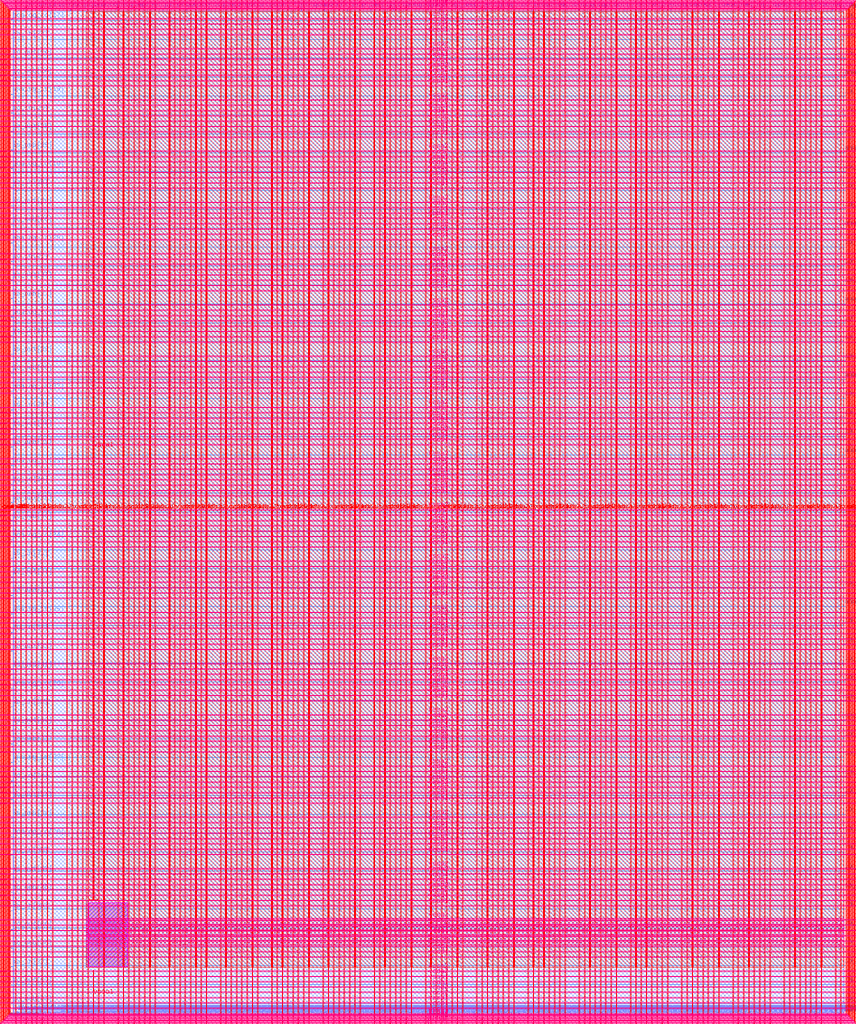
<source format=lef>
VERSION 5.7 ;
  NOWIREEXTENSIONATPIN ON ;
  DIVIDERCHAR "/" ;
  BUSBITCHARS "[]" ;
MACRO user_project_wrapper
  CLASS BLOCK ;
  FOREIGN user_project_wrapper ;
  ORIGIN 0.000 0.000 ;
  SIZE 2920.000 BY 3520.000 ;
  PIN analog_io[0]
    DIRECTION INOUT ;
    USE SIGNAL ;
    PORT
      LAYER met3 ;
        RECT 2917.600 1426.380 2924.800 1427.580 ;
    END
  END analog_io[0]
  PIN analog_io[10]
    DIRECTION INOUT ;
    USE SIGNAL ;
    PORT
      LAYER met2 ;
        RECT 2230.490 3517.600 2231.050 3524.800 ;
    END
  END analog_io[10]
  PIN analog_io[11]
    DIRECTION INOUT ;
    USE SIGNAL ;
    PORT
      LAYER met2 ;
        RECT 1905.730 3517.600 1906.290 3524.800 ;
    END
  END analog_io[11]
  PIN analog_io[12]
    DIRECTION INOUT ;
    USE SIGNAL ;
    PORT
      LAYER met2 ;
        RECT 1581.430 3517.600 1581.990 3524.800 ;
    END
  END analog_io[12]
  PIN analog_io[13]
    DIRECTION INOUT ;
    USE SIGNAL ;
    PORT
      LAYER met2 ;
        RECT 1257.130 3517.600 1257.690 3524.800 ;
    END
  END analog_io[13]
  PIN analog_io[14]
    DIRECTION INOUT ;
    USE SIGNAL ;
    PORT
      LAYER met2 ;
        RECT 932.370 3517.600 932.930 3524.800 ;
    END
  END analog_io[14]
  PIN analog_io[15]
    DIRECTION INOUT ;
    USE SIGNAL ;
    PORT
      LAYER met2 ;
        RECT 608.070 3517.600 608.630 3524.800 ;
    END
  END analog_io[15]
  PIN analog_io[16]
    DIRECTION INOUT ;
    USE SIGNAL ;
    PORT
      LAYER met2 ;
        RECT 283.770 3517.600 284.330 3524.800 ;
    END
  END analog_io[16]
  PIN analog_io[17]
    DIRECTION INOUT ;
    USE SIGNAL ;
    PORT
      LAYER met3 ;
        RECT -4.800 3486.100 2.400 3487.300 ;
    END
  END analog_io[17]
  PIN analog_io[18]
    DIRECTION INOUT ;
    USE SIGNAL ;
    PORT
      LAYER met3 ;
        RECT -4.800 3224.980 2.400 3226.180 ;
    END
  END analog_io[18]
  PIN analog_io[19]
    DIRECTION INOUT ;
    USE SIGNAL ;
    PORT
      LAYER met3 ;
        RECT -4.800 2964.540 2.400 2965.740 ;
    END
  END analog_io[19]
  PIN analog_io[1]
    DIRECTION INOUT ;
    USE SIGNAL ;
    PORT
      LAYER met3 ;
        RECT 2917.600 1692.260 2924.800 1693.460 ;
    END
  END analog_io[1]
  PIN analog_io[20]
    DIRECTION INOUT ;
    USE SIGNAL ;
    PORT
      LAYER met3 ;
        RECT -4.800 2703.420 2.400 2704.620 ;
    END
  END analog_io[20]
  PIN analog_io[21]
    DIRECTION INOUT ;
    USE SIGNAL ;
    PORT
      LAYER met3 ;
        RECT -4.800 2442.980 2.400 2444.180 ;
    END
  END analog_io[21]
  PIN analog_io[22]
    DIRECTION INOUT ;
    USE SIGNAL ;
    PORT
      LAYER met3 ;
        RECT -4.800 2182.540 2.400 2183.740 ;
    END
  END analog_io[22]
  PIN analog_io[23]
    DIRECTION INOUT ;
    USE SIGNAL ;
    PORT
      LAYER met3 ;
        RECT -4.800 1921.420 2.400 1922.620 ;
    END
  END analog_io[23]
  PIN analog_io[24]
    DIRECTION INOUT ;
    USE SIGNAL ;
    PORT
      LAYER met3 ;
        RECT -4.800 1660.980 2.400 1662.180 ;
    END
  END analog_io[24]
  PIN analog_io[25]
    DIRECTION INOUT ;
    USE SIGNAL ;
    PORT
      LAYER met3 ;
        RECT -4.800 1399.860 2.400 1401.060 ;
    END
  END analog_io[25]
  PIN analog_io[26]
    DIRECTION INOUT ;
    USE SIGNAL ;
    PORT
      LAYER met3 ;
        RECT -4.800 1139.420 2.400 1140.620 ;
    END
  END analog_io[26]
  PIN analog_io[27]
    DIRECTION INOUT ;
    USE SIGNAL ;
    PORT
      LAYER met3 ;
        RECT -4.800 878.980 2.400 880.180 ;
    END
  END analog_io[27]
  PIN analog_io[28]
    DIRECTION INOUT ;
    USE SIGNAL ;
    PORT
      LAYER met3 ;
        RECT -4.800 617.860 2.400 619.060 ;
    END
  END analog_io[28]
  PIN analog_io[2]
    DIRECTION INOUT ;
    USE SIGNAL ;
    PORT
      LAYER met3 ;
        RECT 2917.600 1958.140 2924.800 1959.340 ;
    END
  END analog_io[2]
  PIN analog_io[3]
    DIRECTION INOUT ;
    USE SIGNAL ;
    PORT
      LAYER met3 ;
        RECT 2917.600 2223.340 2924.800 2224.540 ;
    END
  END analog_io[3]
  PIN analog_io[4]
    DIRECTION INOUT ;
    USE SIGNAL ;
    PORT
      LAYER met3 ;
        RECT 2917.600 2489.220 2924.800 2490.420 ;
    END
  END analog_io[4]
  PIN analog_io[5]
    DIRECTION INOUT ;
    USE SIGNAL ;
    PORT
      LAYER met3 ;
        RECT 2917.600 2755.100 2924.800 2756.300 ;
    END
  END analog_io[5]
  PIN analog_io[6]
    DIRECTION INOUT ;
    USE SIGNAL ;
    PORT
      LAYER met3 ;
        RECT 2917.600 3020.300 2924.800 3021.500 ;
    END
  END analog_io[6]
  PIN analog_io[7]
    DIRECTION INOUT ;
    USE SIGNAL ;
    PORT
      LAYER met3 ;
        RECT 2917.600 3286.180 2924.800 3287.380 ;
    END
  END analog_io[7]
  PIN analog_io[8]
    DIRECTION INOUT ;
    USE SIGNAL ;
    PORT
      LAYER met2 ;
        RECT 2879.090 3517.600 2879.650 3524.800 ;
    END
  END analog_io[8]
  PIN analog_io[9]
    DIRECTION INOUT ;
    USE SIGNAL ;
    PORT
      LAYER met2 ;
        RECT 2554.790 3517.600 2555.350 3524.800 ;
    END
  END analog_io[9]
  PIN io_in[0]
    DIRECTION INPUT ;
    USE SIGNAL ;
    PORT
      LAYER met3 ;
        RECT 2917.600 32.380 2924.800 33.580 ;
    END
  END io_in[0]
  PIN io_in[10]
    DIRECTION INPUT ;
    USE SIGNAL ;
    ANTENNAGATEAREA 0.631200 ;
    ANTENNADIFFAREA 0.434700 ;
    PORT
      LAYER met3 ;
        RECT 2917.600 2289.980 2924.800 2291.180 ;
    END
  END io_in[10]
  PIN io_in[11]
    DIRECTION INPUT ;
    USE SIGNAL ;
    ANTENNAGATEAREA 0.631200 ;
    ANTENNADIFFAREA 0.434700 ;
    PORT
      LAYER met3 ;
        RECT 2917.600 2555.860 2924.800 2557.060 ;
    END
  END io_in[11]
  PIN io_in[12]
    DIRECTION INPUT ;
    USE SIGNAL ;
    ANTENNAGATEAREA 0.631200 ;
    ANTENNADIFFAREA 0.434700 ;
    PORT
      LAYER met3 ;
        RECT 2917.600 2821.060 2924.800 2822.260 ;
    END
  END io_in[12]
  PIN io_in[13]
    DIRECTION INPUT ;
    USE SIGNAL ;
    ANTENNAGATEAREA 0.631200 ;
    ANTENNADIFFAREA 0.434700 ;
    PORT
      LAYER met3 ;
        RECT 2917.600 3086.940 2924.800 3088.140 ;
    END
  END io_in[13]
  PIN io_in[14]
    DIRECTION INPUT ;
    USE SIGNAL ;
    PORT
      LAYER met3 ;
        RECT 2917.600 3352.820 2924.800 3354.020 ;
    END
  END io_in[14]
  PIN io_in[15]
    DIRECTION INPUT ;
    USE SIGNAL ;
    PORT
      LAYER met2 ;
        RECT 2798.130 3517.600 2798.690 3524.800 ;
    END
  END io_in[15]
  PIN io_in[16]
    DIRECTION INPUT ;
    USE SIGNAL ;
    PORT
      LAYER met2 ;
        RECT 2473.830 3517.600 2474.390 3524.800 ;
    END
  END io_in[16]
  PIN io_in[17]
    DIRECTION INPUT ;
    USE SIGNAL ;
    PORT
      LAYER met2 ;
        RECT 2149.070 3517.600 2149.630 3524.800 ;
    END
  END io_in[17]
  PIN io_in[18]
    DIRECTION INPUT ;
    USE SIGNAL ;
    PORT
      LAYER met2 ;
        RECT 1824.770 3517.600 1825.330 3524.800 ;
    END
  END io_in[18]
  PIN io_in[19]
    DIRECTION INPUT ;
    USE SIGNAL ;
    PORT
      LAYER met2 ;
        RECT 1500.470 3517.600 1501.030 3524.800 ;
    END
  END io_in[19]
  PIN io_in[1]
    DIRECTION INPUT ;
    USE SIGNAL ;
    PORT
      LAYER met3 ;
        RECT 2917.600 230.940 2924.800 232.140 ;
    END
  END io_in[1]
  PIN io_in[20]
    DIRECTION INPUT ;
    USE SIGNAL ;
    PORT
      LAYER met2 ;
        RECT 1175.710 3517.600 1176.270 3524.800 ;
    END
  END io_in[20]
  PIN io_in[21]
    DIRECTION INPUT ;
    USE SIGNAL ;
    PORT
      LAYER met2 ;
        RECT 851.410 3517.600 851.970 3524.800 ;
    END
  END io_in[21]
  PIN io_in[22]
    DIRECTION INPUT ;
    USE SIGNAL ;
    PORT
      LAYER met2 ;
        RECT 527.110 3517.600 527.670 3524.800 ;
    END
  END io_in[22]
  PIN io_in[23]
    DIRECTION INPUT ;
    USE SIGNAL ;
    PORT
      LAYER met2 ;
        RECT 202.350 3517.600 202.910 3524.800 ;
    END
  END io_in[23]
  PIN io_in[24]
    DIRECTION INPUT ;
    USE SIGNAL ;
    PORT
      LAYER met3 ;
        RECT -4.800 3420.820 2.400 3422.020 ;
    END
  END io_in[24]
  PIN io_in[25]
    DIRECTION INPUT ;
    USE SIGNAL ;
    PORT
      LAYER met3 ;
        RECT -4.800 3159.700 2.400 3160.900 ;
    END
  END io_in[25]
  PIN io_in[26]
    DIRECTION INPUT ;
    USE SIGNAL ;
    PORT
      LAYER met3 ;
        RECT -4.800 2899.260 2.400 2900.460 ;
    END
  END io_in[26]
  PIN io_in[27]
    DIRECTION INPUT ;
    USE SIGNAL ;
    PORT
      LAYER met3 ;
        RECT -4.800 2638.820 2.400 2640.020 ;
    END
  END io_in[27]
  PIN io_in[28]
    DIRECTION INPUT ;
    USE SIGNAL ;
    PORT
      LAYER met3 ;
        RECT -4.800 2377.700 2.400 2378.900 ;
    END
  END io_in[28]
  PIN io_in[29]
    DIRECTION INPUT ;
    USE SIGNAL ;
    PORT
      LAYER met3 ;
        RECT -4.800 2117.260 2.400 2118.460 ;
    END
  END io_in[29]
  PIN io_in[2]
    DIRECTION INPUT ;
    USE SIGNAL ;
    PORT
      LAYER met3 ;
        RECT 2917.600 430.180 2924.800 431.380 ;
    END
  END io_in[2]
  PIN io_in[30]
    DIRECTION INPUT ;
    USE SIGNAL ;
    PORT
      LAYER met3 ;
        RECT -4.800 1856.140 2.400 1857.340 ;
    END
  END io_in[30]
  PIN io_in[31]
    DIRECTION INPUT ;
    USE SIGNAL ;
    PORT
      LAYER met3 ;
        RECT -4.800 1595.700 2.400 1596.900 ;
    END
  END io_in[31]
  PIN io_in[32]
    DIRECTION INPUT ;
    USE SIGNAL ;
    PORT
      LAYER met3 ;
        RECT -4.800 1335.260 2.400 1336.460 ;
    END
  END io_in[32]
  PIN io_in[33]
    DIRECTION INPUT ;
    USE SIGNAL ;
    PORT
      LAYER met3 ;
        RECT -4.800 1074.140 2.400 1075.340 ;
    END
  END io_in[33]
  PIN io_in[34]
    DIRECTION INPUT ;
    USE SIGNAL ;
    PORT
      LAYER met3 ;
        RECT -4.800 813.700 2.400 814.900 ;
    END
  END io_in[34]
  PIN io_in[35]
    DIRECTION INPUT ;
    USE SIGNAL ;
    PORT
      LAYER met3 ;
        RECT -4.800 552.580 2.400 553.780 ;
    END
  END io_in[35]
  PIN io_in[36]
    DIRECTION INPUT ;
    USE SIGNAL ;
    PORT
      LAYER met3 ;
        RECT -4.800 357.420 2.400 358.620 ;
    END
  END io_in[36]
  PIN io_in[37]
    DIRECTION INPUT ;
    USE SIGNAL ;
    PORT
      LAYER met3 ;
        RECT -4.800 161.580 2.400 162.780 ;
    END
  END io_in[37]
  PIN io_in[3]
    DIRECTION INPUT ;
    USE SIGNAL ;
    PORT
      LAYER met3 ;
        RECT 2917.600 629.420 2924.800 630.620 ;
    END
  END io_in[3]
  PIN io_in[4]
    DIRECTION INPUT ;
    USE SIGNAL ;
    PORT
      LAYER met3 ;
        RECT 2917.600 828.660 2924.800 829.860 ;
    END
  END io_in[4]
  PIN io_in[5]
    DIRECTION INPUT ;
    USE SIGNAL ;
    PORT
      LAYER met3 ;
        RECT 2917.600 1027.900 2924.800 1029.100 ;
    END
  END io_in[5]
  PIN io_in[6]
    DIRECTION INPUT ;
    USE SIGNAL ;
    PORT
      LAYER met3 ;
        RECT 2917.600 1227.140 2924.800 1228.340 ;
    END
  END io_in[6]
  PIN io_in[7]
    DIRECTION INPUT ;
    USE SIGNAL ;
    PORT
      LAYER met3 ;
        RECT 2917.600 1493.020 2924.800 1494.220 ;
    END
  END io_in[7]
  PIN io_in[8]
    DIRECTION INPUT ;
    USE SIGNAL ;
    ANTENNAGATEAREA 0.631200 ;
    ANTENNADIFFAREA 0.434700 ;
    PORT
      LAYER met3 ;
        RECT 2917.600 1758.900 2924.800 1760.100 ;
    END
  END io_in[8]
  PIN io_in[9]
    DIRECTION INPUT ;
    USE SIGNAL ;
    ANTENNAGATEAREA 0.631200 ;
    ANTENNADIFFAREA 0.434700 ;
    PORT
      LAYER met3 ;
        RECT 2917.600 2024.100 2924.800 2025.300 ;
    END
  END io_in[9]
  PIN io_oeb[0]
    DIRECTION OUTPUT ;
    USE SIGNAL ;
    PORT
      LAYER met3 ;
        RECT 2917.600 164.980 2924.800 166.180 ;
    END
  END io_oeb[0]
  PIN io_oeb[10]
    DIRECTION OUTPUT ;
    USE SIGNAL ;
    PORT
      LAYER met3 ;
        RECT 2917.600 2422.580 2924.800 2423.780 ;
    END
  END io_oeb[10]
  PIN io_oeb[11]
    DIRECTION OUTPUT ;
    USE SIGNAL ;
    PORT
      LAYER met3 ;
        RECT 2917.600 2688.460 2924.800 2689.660 ;
    END
  END io_oeb[11]
  PIN io_oeb[12]
    DIRECTION OUTPUT ;
    USE SIGNAL ;
    PORT
      LAYER met3 ;
        RECT 2917.600 2954.340 2924.800 2955.540 ;
    END
  END io_oeb[12]
  PIN io_oeb[13]
    DIRECTION OUTPUT ;
    USE SIGNAL ;
    PORT
      LAYER met3 ;
        RECT 2917.600 3219.540 2924.800 3220.740 ;
    END
  END io_oeb[13]
  PIN io_oeb[14]
    DIRECTION OUTPUT ;
    USE SIGNAL ;
    PORT
      LAYER met3 ;
        RECT 2917.600 3485.420 2924.800 3486.620 ;
    END
  END io_oeb[14]
  PIN io_oeb[15]
    DIRECTION OUTPUT ;
    USE SIGNAL ;
    PORT
      LAYER met2 ;
        RECT 2635.750 3517.600 2636.310 3524.800 ;
    END
  END io_oeb[15]
  PIN io_oeb[16]
    DIRECTION OUTPUT ;
    USE SIGNAL ;
    PORT
      LAYER met2 ;
        RECT 2311.450 3517.600 2312.010 3524.800 ;
    END
  END io_oeb[16]
  PIN io_oeb[17]
    DIRECTION OUTPUT ;
    USE SIGNAL ;
    PORT
      LAYER met2 ;
        RECT 1987.150 3517.600 1987.710 3524.800 ;
    END
  END io_oeb[17]
  PIN io_oeb[18]
    DIRECTION OUTPUT ;
    USE SIGNAL ;
    PORT
      LAYER met2 ;
        RECT 1662.390 3517.600 1662.950 3524.800 ;
    END
  END io_oeb[18]
  PIN io_oeb[19]
    DIRECTION OUTPUT ;
    USE SIGNAL ;
    PORT
      LAYER met2 ;
        RECT 1338.090 3517.600 1338.650 3524.800 ;
    END
  END io_oeb[19]
  PIN io_oeb[1]
    DIRECTION OUTPUT ;
    USE SIGNAL ;
    PORT
      LAYER met3 ;
        RECT 2917.600 364.220 2924.800 365.420 ;
    END
  END io_oeb[1]
  PIN io_oeb[20]
    DIRECTION OUTPUT ;
    USE SIGNAL ;
    PORT
      LAYER met2 ;
        RECT 1013.790 3517.600 1014.350 3524.800 ;
    END
  END io_oeb[20]
  PIN io_oeb[21]
    DIRECTION OUTPUT ;
    USE SIGNAL ;
    PORT
      LAYER met2 ;
        RECT 689.030 3517.600 689.590 3524.800 ;
    END
  END io_oeb[21]
  PIN io_oeb[22]
    DIRECTION OUTPUT ;
    USE SIGNAL ;
    PORT
      LAYER met2 ;
        RECT 364.730 3517.600 365.290 3524.800 ;
    END
  END io_oeb[22]
  PIN io_oeb[23]
    DIRECTION OUTPUT ;
    USE SIGNAL ;
    PORT
      LAYER met2 ;
        RECT 40.430 3517.600 40.990 3524.800 ;
    END
  END io_oeb[23]
  PIN io_oeb[24]
    DIRECTION OUTPUT ;
    USE SIGNAL ;
    PORT
      LAYER met3 ;
        RECT -4.800 3290.260 2.400 3291.460 ;
    END
  END io_oeb[24]
  PIN io_oeb[25]
    DIRECTION OUTPUT ;
    USE SIGNAL ;
    PORT
      LAYER met3 ;
        RECT -4.800 3029.820 2.400 3031.020 ;
    END
  END io_oeb[25]
  PIN io_oeb[26]
    DIRECTION OUTPUT ;
    USE SIGNAL ;
    PORT
      LAYER met3 ;
        RECT -4.800 2768.700 2.400 2769.900 ;
    END
  END io_oeb[26]
  PIN io_oeb[27]
    DIRECTION OUTPUT ;
    USE SIGNAL ;
    PORT
      LAYER met3 ;
        RECT -4.800 2508.260 2.400 2509.460 ;
    END
  END io_oeb[27]
  PIN io_oeb[28]
    DIRECTION OUTPUT ;
    USE SIGNAL ;
    PORT
      LAYER met3 ;
        RECT -4.800 2247.140 2.400 2248.340 ;
    END
  END io_oeb[28]
  PIN io_oeb[29]
    DIRECTION OUTPUT ;
    USE SIGNAL ;
    PORT
      LAYER met3 ;
        RECT -4.800 1986.700 2.400 1987.900 ;
    END
  END io_oeb[29]
  PIN io_oeb[2]
    DIRECTION OUTPUT ;
    USE SIGNAL ;
    PORT
      LAYER met3 ;
        RECT 2917.600 563.460 2924.800 564.660 ;
    END
  END io_oeb[2]
  PIN io_oeb[30]
    DIRECTION OUTPUT ;
    USE SIGNAL ;
    PORT
      LAYER met3 ;
        RECT -4.800 1726.260 2.400 1727.460 ;
    END
  END io_oeb[30]
  PIN io_oeb[31]
    DIRECTION OUTPUT ;
    USE SIGNAL ;
    PORT
      LAYER met3 ;
        RECT -4.800 1465.140 2.400 1466.340 ;
    END
  END io_oeb[31]
  PIN io_oeb[32]
    DIRECTION OUTPUT ;
    USE SIGNAL ;
    PORT
      LAYER met3 ;
        RECT -4.800 1204.700 2.400 1205.900 ;
    END
  END io_oeb[32]
  PIN io_oeb[33]
    DIRECTION OUTPUT ;
    USE SIGNAL ;
    PORT
      LAYER met3 ;
        RECT -4.800 943.580 2.400 944.780 ;
    END
  END io_oeb[33]
  PIN io_oeb[34]
    DIRECTION OUTPUT ;
    USE SIGNAL ;
    PORT
      LAYER met3 ;
        RECT -4.800 683.140 2.400 684.340 ;
    END
  END io_oeb[34]
  PIN io_oeb[35]
    DIRECTION OUTPUT ;
    USE SIGNAL ;
    PORT
      LAYER met3 ;
        RECT -4.800 422.700 2.400 423.900 ;
    END
  END io_oeb[35]
  PIN io_oeb[36]
    DIRECTION OUTPUT ;
    USE SIGNAL ;
    PORT
      LAYER met3 ;
        RECT -4.800 226.860 2.400 228.060 ;
    END
  END io_oeb[36]
  PIN io_oeb[37]
    DIRECTION OUTPUT ;
    USE SIGNAL ;
    PORT
      LAYER met3 ;
        RECT -4.800 31.700 2.400 32.900 ;
    END
  END io_oeb[37]
  PIN io_oeb[3]
    DIRECTION OUTPUT ;
    USE SIGNAL ;
    PORT
      LAYER met3 ;
        RECT 2917.600 762.700 2924.800 763.900 ;
    END
  END io_oeb[3]
  PIN io_oeb[4]
    DIRECTION OUTPUT ;
    USE SIGNAL ;
    PORT
      LAYER met3 ;
        RECT 2917.600 961.940 2924.800 963.140 ;
    END
  END io_oeb[4]
  PIN io_oeb[5]
    DIRECTION OUTPUT ;
    USE SIGNAL ;
    PORT
      LAYER met3 ;
        RECT 2917.600 1161.180 2924.800 1162.380 ;
    END
  END io_oeb[5]
  PIN io_oeb[6]
    DIRECTION OUTPUT ;
    USE SIGNAL ;
    PORT
      LAYER met3 ;
        RECT 2917.600 1360.420 2924.800 1361.620 ;
    END
  END io_oeb[6]
  PIN io_oeb[7]
    DIRECTION OUTPUT ;
    USE SIGNAL ;
    PORT
      LAYER met3 ;
        RECT 2917.600 1625.620 2924.800 1626.820 ;
    END
  END io_oeb[7]
  PIN io_oeb[8]
    DIRECTION OUTPUT ;
    USE SIGNAL ;
    PORT
      LAYER met3 ;
        RECT 2917.600 1891.500 2924.800 1892.700 ;
    END
  END io_oeb[8]
  PIN io_oeb[9]
    DIRECTION OUTPUT ;
    USE SIGNAL ;
    PORT
      LAYER met3 ;
        RECT 2917.600 2157.380 2924.800 2158.580 ;
    END
  END io_oeb[9]
  PIN io_out[0]
    DIRECTION OUTPUT ;
    USE SIGNAL ;
    PORT
      LAYER met3 ;
        RECT 2917.600 98.340 2924.800 99.540 ;
    END
  END io_out[0]
  PIN io_out[10]
    DIRECTION OUTPUT ;
    USE SIGNAL ;
    PORT
      LAYER met3 ;
        RECT 2917.600 2356.620 2924.800 2357.820 ;
    END
  END io_out[10]
  PIN io_out[11]
    DIRECTION OUTPUT ;
    USE SIGNAL ;
    PORT
      LAYER met3 ;
        RECT 2917.600 2621.820 2924.800 2623.020 ;
    END
  END io_out[11]
  PIN io_out[12]
    DIRECTION OUTPUT ;
    USE SIGNAL ;
    PORT
      LAYER met3 ;
        RECT 2917.600 2887.700 2924.800 2888.900 ;
    END
  END io_out[12]
  PIN io_out[13]
    DIRECTION OUTPUT ;
    USE SIGNAL ;
    PORT
      LAYER met3 ;
        RECT 2917.600 3153.580 2924.800 3154.780 ;
    END
  END io_out[13]
  PIN io_out[14]
    DIRECTION OUTPUT ;
    USE SIGNAL ;
    ANTENNADIFFAREA 2.673000 ;
    PORT
      LAYER met3 ;
        RECT 2917.600 3418.780 2924.800 3419.980 ;
    END
  END io_out[14]
  PIN io_out[15]
    DIRECTION OUTPUT ;
    USE SIGNAL ;
    ANTENNADIFFAREA 2.673000 ;
    PORT
      LAYER met2 ;
        RECT 2717.170 3517.600 2717.730 3524.800 ;
    END
  END io_out[15]
  PIN io_out[16]
    DIRECTION OUTPUT ;
    USE SIGNAL ;
    ANTENNADIFFAREA 2.673000 ;
    PORT
      LAYER met2 ;
        RECT 2392.410 3517.600 2392.970 3524.800 ;
    END
  END io_out[16]
  PIN io_out[17]
    DIRECTION OUTPUT ;
    USE SIGNAL ;
    ANTENNADIFFAREA 2.673000 ;
    PORT
      LAYER met2 ;
        RECT 2068.110 3517.600 2068.670 3524.800 ;
    END
  END io_out[17]
  PIN io_out[18]
    DIRECTION OUTPUT ;
    USE SIGNAL ;
    PORT
      LAYER met2 ;
        RECT 1743.810 3517.600 1744.370 3524.800 ;
    END
  END io_out[18]
  PIN io_out[19]
    DIRECTION OUTPUT ;
    USE SIGNAL ;
    PORT
      LAYER met2 ;
        RECT 1419.050 3517.600 1419.610 3524.800 ;
    END
  END io_out[19]
  PIN io_out[1]
    DIRECTION OUTPUT ;
    USE SIGNAL ;
    PORT
      LAYER met3 ;
        RECT 2917.600 297.580 2924.800 298.780 ;
    END
  END io_out[1]
  PIN io_out[20]
    DIRECTION OUTPUT ;
    USE SIGNAL ;
    PORT
      LAYER met2 ;
        RECT 1094.750 3517.600 1095.310 3524.800 ;
    END
  END io_out[20]
  PIN io_out[21]
    DIRECTION OUTPUT ;
    USE SIGNAL ;
    PORT
      LAYER met2 ;
        RECT 770.450 3517.600 771.010 3524.800 ;
    END
  END io_out[21]
  PIN io_out[22]
    DIRECTION OUTPUT ;
    USE SIGNAL ;
    PORT
      LAYER met2 ;
        RECT 445.690 3517.600 446.250 3524.800 ;
    END
  END io_out[22]
  PIN io_out[23]
    DIRECTION OUTPUT ;
    USE SIGNAL ;
    PORT
      LAYER met2 ;
        RECT 121.390 3517.600 121.950 3524.800 ;
    END
  END io_out[23]
  PIN io_out[24]
    DIRECTION OUTPUT ;
    USE SIGNAL ;
    PORT
      LAYER met3 ;
        RECT -4.800 3355.540 2.400 3356.740 ;
    END
  END io_out[24]
  PIN io_out[25]
    DIRECTION OUTPUT ;
    USE SIGNAL ;
    PORT
      LAYER met3 ;
        RECT -4.800 3095.100 2.400 3096.300 ;
    END
  END io_out[25]
  PIN io_out[26]
    DIRECTION OUTPUT ;
    USE SIGNAL ;
    PORT
      LAYER met3 ;
        RECT -4.800 2833.980 2.400 2835.180 ;
    END
  END io_out[26]
  PIN io_out[27]
    DIRECTION OUTPUT ;
    USE SIGNAL ;
    PORT
      LAYER met3 ;
        RECT -4.800 2573.540 2.400 2574.740 ;
    END
  END io_out[27]
  PIN io_out[28]
    DIRECTION OUTPUT ;
    USE SIGNAL ;
    PORT
      LAYER met3 ;
        RECT -4.800 2312.420 2.400 2313.620 ;
    END
  END io_out[28]
  PIN io_out[29]
    DIRECTION OUTPUT ;
    USE SIGNAL ;
    PORT
      LAYER met3 ;
        RECT -4.800 2051.980 2.400 2053.180 ;
    END
  END io_out[29]
  PIN io_out[2]
    DIRECTION OUTPUT ;
    USE SIGNAL ;
    PORT
      LAYER met3 ;
        RECT 2917.600 496.820 2924.800 498.020 ;
    END
  END io_out[2]
  PIN io_out[30]
    DIRECTION OUTPUT ;
    USE SIGNAL ;
    PORT
      LAYER met3 ;
        RECT -4.800 1791.540 2.400 1792.740 ;
    END
  END io_out[30]
  PIN io_out[31]
    DIRECTION OUTPUT ;
    USE SIGNAL ;
    PORT
      LAYER met3 ;
        RECT -4.800 1530.420 2.400 1531.620 ;
    END
  END io_out[31]
  PIN io_out[32]
    DIRECTION OUTPUT ;
    USE SIGNAL ;
    PORT
      LAYER met3 ;
        RECT -4.800 1269.980 2.400 1271.180 ;
    END
  END io_out[32]
  PIN io_out[33]
    DIRECTION OUTPUT ;
    USE SIGNAL ;
    PORT
      LAYER met3 ;
        RECT -4.800 1008.860 2.400 1010.060 ;
    END
  END io_out[33]
  PIN io_out[34]
    DIRECTION OUTPUT ;
    USE SIGNAL ;
    PORT
      LAYER met3 ;
        RECT -4.800 748.420 2.400 749.620 ;
    END
  END io_out[34]
  PIN io_out[35]
    DIRECTION OUTPUT ;
    USE SIGNAL ;
    PORT
      LAYER met3 ;
        RECT -4.800 487.300 2.400 488.500 ;
    END
  END io_out[35]
  PIN io_out[36]
    DIRECTION OUTPUT ;
    USE SIGNAL ;
    PORT
      LAYER met3 ;
        RECT -4.800 292.140 2.400 293.340 ;
    END
  END io_out[36]
  PIN io_out[37]
    DIRECTION OUTPUT ;
    USE SIGNAL ;
    PORT
      LAYER met3 ;
        RECT -4.800 96.300 2.400 97.500 ;
    END
  END io_out[37]
  PIN io_out[3]
    DIRECTION OUTPUT ;
    USE SIGNAL ;
    PORT
      LAYER met3 ;
        RECT 2917.600 696.060 2924.800 697.260 ;
    END
  END io_out[3]
  PIN io_out[4]
    DIRECTION OUTPUT ;
    USE SIGNAL ;
    PORT
      LAYER met3 ;
        RECT 2917.600 895.300 2924.800 896.500 ;
    END
  END io_out[4]
  PIN io_out[5]
    DIRECTION OUTPUT ;
    USE SIGNAL ;
    PORT
      LAYER met3 ;
        RECT 2917.600 1094.540 2924.800 1095.740 ;
    END
  END io_out[5]
  PIN io_out[6]
    DIRECTION OUTPUT ;
    USE SIGNAL ;
    PORT
      LAYER met3 ;
        RECT 2917.600 1293.780 2924.800 1294.980 ;
    END
  END io_out[6]
  PIN io_out[7]
    DIRECTION OUTPUT ;
    USE SIGNAL ;
    PORT
      LAYER met3 ;
        RECT 2917.600 1559.660 2924.800 1560.860 ;
    END
  END io_out[7]
  PIN io_out[8]
    DIRECTION OUTPUT ;
    USE SIGNAL ;
    PORT
      LAYER met3 ;
        RECT 2917.600 1824.860 2924.800 1826.060 ;
    END
  END io_out[8]
  PIN io_out[9]
    DIRECTION OUTPUT ;
    USE SIGNAL ;
    PORT
      LAYER met3 ;
        RECT 2917.600 2090.740 2924.800 2091.940 ;
    END
  END io_out[9]
  PIN la_data_in[0]
    DIRECTION INPUT ;
    USE SIGNAL ;
    PORT
      LAYER met2 ;
        RECT 629.230 -4.800 629.790 2.400 ;
    END
  END la_data_in[0]
  PIN la_data_in[100]
    DIRECTION INPUT ;
    USE SIGNAL ;
    PORT
      LAYER met2 ;
        RECT 2402.530 -4.800 2403.090 2.400 ;
    END
  END la_data_in[100]
  PIN la_data_in[101]
    DIRECTION INPUT ;
    USE SIGNAL ;
    PORT
      LAYER met2 ;
        RECT 2420.010 -4.800 2420.570 2.400 ;
    END
  END la_data_in[101]
  PIN la_data_in[102]
    DIRECTION INPUT ;
    USE SIGNAL ;
    PORT
      LAYER met2 ;
        RECT 2437.950 -4.800 2438.510 2.400 ;
    END
  END la_data_in[102]
  PIN la_data_in[103]
    DIRECTION INPUT ;
    USE SIGNAL ;
    PORT
      LAYER met2 ;
        RECT 2455.430 -4.800 2455.990 2.400 ;
    END
  END la_data_in[103]
  PIN la_data_in[104]
    DIRECTION INPUT ;
    USE SIGNAL ;
    PORT
      LAYER met2 ;
        RECT 2473.370 -4.800 2473.930 2.400 ;
    END
  END la_data_in[104]
  PIN la_data_in[105]
    DIRECTION INPUT ;
    USE SIGNAL ;
    PORT
      LAYER met2 ;
        RECT 2490.850 -4.800 2491.410 2.400 ;
    END
  END la_data_in[105]
  PIN la_data_in[106]
    DIRECTION INPUT ;
    USE SIGNAL ;
    PORT
      LAYER met2 ;
        RECT 2508.790 -4.800 2509.350 2.400 ;
    END
  END la_data_in[106]
  PIN la_data_in[107]
    DIRECTION INPUT ;
    USE SIGNAL ;
    PORT
      LAYER met2 ;
        RECT 2526.730 -4.800 2527.290 2.400 ;
    END
  END la_data_in[107]
  PIN la_data_in[108]
    DIRECTION INPUT ;
    USE SIGNAL ;
    PORT
      LAYER met2 ;
        RECT 2544.210 -4.800 2544.770 2.400 ;
    END
  END la_data_in[108]
  PIN la_data_in[109]
    DIRECTION INPUT ;
    USE SIGNAL ;
    PORT
      LAYER met2 ;
        RECT 2562.150 -4.800 2562.710 2.400 ;
    END
  END la_data_in[109]
  PIN la_data_in[10]
    DIRECTION INPUT ;
    USE SIGNAL ;
    PORT
      LAYER met2 ;
        RECT 806.330 -4.800 806.890 2.400 ;
    END
  END la_data_in[10]
  PIN la_data_in[110]
    DIRECTION INPUT ;
    USE SIGNAL ;
    PORT
      LAYER met2 ;
        RECT 2579.630 -4.800 2580.190 2.400 ;
    END
  END la_data_in[110]
  PIN la_data_in[111]
    DIRECTION INPUT ;
    USE SIGNAL ;
    PORT
      LAYER met2 ;
        RECT 2597.570 -4.800 2598.130 2.400 ;
    END
  END la_data_in[111]
  PIN la_data_in[112]
    DIRECTION INPUT ;
    USE SIGNAL ;
    PORT
      LAYER met2 ;
        RECT 2615.050 -4.800 2615.610 2.400 ;
    END
  END la_data_in[112]
  PIN la_data_in[113]
    DIRECTION INPUT ;
    USE SIGNAL ;
    PORT
      LAYER met2 ;
        RECT 2632.990 -4.800 2633.550 2.400 ;
    END
  END la_data_in[113]
  PIN la_data_in[114]
    DIRECTION INPUT ;
    USE SIGNAL ;
    PORT
      LAYER met2 ;
        RECT 2650.470 -4.800 2651.030 2.400 ;
    END
  END la_data_in[114]
  PIN la_data_in[115]
    DIRECTION INPUT ;
    USE SIGNAL ;
    PORT
      LAYER met2 ;
        RECT 2668.410 -4.800 2668.970 2.400 ;
    END
  END la_data_in[115]
  PIN la_data_in[116]
    DIRECTION INPUT ;
    USE SIGNAL ;
    PORT
      LAYER met2 ;
        RECT 2685.890 -4.800 2686.450 2.400 ;
    END
  END la_data_in[116]
  PIN la_data_in[117]
    DIRECTION INPUT ;
    USE SIGNAL ;
    PORT
      LAYER met2 ;
        RECT 2703.830 -4.800 2704.390 2.400 ;
    END
  END la_data_in[117]
  PIN la_data_in[118]
    DIRECTION INPUT ;
    USE SIGNAL ;
    PORT
      LAYER met2 ;
        RECT 2721.770 -4.800 2722.330 2.400 ;
    END
  END la_data_in[118]
  PIN la_data_in[119]
    DIRECTION INPUT ;
    USE SIGNAL ;
    PORT
      LAYER met2 ;
        RECT 2739.250 -4.800 2739.810 2.400 ;
    END
  END la_data_in[119]
  PIN la_data_in[11]
    DIRECTION INPUT ;
    USE SIGNAL ;
    PORT
      LAYER met2 ;
        RECT 824.270 -4.800 824.830 2.400 ;
    END
  END la_data_in[11]
  PIN la_data_in[120]
    DIRECTION INPUT ;
    USE SIGNAL ;
    PORT
      LAYER met2 ;
        RECT 2757.190 -4.800 2757.750 2.400 ;
    END
  END la_data_in[120]
  PIN la_data_in[121]
    DIRECTION INPUT ;
    USE SIGNAL ;
    PORT
      LAYER met2 ;
        RECT 2774.670 -4.800 2775.230 2.400 ;
    END
  END la_data_in[121]
  PIN la_data_in[122]
    DIRECTION INPUT ;
    USE SIGNAL ;
    PORT
      LAYER met2 ;
        RECT 2792.610 -4.800 2793.170 2.400 ;
    END
  END la_data_in[122]
  PIN la_data_in[123]
    DIRECTION INPUT ;
    USE SIGNAL ;
    PORT
      LAYER met2 ;
        RECT 2810.090 -4.800 2810.650 2.400 ;
    END
  END la_data_in[123]
  PIN la_data_in[124]
    DIRECTION INPUT ;
    USE SIGNAL ;
    PORT
      LAYER met2 ;
        RECT 2828.030 -4.800 2828.590 2.400 ;
    END
  END la_data_in[124]
  PIN la_data_in[125]
    DIRECTION INPUT ;
    USE SIGNAL ;
    PORT
      LAYER met2 ;
        RECT 2845.510 -4.800 2846.070 2.400 ;
    END
  END la_data_in[125]
  PIN la_data_in[126]
    DIRECTION INPUT ;
    USE SIGNAL ;
    PORT
      LAYER met2 ;
        RECT 2863.450 -4.800 2864.010 2.400 ;
    END
  END la_data_in[126]
  PIN la_data_in[127]
    DIRECTION INPUT ;
    USE SIGNAL ;
    PORT
      LAYER met2 ;
        RECT 2881.390 -4.800 2881.950 2.400 ;
    END
  END la_data_in[127]
  PIN la_data_in[12]
    DIRECTION INPUT ;
    USE SIGNAL ;
    PORT
      LAYER met2 ;
        RECT 841.750 -4.800 842.310 2.400 ;
    END
  END la_data_in[12]
  PIN la_data_in[13]
    DIRECTION INPUT ;
    USE SIGNAL ;
    PORT
      LAYER met2 ;
        RECT 859.690 -4.800 860.250 2.400 ;
    END
  END la_data_in[13]
  PIN la_data_in[14]
    DIRECTION INPUT ;
    USE SIGNAL ;
    PORT
      LAYER met2 ;
        RECT 877.170 -4.800 877.730 2.400 ;
    END
  END la_data_in[14]
  PIN la_data_in[15]
    DIRECTION INPUT ;
    USE SIGNAL ;
    PORT
      LAYER met2 ;
        RECT 895.110 -4.800 895.670 2.400 ;
    END
  END la_data_in[15]
  PIN la_data_in[16]
    DIRECTION INPUT ;
    USE SIGNAL ;
    PORT
      LAYER met2 ;
        RECT 912.590 -4.800 913.150 2.400 ;
    END
  END la_data_in[16]
  PIN la_data_in[17]
    DIRECTION INPUT ;
    USE SIGNAL ;
    PORT
      LAYER met2 ;
        RECT 930.530 -4.800 931.090 2.400 ;
    END
  END la_data_in[17]
  PIN la_data_in[18]
    DIRECTION INPUT ;
    USE SIGNAL ;
    PORT
      LAYER met2 ;
        RECT 948.470 -4.800 949.030 2.400 ;
    END
  END la_data_in[18]
  PIN la_data_in[19]
    DIRECTION INPUT ;
    USE SIGNAL ;
    PORT
      LAYER met2 ;
        RECT 965.950 -4.800 966.510 2.400 ;
    END
  END la_data_in[19]
  PIN la_data_in[1]
    DIRECTION INPUT ;
    USE SIGNAL ;
    PORT
      LAYER met2 ;
        RECT 646.710 -4.800 647.270 2.400 ;
    END
  END la_data_in[1]
  PIN la_data_in[20]
    DIRECTION INPUT ;
    USE SIGNAL ;
    PORT
      LAYER met2 ;
        RECT 983.890 -4.800 984.450 2.400 ;
    END
  END la_data_in[20]
  PIN la_data_in[21]
    DIRECTION INPUT ;
    USE SIGNAL ;
    PORT
      LAYER met2 ;
        RECT 1001.370 -4.800 1001.930 2.400 ;
    END
  END la_data_in[21]
  PIN la_data_in[22]
    DIRECTION INPUT ;
    USE SIGNAL ;
    PORT
      LAYER met2 ;
        RECT 1019.310 -4.800 1019.870 2.400 ;
    END
  END la_data_in[22]
  PIN la_data_in[23]
    DIRECTION INPUT ;
    USE SIGNAL ;
    PORT
      LAYER met2 ;
        RECT 1036.790 -4.800 1037.350 2.400 ;
    END
  END la_data_in[23]
  PIN la_data_in[24]
    DIRECTION INPUT ;
    USE SIGNAL ;
    PORT
      LAYER met2 ;
        RECT 1054.730 -4.800 1055.290 2.400 ;
    END
  END la_data_in[24]
  PIN la_data_in[25]
    DIRECTION INPUT ;
    USE SIGNAL ;
    PORT
      LAYER met2 ;
        RECT 1072.210 -4.800 1072.770 2.400 ;
    END
  END la_data_in[25]
  PIN la_data_in[26]
    DIRECTION INPUT ;
    USE SIGNAL ;
    PORT
      LAYER met2 ;
        RECT 1090.150 -4.800 1090.710 2.400 ;
    END
  END la_data_in[26]
  PIN la_data_in[27]
    DIRECTION INPUT ;
    USE SIGNAL ;
    PORT
      LAYER met2 ;
        RECT 1107.630 -4.800 1108.190 2.400 ;
    END
  END la_data_in[27]
  PIN la_data_in[28]
    DIRECTION INPUT ;
    USE SIGNAL ;
    PORT
      LAYER met2 ;
        RECT 1125.570 -4.800 1126.130 2.400 ;
    END
  END la_data_in[28]
  PIN la_data_in[29]
    DIRECTION INPUT ;
    USE SIGNAL ;
    PORT
      LAYER met2 ;
        RECT 1143.510 -4.800 1144.070 2.400 ;
    END
  END la_data_in[29]
  PIN la_data_in[2]
    DIRECTION INPUT ;
    USE SIGNAL ;
    PORT
      LAYER met2 ;
        RECT 664.650 -4.800 665.210 2.400 ;
    END
  END la_data_in[2]
  PIN la_data_in[30]
    DIRECTION INPUT ;
    USE SIGNAL ;
    PORT
      LAYER met2 ;
        RECT 1160.990 -4.800 1161.550 2.400 ;
    END
  END la_data_in[30]
  PIN la_data_in[31]
    DIRECTION INPUT ;
    USE SIGNAL ;
    PORT
      LAYER met2 ;
        RECT 1178.930 -4.800 1179.490 2.400 ;
    END
  END la_data_in[31]
  PIN la_data_in[32]
    DIRECTION INPUT ;
    USE SIGNAL ;
    PORT
      LAYER met2 ;
        RECT 1196.410 -4.800 1196.970 2.400 ;
    END
  END la_data_in[32]
  PIN la_data_in[33]
    DIRECTION INPUT ;
    USE SIGNAL ;
    PORT
      LAYER met2 ;
        RECT 1214.350 -4.800 1214.910 2.400 ;
    END
  END la_data_in[33]
  PIN la_data_in[34]
    DIRECTION INPUT ;
    USE SIGNAL ;
    PORT
      LAYER met2 ;
        RECT 1231.830 -4.800 1232.390 2.400 ;
    END
  END la_data_in[34]
  PIN la_data_in[35]
    DIRECTION INPUT ;
    USE SIGNAL ;
    PORT
      LAYER met2 ;
        RECT 1249.770 -4.800 1250.330 2.400 ;
    END
  END la_data_in[35]
  PIN la_data_in[36]
    DIRECTION INPUT ;
    USE SIGNAL ;
    PORT
      LAYER met2 ;
        RECT 1267.250 -4.800 1267.810 2.400 ;
    END
  END la_data_in[36]
  PIN la_data_in[37]
    DIRECTION INPUT ;
    USE SIGNAL ;
    PORT
      LAYER met2 ;
        RECT 1285.190 -4.800 1285.750 2.400 ;
    END
  END la_data_in[37]
  PIN la_data_in[38]
    DIRECTION INPUT ;
    USE SIGNAL ;
    PORT
      LAYER met2 ;
        RECT 1303.130 -4.800 1303.690 2.400 ;
    END
  END la_data_in[38]
  PIN la_data_in[39]
    DIRECTION INPUT ;
    USE SIGNAL ;
    PORT
      LAYER met2 ;
        RECT 1320.610 -4.800 1321.170 2.400 ;
    END
  END la_data_in[39]
  PIN la_data_in[3]
    DIRECTION INPUT ;
    USE SIGNAL ;
    PORT
      LAYER met2 ;
        RECT 682.130 -4.800 682.690 2.400 ;
    END
  END la_data_in[3]
  PIN la_data_in[40]
    DIRECTION INPUT ;
    USE SIGNAL ;
    PORT
      LAYER met2 ;
        RECT 1338.550 -4.800 1339.110 2.400 ;
    END
  END la_data_in[40]
  PIN la_data_in[41]
    DIRECTION INPUT ;
    USE SIGNAL ;
    PORT
      LAYER met2 ;
        RECT 1356.030 -4.800 1356.590 2.400 ;
    END
  END la_data_in[41]
  PIN la_data_in[42]
    DIRECTION INPUT ;
    USE SIGNAL ;
    PORT
      LAYER met2 ;
        RECT 1373.970 -4.800 1374.530 2.400 ;
    END
  END la_data_in[42]
  PIN la_data_in[43]
    DIRECTION INPUT ;
    USE SIGNAL ;
    PORT
      LAYER met2 ;
        RECT 1391.450 -4.800 1392.010 2.400 ;
    END
  END la_data_in[43]
  PIN la_data_in[44]
    DIRECTION INPUT ;
    USE SIGNAL ;
    PORT
      LAYER met2 ;
        RECT 1409.390 -4.800 1409.950 2.400 ;
    END
  END la_data_in[44]
  PIN la_data_in[45]
    DIRECTION INPUT ;
    USE SIGNAL ;
    PORT
      LAYER met2 ;
        RECT 1426.870 -4.800 1427.430 2.400 ;
    END
  END la_data_in[45]
  PIN la_data_in[46]
    DIRECTION INPUT ;
    USE SIGNAL ;
    PORT
      LAYER met2 ;
        RECT 1444.810 -4.800 1445.370 2.400 ;
    END
  END la_data_in[46]
  PIN la_data_in[47]
    DIRECTION INPUT ;
    USE SIGNAL ;
    PORT
      LAYER met2 ;
        RECT 1462.750 -4.800 1463.310 2.400 ;
    END
  END la_data_in[47]
  PIN la_data_in[48]
    DIRECTION INPUT ;
    USE SIGNAL ;
    PORT
      LAYER met2 ;
        RECT 1480.230 -4.800 1480.790 2.400 ;
    END
  END la_data_in[48]
  PIN la_data_in[49]
    DIRECTION INPUT ;
    USE SIGNAL ;
    PORT
      LAYER met2 ;
        RECT 1498.170 -4.800 1498.730 2.400 ;
    END
  END la_data_in[49]
  PIN la_data_in[4]
    DIRECTION INPUT ;
    USE SIGNAL ;
    PORT
      LAYER met2 ;
        RECT 700.070 -4.800 700.630 2.400 ;
    END
  END la_data_in[4]
  PIN la_data_in[50]
    DIRECTION INPUT ;
    USE SIGNAL ;
    PORT
      LAYER met2 ;
        RECT 1515.650 -4.800 1516.210 2.400 ;
    END
  END la_data_in[50]
  PIN la_data_in[51]
    DIRECTION INPUT ;
    USE SIGNAL ;
    PORT
      LAYER met2 ;
        RECT 1533.590 -4.800 1534.150 2.400 ;
    END
  END la_data_in[51]
  PIN la_data_in[52]
    DIRECTION INPUT ;
    USE SIGNAL ;
    PORT
      LAYER met2 ;
        RECT 1551.070 -4.800 1551.630 2.400 ;
    END
  END la_data_in[52]
  PIN la_data_in[53]
    DIRECTION INPUT ;
    USE SIGNAL ;
    PORT
      LAYER met2 ;
        RECT 1569.010 -4.800 1569.570 2.400 ;
    END
  END la_data_in[53]
  PIN la_data_in[54]
    DIRECTION INPUT ;
    USE SIGNAL ;
    PORT
      LAYER met2 ;
        RECT 1586.490 -4.800 1587.050 2.400 ;
    END
  END la_data_in[54]
  PIN la_data_in[55]
    DIRECTION INPUT ;
    USE SIGNAL ;
    PORT
      LAYER met2 ;
        RECT 1604.430 -4.800 1604.990 2.400 ;
    END
  END la_data_in[55]
  PIN la_data_in[56]
    DIRECTION INPUT ;
    USE SIGNAL ;
    PORT
      LAYER met2 ;
        RECT 1621.910 -4.800 1622.470 2.400 ;
    END
  END la_data_in[56]
  PIN la_data_in[57]
    DIRECTION INPUT ;
    USE SIGNAL ;
    PORT
      LAYER met2 ;
        RECT 1639.850 -4.800 1640.410 2.400 ;
    END
  END la_data_in[57]
  PIN la_data_in[58]
    DIRECTION INPUT ;
    USE SIGNAL ;
    PORT
      LAYER met2 ;
        RECT 1657.790 -4.800 1658.350 2.400 ;
    END
  END la_data_in[58]
  PIN la_data_in[59]
    DIRECTION INPUT ;
    USE SIGNAL ;
    PORT
      LAYER met2 ;
        RECT 1675.270 -4.800 1675.830 2.400 ;
    END
  END la_data_in[59]
  PIN la_data_in[5]
    DIRECTION INPUT ;
    USE SIGNAL ;
    PORT
      LAYER met2 ;
        RECT 717.550 -4.800 718.110 2.400 ;
    END
  END la_data_in[5]
  PIN la_data_in[60]
    DIRECTION INPUT ;
    USE SIGNAL ;
    PORT
      LAYER met2 ;
        RECT 1693.210 -4.800 1693.770 2.400 ;
    END
  END la_data_in[60]
  PIN la_data_in[61]
    DIRECTION INPUT ;
    USE SIGNAL ;
    PORT
      LAYER met2 ;
        RECT 1710.690 -4.800 1711.250 2.400 ;
    END
  END la_data_in[61]
  PIN la_data_in[62]
    DIRECTION INPUT ;
    USE SIGNAL ;
    PORT
      LAYER met2 ;
        RECT 1728.630 -4.800 1729.190 2.400 ;
    END
  END la_data_in[62]
  PIN la_data_in[63]
    DIRECTION INPUT ;
    USE SIGNAL ;
    PORT
      LAYER met2 ;
        RECT 1746.110 -4.800 1746.670 2.400 ;
    END
  END la_data_in[63]
  PIN la_data_in[64]
    DIRECTION INPUT ;
    USE SIGNAL ;
    PORT
      LAYER met2 ;
        RECT 1764.050 -4.800 1764.610 2.400 ;
    END
  END la_data_in[64]
  PIN la_data_in[65]
    DIRECTION INPUT ;
    USE SIGNAL ;
    PORT
      LAYER met2 ;
        RECT 1781.530 -4.800 1782.090 2.400 ;
    END
  END la_data_in[65]
  PIN la_data_in[66]
    DIRECTION INPUT ;
    USE SIGNAL ;
    PORT
      LAYER met2 ;
        RECT 1799.470 -4.800 1800.030 2.400 ;
    END
  END la_data_in[66]
  PIN la_data_in[67]
    DIRECTION INPUT ;
    USE SIGNAL ;
    PORT
      LAYER met2 ;
        RECT 1817.410 -4.800 1817.970 2.400 ;
    END
  END la_data_in[67]
  PIN la_data_in[68]
    DIRECTION INPUT ;
    USE SIGNAL ;
    PORT
      LAYER met2 ;
        RECT 1834.890 -4.800 1835.450 2.400 ;
    END
  END la_data_in[68]
  PIN la_data_in[69]
    DIRECTION INPUT ;
    USE SIGNAL ;
    PORT
      LAYER met2 ;
        RECT 1852.830 -4.800 1853.390 2.400 ;
    END
  END la_data_in[69]
  PIN la_data_in[6]
    DIRECTION INPUT ;
    USE SIGNAL ;
    PORT
      LAYER met2 ;
        RECT 735.490 -4.800 736.050 2.400 ;
    END
  END la_data_in[6]
  PIN la_data_in[70]
    DIRECTION INPUT ;
    USE SIGNAL ;
    PORT
      LAYER met2 ;
        RECT 1870.310 -4.800 1870.870 2.400 ;
    END
  END la_data_in[70]
  PIN la_data_in[71]
    DIRECTION INPUT ;
    USE SIGNAL ;
    PORT
      LAYER met2 ;
        RECT 1888.250 -4.800 1888.810 2.400 ;
    END
  END la_data_in[71]
  PIN la_data_in[72]
    DIRECTION INPUT ;
    USE SIGNAL ;
    PORT
      LAYER met2 ;
        RECT 1905.730 -4.800 1906.290 2.400 ;
    END
  END la_data_in[72]
  PIN la_data_in[73]
    DIRECTION INPUT ;
    USE SIGNAL ;
    PORT
      LAYER met2 ;
        RECT 1923.670 -4.800 1924.230 2.400 ;
    END
  END la_data_in[73]
  PIN la_data_in[74]
    DIRECTION INPUT ;
    USE SIGNAL ;
    PORT
      LAYER met2 ;
        RECT 1941.150 -4.800 1941.710 2.400 ;
    END
  END la_data_in[74]
  PIN la_data_in[75]
    DIRECTION INPUT ;
    USE SIGNAL ;
    PORT
      LAYER met2 ;
        RECT 1959.090 -4.800 1959.650 2.400 ;
    END
  END la_data_in[75]
  PIN la_data_in[76]
    DIRECTION INPUT ;
    USE SIGNAL ;
    PORT
      LAYER met2 ;
        RECT 1976.570 -4.800 1977.130 2.400 ;
    END
  END la_data_in[76]
  PIN la_data_in[77]
    DIRECTION INPUT ;
    USE SIGNAL ;
    PORT
      LAYER met2 ;
        RECT 1994.510 -4.800 1995.070 2.400 ;
    END
  END la_data_in[77]
  PIN la_data_in[78]
    DIRECTION INPUT ;
    USE SIGNAL ;
    PORT
      LAYER met2 ;
        RECT 2012.450 -4.800 2013.010 2.400 ;
    END
  END la_data_in[78]
  PIN la_data_in[79]
    DIRECTION INPUT ;
    USE SIGNAL ;
    PORT
      LAYER met2 ;
        RECT 2029.930 -4.800 2030.490 2.400 ;
    END
  END la_data_in[79]
  PIN la_data_in[7]
    DIRECTION INPUT ;
    USE SIGNAL ;
    PORT
      LAYER met2 ;
        RECT 752.970 -4.800 753.530 2.400 ;
    END
  END la_data_in[7]
  PIN la_data_in[80]
    DIRECTION INPUT ;
    USE SIGNAL ;
    PORT
      LAYER met2 ;
        RECT 2047.870 -4.800 2048.430 2.400 ;
    END
  END la_data_in[80]
  PIN la_data_in[81]
    DIRECTION INPUT ;
    USE SIGNAL ;
    PORT
      LAYER met2 ;
        RECT 2065.350 -4.800 2065.910 2.400 ;
    END
  END la_data_in[81]
  PIN la_data_in[82]
    DIRECTION INPUT ;
    USE SIGNAL ;
    PORT
      LAYER met2 ;
        RECT 2083.290 -4.800 2083.850 2.400 ;
    END
  END la_data_in[82]
  PIN la_data_in[83]
    DIRECTION INPUT ;
    USE SIGNAL ;
    PORT
      LAYER met2 ;
        RECT 2100.770 -4.800 2101.330 2.400 ;
    END
  END la_data_in[83]
  PIN la_data_in[84]
    DIRECTION INPUT ;
    USE SIGNAL ;
    PORT
      LAYER met2 ;
        RECT 2118.710 -4.800 2119.270 2.400 ;
    END
  END la_data_in[84]
  PIN la_data_in[85]
    DIRECTION INPUT ;
    USE SIGNAL ;
    PORT
      LAYER met2 ;
        RECT 2136.190 -4.800 2136.750 2.400 ;
    END
  END la_data_in[85]
  PIN la_data_in[86]
    DIRECTION INPUT ;
    USE SIGNAL ;
    PORT
      LAYER met2 ;
        RECT 2154.130 -4.800 2154.690 2.400 ;
    END
  END la_data_in[86]
  PIN la_data_in[87]
    DIRECTION INPUT ;
    USE SIGNAL ;
    PORT
      LAYER met2 ;
        RECT 2172.070 -4.800 2172.630 2.400 ;
    END
  END la_data_in[87]
  PIN la_data_in[88]
    DIRECTION INPUT ;
    USE SIGNAL ;
    PORT
      LAYER met2 ;
        RECT 2189.550 -4.800 2190.110 2.400 ;
    END
  END la_data_in[88]
  PIN la_data_in[89]
    DIRECTION INPUT ;
    USE SIGNAL ;
    PORT
      LAYER met2 ;
        RECT 2207.490 -4.800 2208.050 2.400 ;
    END
  END la_data_in[89]
  PIN la_data_in[8]
    DIRECTION INPUT ;
    USE SIGNAL ;
    PORT
      LAYER met2 ;
        RECT 770.910 -4.800 771.470 2.400 ;
    END
  END la_data_in[8]
  PIN la_data_in[90]
    DIRECTION INPUT ;
    USE SIGNAL ;
    PORT
      LAYER met2 ;
        RECT 2224.970 -4.800 2225.530 2.400 ;
    END
  END la_data_in[90]
  PIN la_data_in[91]
    DIRECTION INPUT ;
    USE SIGNAL ;
    PORT
      LAYER met2 ;
        RECT 2242.910 -4.800 2243.470 2.400 ;
    END
  END la_data_in[91]
  PIN la_data_in[92]
    DIRECTION INPUT ;
    USE SIGNAL ;
    PORT
      LAYER met2 ;
        RECT 2260.390 -4.800 2260.950 2.400 ;
    END
  END la_data_in[92]
  PIN la_data_in[93]
    DIRECTION INPUT ;
    USE SIGNAL ;
    PORT
      LAYER met2 ;
        RECT 2278.330 -4.800 2278.890 2.400 ;
    END
  END la_data_in[93]
  PIN la_data_in[94]
    DIRECTION INPUT ;
    USE SIGNAL ;
    PORT
      LAYER met2 ;
        RECT 2295.810 -4.800 2296.370 2.400 ;
    END
  END la_data_in[94]
  PIN la_data_in[95]
    DIRECTION INPUT ;
    USE SIGNAL ;
    PORT
      LAYER met2 ;
        RECT 2313.750 -4.800 2314.310 2.400 ;
    END
  END la_data_in[95]
  PIN la_data_in[96]
    DIRECTION INPUT ;
    USE SIGNAL ;
    PORT
      LAYER met2 ;
        RECT 2331.230 -4.800 2331.790 2.400 ;
    END
  END la_data_in[96]
  PIN la_data_in[97]
    DIRECTION INPUT ;
    USE SIGNAL ;
    PORT
      LAYER met2 ;
        RECT 2349.170 -4.800 2349.730 2.400 ;
    END
  END la_data_in[97]
  PIN la_data_in[98]
    DIRECTION INPUT ;
    USE SIGNAL ;
    PORT
      LAYER met2 ;
        RECT 2367.110 -4.800 2367.670 2.400 ;
    END
  END la_data_in[98]
  PIN la_data_in[99]
    DIRECTION INPUT ;
    USE SIGNAL ;
    PORT
      LAYER met2 ;
        RECT 2384.590 -4.800 2385.150 2.400 ;
    END
  END la_data_in[99]
  PIN la_data_in[9]
    DIRECTION INPUT ;
    USE SIGNAL ;
    PORT
      LAYER met2 ;
        RECT 788.850 -4.800 789.410 2.400 ;
    END
  END la_data_in[9]
  PIN la_data_out[0]
    DIRECTION OUTPUT ;
    USE SIGNAL ;
    PORT
      LAYER met2 ;
        RECT 634.750 -4.800 635.310 2.400 ;
    END
  END la_data_out[0]
  PIN la_data_out[100]
    DIRECTION OUTPUT ;
    USE SIGNAL ;
    PORT
      LAYER met2 ;
        RECT 2408.510 -4.800 2409.070 2.400 ;
    END
  END la_data_out[100]
  PIN la_data_out[101]
    DIRECTION OUTPUT ;
    USE SIGNAL ;
    PORT
      LAYER met2 ;
        RECT 2425.990 -4.800 2426.550 2.400 ;
    END
  END la_data_out[101]
  PIN la_data_out[102]
    DIRECTION OUTPUT ;
    USE SIGNAL ;
    PORT
      LAYER met2 ;
        RECT 2443.930 -4.800 2444.490 2.400 ;
    END
  END la_data_out[102]
  PIN la_data_out[103]
    DIRECTION OUTPUT ;
    USE SIGNAL ;
    PORT
      LAYER met2 ;
        RECT 2461.410 -4.800 2461.970 2.400 ;
    END
  END la_data_out[103]
  PIN la_data_out[104]
    DIRECTION OUTPUT ;
    USE SIGNAL ;
    PORT
      LAYER met2 ;
        RECT 2479.350 -4.800 2479.910 2.400 ;
    END
  END la_data_out[104]
  PIN la_data_out[105]
    DIRECTION OUTPUT ;
    USE SIGNAL ;
    PORT
      LAYER met2 ;
        RECT 2496.830 -4.800 2497.390 2.400 ;
    END
  END la_data_out[105]
  PIN la_data_out[106]
    DIRECTION OUTPUT ;
    USE SIGNAL ;
    PORT
      LAYER met2 ;
        RECT 2514.770 -4.800 2515.330 2.400 ;
    END
  END la_data_out[106]
  PIN la_data_out[107]
    DIRECTION OUTPUT ;
    USE SIGNAL ;
    PORT
      LAYER met2 ;
        RECT 2532.250 -4.800 2532.810 2.400 ;
    END
  END la_data_out[107]
  PIN la_data_out[108]
    DIRECTION OUTPUT ;
    USE SIGNAL ;
    PORT
      LAYER met2 ;
        RECT 2550.190 -4.800 2550.750 2.400 ;
    END
  END la_data_out[108]
  PIN la_data_out[109]
    DIRECTION OUTPUT ;
    USE SIGNAL ;
    PORT
      LAYER met2 ;
        RECT 2567.670 -4.800 2568.230 2.400 ;
    END
  END la_data_out[109]
  PIN la_data_out[10]
    DIRECTION OUTPUT ;
    USE SIGNAL ;
    PORT
      LAYER met2 ;
        RECT 812.310 -4.800 812.870 2.400 ;
    END
  END la_data_out[10]
  PIN la_data_out[110]
    DIRECTION OUTPUT ;
    USE SIGNAL ;
    PORT
      LAYER met2 ;
        RECT 2585.610 -4.800 2586.170 2.400 ;
    END
  END la_data_out[110]
  PIN la_data_out[111]
    DIRECTION OUTPUT ;
    USE SIGNAL ;
    PORT
      LAYER met2 ;
        RECT 2603.550 -4.800 2604.110 2.400 ;
    END
  END la_data_out[111]
  PIN la_data_out[112]
    DIRECTION OUTPUT ;
    USE SIGNAL ;
    PORT
      LAYER met2 ;
        RECT 2621.030 -4.800 2621.590 2.400 ;
    END
  END la_data_out[112]
  PIN la_data_out[113]
    DIRECTION OUTPUT ;
    USE SIGNAL ;
    PORT
      LAYER met2 ;
        RECT 2638.970 -4.800 2639.530 2.400 ;
    END
  END la_data_out[113]
  PIN la_data_out[114]
    DIRECTION OUTPUT ;
    USE SIGNAL ;
    PORT
      LAYER met2 ;
        RECT 2656.450 -4.800 2657.010 2.400 ;
    END
  END la_data_out[114]
  PIN la_data_out[115]
    DIRECTION OUTPUT ;
    USE SIGNAL ;
    PORT
      LAYER met2 ;
        RECT 2674.390 -4.800 2674.950 2.400 ;
    END
  END la_data_out[115]
  PIN la_data_out[116]
    DIRECTION OUTPUT ;
    USE SIGNAL ;
    PORT
      LAYER met2 ;
        RECT 2691.870 -4.800 2692.430 2.400 ;
    END
  END la_data_out[116]
  PIN la_data_out[117]
    DIRECTION OUTPUT ;
    USE SIGNAL ;
    PORT
      LAYER met2 ;
        RECT 2709.810 -4.800 2710.370 2.400 ;
    END
  END la_data_out[117]
  PIN la_data_out[118]
    DIRECTION OUTPUT ;
    USE SIGNAL ;
    PORT
      LAYER met2 ;
        RECT 2727.290 -4.800 2727.850 2.400 ;
    END
  END la_data_out[118]
  PIN la_data_out[119]
    DIRECTION OUTPUT ;
    USE SIGNAL ;
    PORT
      LAYER met2 ;
        RECT 2745.230 -4.800 2745.790 2.400 ;
    END
  END la_data_out[119]
  PIN la_data_out[11]
    DIRECTION OUTPUT ;
    USE SIGNAL ;
    PORT
      LAYER met2 ;
        RECT 830.250 -4.800 830.810 2.400 ;
    END
  END la_data_out[11]
  PIN la_data_out[120]
    DIRECTION OUTPUT ;
    USE SIGNAL ;
    PORT
      LAYER met2 ;
        RECT 2763.170 -4.800 2763.730 2.400 ;
    END
  END la_data_out[120]
  PIN la_data_out[121]
    DIRECTION OUTPUT ;
    USE SIGNAL ;
    PORT
      LAYER met2 ;
        RECT 2780.650 -4.800 2781.210 2.400 ;
    END
  END la_data_out[121]
  PIN la_data_out[122]
    DIRECTION OUTPUT ;
    USE SIGNAL ;
    PORT
      LAYER met2 ;
        RECT 2798.590 -4.800 2799.150 2.400 ;
    END
  END la_data_out[122]
  PIN la_data_out[123]
    DIRECTION OUTPUT ;
    USE SIGNAL ;
    PORT
      LAYER met2 ;
        RECT 2816.070 -4.800 2816.630 2.400 ;
    END
  END la_data_out[123]
  PIN la_data_out[124]
    DIRECTION OUTPUT ;
    USE SIGNAL ;
    PORT
      LAYER met2 ;
        RECT 2834.010 -4.800 2834.570 2.400 ;
    END
  END la_data_out[124]
  PIN la_data_out[125]
    DIRECTION OUTPUT ;
    USE SIGNAL ;
    PORT
      LAYER met2 ;
        RECT 2851.490 -4.800 2852.050 2.400 ;
    END
  END la_data_out[125]
  PIN la_data_out[126]
    DIRECTION OUTPUT ;
    USE SIGNAL ;
    PORT
      LAYER met2 ;
        RECT 2869.430 -4.800 2869.990 2.400 ;
    END
  END la_data_out[126]
  PIN la_data_out[127]
    DIRECTION OUTPUT ;
    USE SIGNAL ;
    PORT
      LAYER met2 ;
        RECT 2886.910 -4.800 2887.470 2.400 ;
    END
  END la_data_out[127]
  PIN la_data_out[12]
    DIRECTION OUTPUT ;
    USE SIGNAL ;
    PORT
      LAYER met2 ;
        RECT 847.730 -4.800 848.290 2.400 ;
    END
  END la_data_out[12]
  PIN la_data_out[13]
    DIRECTION OUTPUT ;
    USE SIGNAL ;
    PORT
      LAYER met2 ;
        RECT 865.670 -4.800 866.230 2.400 ;
    END
  END la_data_out[13]
  PIN la_data_out[14]
    DIRECTION OUTPUT ;
    USE SIGNAL ;
    PORT
      LAYER met2 ;
        RECT 883.150 -4.800 883.710 2.400 ;
    END
  END la_data_out[14]
  PIN la_data_out[15]
    DIRECTION OUTPUT ;
    USE SIGNAL ;
    PORT
      LAYER met2 ;
        RECT 901.090 -4.800 901.650 2.400 ;
    END
  END la_data_out[15]
  PIN la_data_out[16]
    DIRECTION OUTPUT ;
    USE SIGNAL ;
    PORT
      LAYER met2 ;
        RECT 918.570 -4.800 919.130 2.400 ;
    END
  END la_data_out[16]
  PIN la_data_out[17]
    DIRECTION OUTPUT ;
    USE SIGNAL ;
    PORT
      LAYER met2 ;
        RECT 936.510 -4.800 937.070 2.400 ;
    END
  END la_data_out[17]
  PIN la_data_out[18]
    DIRECTION OUTPUT ;
    USE SIGNAL ;
    PORT
      LAYER met2 ;
        RECT 953.990 -4.800 954.550 2.400 ;
    END
  END la_data_out[18]
  PIN la_data_out[19]
    DIRECTION OUTPUT ;
    USE SIGNAL ;
    PORT
      LAYER met2 ;
        RECT 971.930 -4.800 972.490 2.400 ;
    END
  END la_data_out[19]
  PIN la_data_out[1]
    DIRECTION OUTPUT ;
    USE SIGNAL ;
    PORT
      LAYER met2 ;
        RECT 652.690 -4.800 653.250 2.400 ;
    END
  END la_data_out[1]
  PIN la_data_out[20]
    DIRECTION OUTPUT ;
    USE SIGNAL ;
    PORT
      LAYER met2 ;
        RECT 989.410 -4.800 989.970 2.400 ;
    END
  END la_data_out[20]
  PIN la_data_out[21]
    DIRECTION OUTPUT ;
    USE SIGNAL ;
    PORT
      LAYER met2 ;
        RECT 1007.350 -4.800 1007.910 2.400 ;
    END
  END la_data_out[21]
  PIN la_data_out[22]
    DIRECTION OUTPUT ;
    USE SIGNAL ;
    PORT
      LAYER met2 ;
        RECT 1025.290 -4.800 1025.850 2.400 ;
    END
  END la_data_out[22]
  PIN la_data_out[23]
    DIRECTION OUTPUT ;
    USE SIGNAL ;
    PORT
      LAYER met2 ;
        RECT 1042.770 -4.800 1043.330 2.400 ;
    END
  END la_data_out[23]
  PIN la_data_out[24]
    DIRECTION OUTPUT ;
    USE SIGNAL ;
    PORT
      LAYER met2 ;
        RECT 1060.710 -4.800 1061.270 2.400 ;
    END
  END la_data_out[24]
  PIN la_data_out[25]
    DIRECTION OUTPUT ;
    USE SIGNAL ;
    PORT
      LAYER met2 ;
        RECT 1078.190 -4.800 1078.750 2.400 ;
    END
  END la_data_out[25]
  PIN la_data_out[26]
    DIRECTION OUTPUT ;
    USE SIGNAL ;
    PORT
      LAYER met2 ;
        RECT 1096.130 -4.800 1096.690 2.400 ;
    END
  END la_data_out[26]
  PIN la_data_out[27]
    DIRECTION OUTPUT ;
    USE SIGNAL ;
    PORT
      LAYER met2 ;
        RECT 1113.610 -4.800 1114.170 2.400 ;
    END
  END la_data_out[27]
  PIN la_data_out[28]
    DIRECTION OUTPUT ;
    USE SIGNAL ;
    PORT
      LAYER met2 ;
        RECT 1131.550 -4.800 1132.110 2.400 ;
    END
  END la_data_out[28]
  PIN la_data_out[29]
    DIRECTION OUTPUT ;
    USE SIGNAL ;
    PORT
      LAYER met2 ;
        RECT 1149.030 -4.800 1149.590 2.400 ;
    END
  END la_data_out[29]
  PIN la_data_out[2]
    DIRECTION OUTPUT ;
    USE SIGNAL ;
    PORT
      LAYER met2 ;
        RECT 670.630 -4.800 671.190 2.400 ;
    END
  END la_data_out[2]
  PIN la_data_out[30]
    DIRECTION OUTPUT ;
    USE SIGNAL ;
    PORT
      LAYER met2 ;
        RECT 1166.970 -4.800 1167.530 2.400 ;
    END
  END la_data_out[30]
  PIN la_data_out[31]
    DIRECTION OUTPUT ;
    USE SIGNAL ;
    PORT
      LAYER met2 ;
        RECT 1184.910 -4.800 1185.470 2.400 ;
    END
  END la_data_out[31]
  PIN la_data_out[32]
    DIRECTION OUTPUT ;
    USE SIGNAL ;
    PORT
      LAYER met2 ;
        RECT 1202.390 -4.800 1202.950 2.400 ;
    END
  END la_data_out[32]
  PIN la_data_out[33]
    DIRECTION OUTPUT ;
    USE SIGNAL ;
    PORT
      LAYER met2 ;
        RECT 1220.330 -4.800 1220.890 2.400 ;
    END
  END la_data_out[33]
  PIN la_data_out[34]
    DIRECTION OUTPUT ;
    USE SIGNAL ;
    PORT
      LAYER met2 ;
        RECT 1237.810 -4.800 1238.370 2.400 ;
    END
  END la_data_out[34]
  PIN la_data_out[35]
    DIRECTION OUTPUT ;
    USE SIGNAL ;
    PORT
      LAYER met2 ;
        RECT 1255.750 -4.800 1256.310 2.400 ;
    END
  END la_data_out[35]
  PIN la_data_out[36]
    DIRECTION OUTPUT ;
    USE SIGNAL ;
    PORT
      LAYER met2 ;
        RECT 1273.230 -4.800 1273.790 2.400 ;
    END
  END la_data_out[36]
  PIN la_data_out[37]
    DIRECTION OUTPUT ;
    USE SIGNAL ;
    PORT
      LAYER met2 ;
        RECT 1291.170 -4.800 1291.730 2.400 ;
    END
  END la_data_out[37]
  PIN la_data_out[38]
    DIRECTION OUTPUT ;
    USE SIGNAL ;
    PORT
      LAYER met2 ;
        RECT 1308.650 -4.800 1309.210 2.400 ;
    END
  END la_data_out[38]
  PIN la_data_out[39]
    DIRECTION OUTPUT ;
    USE SIGNAL ;
    PORT
      LAYER met2 ;
        RECT 1326.590 -4.800 1327.150 2.400 ;
    END
  END la_data_out[39]
  PIN la_data_out[3]
    DIRECTION OUTPUT ;
    USE SIGNAL ;
    PORT
      LAYER met2 ;
        RECT 688.110 -4.800 688.670 2.400 ;
    END
  END la_data_out[3]
  PIN la_data_out[40]
    DIRECTION OUTPUT ;
    USE SIGNAL ;
    PORT
      LAYER met2 ;
        RECT 1344.070 -4.800 1344.630 2.400 ;
    END
  END la_data_out[40]
  PIN la_data_out[41]
    DIRECTION OUTPUT ;
    USE SIGNAL ;
    PORT
      LAYER met2 ;
        RECT 1362.010 -4.800 1362.570 2.400 ;
    END
  END la_data_out[41]
  PIN la_data_out[42]
    DIRECTION OUTPUT ;
    USE SIGNAL ;
    PORT
      LAYER met2 ;
        RECT 1379.950 -4.800 1380.510 2.400 ;
    END
  END la_data_out[42]
  PIN la_data_out[43]
    DIRECTION OUTPUT ;
    USE SIGNAL ;
    PORT
      LAYER met2 ;
        RECT 1397.430 -4.800 1397.990 2.400 ;
    END
  END la_data_out[43]
  PIN la_data_out[44]
    DIRECTION OUTPUT ;
    USE SIGNAL ;
    PORT
      LAYER met2 ;
        RECT 1415.370 -4.800 1415.930 2.400 ;
    END
  END la_data_out[44]
  PIN la_data_out[45]
    DIRECTION OUTPUT ;
    USE SIGNAL ;
    PORT
      LAYER met2 ;
        RECT 1432.850 -4.800 1433.410 2.400 ;
    END
  END la_data_out[45]
  PIN la_data_out[46]
    DIRECTION OUTPUT ;
    USE SIGNAL ;
    PORT
      LAYER met2 ;
        RECT 1450.790 -4.800 1451.350 2.400 ;
    END
  END la_data_out[46]
  PIN la_data_out[47]
    DIRECTION OUTPUT ;
    USE SIGNAL ;
    PORT
      LAYER met2 ;
        RECT 1468.270 -4.800 1468.830 2.400 ;
    END
  END la_data_out[47]
  PIN la_data_out[48]
    DIRECTION OUTPUT ;
    USE SIGNAL ;
    PORT
      LAYER met2 ;
        RECT 1486.210 -4.800 1486.770 2.400 ;
    END
  END la_data_out[48]
  PIN la_data_out[49]
    DIRECTION OUTPUT ;
    USE SIGNAL ;
    PORT
      LAYER met2 ;
        RECT 1503.690 -4.800 1504.250 2.400 ;
    END
  END la_data_out[49]
  PIN la_data_out[4]
    DIRECTION OUTPUT ;
    USE SIGNAL ;
    PORT
      LAYER met2 ;
        RECT 706.050 -4.800 706.610 2.400 ;
    END
  END la_data_out[4]
  PIN la_data_out[50]
    DIRECTION OUTPUT ;
    USE SIGNAL ;
    PORT
      LAYER met2 ;
        RECT 1521.630 -4.800 1522.190 2.400 ;
    END
  END la_data_out[50]
  PIN la_data_out[51]
    DIRECTION OUTPUT ;
    USE SIGNAL ;
    PORT
      LAYER met2 ;
        RECT 1539.570 -4.800 1540.130 2.400 ;
    END
  END la_data_out[51]
  PIN la_data_out[52]
    DIRECTION OUTPUT ;
    USE SIGNAL ;
    PORT
      LAYER met2 ;
        RECT 1557.050 -4.800 1557.610 2.400 ;
    END
  END la_data_out[52]
  PIN la_data_out[53]
    DIRECTION OUTPUT ;
    USE SIGNAL ;
    PORT
      LAYER met2 ;
        RECT 1574.990 -4.800 1575.550 2.400 ;
    END
  END la_data_out[53]
  PIN la_data_out[54]
    DIRECTION OUTPUT ;
    USE SIGNAL ;
    PORT
      LAYER met2 ;
        RECT 1592.470 -4.800 1593.030 2.400 ;
    END
  END la_data_out[54]
  PIN la_data_out[55]
    DIRECTION OUTPUT ;
    USE SIGNAL ;
    PORT
      LAYER met2 ;
        RECT 1610.410 -4.800 1610.970 2.400 ;
    END
  END la_data_out[55]
  PIN la_data_out[56]
    DIRECTION OUTPUT ;
    USE SIGNAL ;
    PORT
      LAYER met2 ;
        RECT 1627.890 -4.800 1628.450 2.400 ;
    END
  END la_data_out[56]
  PIN la_data_out[57]
    DIRECTION OUTPUT ;
    USE SIGNAL ;
    PORT
      LAYER met2 ;
        RECT 1645.830 -4.800 1646.390 2.400 ;
    END
  END la_data_out[57]
  PIN la_data_out[58]
    DIRECTION OUTPUT ;
    USE SIGNAL ;
    PORT
      LAYER met2 ;
        RECT 1663.310 -4.800 1663.870 2.400 ;
    END
  END la_data_out[58]
  PIN la_data_out[59]
    DIRECTION OUTPUT ;
    USE SIGNAL ;
    PORT
      LAYER met2 ;
        RECT 1681.250 -4.800 1681.810 2.400 ;
    END
  END la_data_out[59]
  PIN la_data_out[5]
    DIRECTION OUTPUT ;
    USE SIGNAL ;
    PORT
      LAYER met2 ;
        RECT 723.530 -4.800 724.090 2.400 ;
    END
  END la_data_out[5]
  PIN la_data_out[60]
    DIRECTION OUTPUT ;
    USE SIGNAL ;
    PORT
      LAYER met2 ;
        RECT 1699.190 -4.800 1699.750 2.400 ;
    END
  END la_data_out[60]
  PIN la_data_out[61]
    DIRECTION OUTPUT ;
    USE SIGNAL ;
    PORT
      LAYER met2 ;
        RECT 1716.670 -4.800 1717.230 2.400 ;
    END
  END la_data_out[61]
  PIN la_data_out[62]
    DIRECTION OUTPUT ;
    USE SIGNAL ;
    PORT
      LAYER met2 ;
        RECT 1734.610 -4.800 1735.170 2.400 ;
    END
  END la_data_out[62]
  PIN la_data_out[63]
    DIRECTION OUTPUT ;
    USE SIGNAL ;
    PORT
      LAYER met2 ;
        RECT 1752.090 -4.800 1752.650 2.400 ;
    END
  END la_data_out[63]
  PIN la_data_out[64]
    DIRECTION OUTPUT ;
    USE SIGNAL ;
    PORT
      LAYER met2 ;
        RECT 1770.030 -4.800 1770.590 2.400 ;
    END
  END la_data_out[64]
  PIN la_data_out[65]
    DIRECTION OUTPUT ;
    USE SIGNAL ;
    PORT
      LAYER met2 ;
        RECT 1787.510 -4.800 1788.070 2.400 ;
    END
  END la_data_out[65]
  PIN la_data_out[66]
    DIRECTION OUTPUT ;
    USE SIGNAL ;
    PORT
      LAYER met2 ;
        RECT 1805.450 -4.800 1806.010 2.400 ;
    END
  END la_data_out[66]
  PIN la_data_out[67]
    DIRECTION OUTPUT ;
    USE SIGNAL ;
    PORT
      LAYER met2 ;
        RECT 1822.930 -4.800 1823.490 2.400 ;
    END
  END la_data_out[67]
  PIN la_data_out[68]
    DIRECTION OUTPUT ;
    USE SIGNAL ;
    PORT
      LAYER met2 ;
        RECT 1840.870 -4.800 1841.430 2.400 ;
    END
  END la_data_out[68]
  PIN la_data_out[69]
    DIRECTION OUTPUT ;
    USE SIGNAL ;
    PORT
      LAYER met2 ;
        RECT 1858.350 -4.800 1858.910 2.400 ;
    END
  END la_data_out[69]
  PIN la_data_out[6]
    DIRECTION OUTPUT ;
    USE SIGNAL ;
    PORT
      LAYER met2 ;
        RECT 741.470 -4.800 742.030 2.400 ;
    END
  END la_data_out[6]
  PIN la_data_out[70]
    DIRECTION OUTPUT ;
    USE SIGNAL ;
    PORT
      LAYER met2 ;
        RECT 1876.290 -4.800 1876.850 2.400 ;
    END
  END la_data_out[70]
  PIN la_data_out[71]
    DIRECTION OUTPUT ;
    USE SIGNAL ;
    PORT
      LAYER met2 ;
        RECT 1894.230 -4.800 1894.790 2.400 ;
    END
  END la_data_out[71]
  PIN la_data_out[72]
    DIRECTION OUTPUT ;
    USE SIGNAL ;
    PORT
      LAYER met2 ;
        RECT 1911.710 -4.800 1912.270 2.400 ;
    END
  END la_data_out[72]
  PIN la_data_out[73]
    DIRECTION OUTPUT ;
    USE SIGNAL ;
    PORT
      LAYER met2 ;
        RECT 1929.650 -4.800 1930.210 2.400 ;
    END
  END la_data_out[73]
  PIN la_data_out[74]
    DIRECTION OUTPUT ;
    USE SIGNAL ;
    PORT
      LAYER met2 ;
        RECT 1947.130 -4.800 1947.690 2.400 ;
    END
  END la_data_out[74]
  PIN la_data_out[75]
    DIRECTION OUTPUT ;
    USE SIGNAL ;
    PORT
      LAYER met2 ;
        RECT 1965.070 -4.800 1965.630 2.400 ;
    END
  END la_data_out[75]
  PIN la_data_out[76]
    DIRECTION OUTPUT ;
    USE SIGNAL ;
    PORT
      LAYER met2 ;
        RECT 1982.550 -4.800 1983.110 2.400 ;
    END
  END la_data_out[76]
  PIN la_data_out[77]
    DIRECTION OUTPUT ;
    USE SIGNAL ;
    PORT
      LAYER met2 ;
        RECT 2000.490 -4.800 2001.050 2.400 ;
    END
  END la_data_out[77]
  PIN la_data_out[78]
    DIRECTION OUTPUT ;
    USE SIGNAL ;
    PORT
      LAYER met2 ;
        RECT 2017.970 -4.800 2018.530 2.400 ;
    END
  END la_data_out[78]
  PIN la_data_out[79]
    DIRECTION OUTPUT ;
    USE SIGNAL ;
    PORT
      LAYER met2 ;
        RECT 2035.910 -4.800 2036.470 2.400 ;
    END
  END la_data_out[79]
  PIN la_data_out[7]
    DIRECTION OUTPUT ;
    USE SIGNAL ;
    PORT
      LAYER met2 ;
        RECT 758.950 -4.800 759.510 2.400 ;
    END
  END la_data_out[7]
  PIN la_data_out[80]
    DIRECTION OUTPUT ;
    USE SIGNAL ;
    PORT
      LAYER met2 ;
        RECT 2053.850 -4.800 2054.410 2.400 ;
    END
  END la_data_out[80]
  PIN la_data_out[81]
    DIRECTION OUTPUT ;
    USE SIGNAL ;
    PORT
      LAYER met2 ;
        RECT 2071.330 -4.800 2071.890 2.400 ;
    END
  END la_data_out[81]
  PIN la_data_out[82]
    DIRECTION OUTPUT ;
    USE SIGNAL ;
    PORT
      LAYER met2 ;
        RECT 2089.270 -4.800 2089.830 2.400 ;
    END
  END la_data_out[82]
  PIN la_data_out[83]
    DIRECTION OUTPUT ;
    USE SIGNAL ;
    PORT
      LAYER met2 ;
        RECT 2106.750 -4.800 2107.310 2.400 ;
    END
  END la_data_out[83]
  PIN la_data_out[84]
    DIRECTION OUTPUT ;
    USE SIGNAL ;
    PORT
      LAYER met2 ;
        RECT 2124.690 -4.800 2125.250 2.400 ;
    END
  END la_data_out[84]
  PIN la_data_out[85]
    DIRECTION OUTPUT ;
    USE SIGNAL ;
    PORT
      LAYER met2 ;
        RECT 2142.170 -4.800 2142.730 2.400 ;
    END
  END la_data_out[85]
  PIN la_data_out[86]
    DIRECTION OUTPUT ;
    USE SIGNAL ;
    PORT
      LAYER met2 ;
        RECT 2160.110 -4.800 2160.670 2.400 ;
    END
  END la_data_out[86]
  PIN la_data_out[87]
    DIRECTION OUTPUT ;
    USE SIGNAL ;
    PORT
      LAYER met2 ;
        RECT 2177.590 -4.800 2178.150 2.400 ;
    END
  END la_data_out[87]
  PIN la_data_out[88]
    DIRECTION OUTPUT ;
    USE SIGNAL ;
    PORT
      LAYER met2 ;
        RECT 2195.530 -4.800 2196.090 2.400 ;
    END
  END la_data_out[88]
  PIN la_data_out[89]
    DIRECTION OUTPUT ;
    USE SIGNAL ;
    PORT
      LAYER met2 ;
        RECT 2213.010 -4.800 2213.570 2.400 ;
    END
  END la_data_out[89]
  PIN la_data_out[8]
    DIRECTION OUTPUT ;
    USE SIGNAL ;
    PORT
      LAYER met2 ;
        RECT 776.890 -4.800 777.450 2.400 ;
    END
  END la_data_out[8]
  PIN la_data_out[90]
    DIRECTION OUTPUT ;
    USE SIGNAL ;
    PORT
      LAYER met2 ;
        RECT 2230.950 -4.800 2231.510 2.400 ;
    END
  END la_data_out[90]
  PIN la_data_out[91]
    DIRECTION OUTPUT ;
    USE SIGNAL ;
    PORT
      LAYER met2 ;
        RECT 2248.890 -4.800 2249.450 2.400 ;
    END
  END la_data_out[91]
  PIN la_data_out[92]
    DIRECTION OUTPUT ;
    USE SIGNAL ;
    PORT
      LAYER met2 ;
        RECT 2266.370 -4.800 2266.930 2.400 ;
    END
  END la_data_out[92]
  PIN la_data_out[93]
    DIRECTION OUTPUT ;
    USE SIGNAL ;
    PORT
      LAYER met2 ;
        RECT 2284.310 -4.800 2284.870 2.400 ;
    END
  END la_data_out[93]
  PIN la_data_out[94]
    DIRECTION OUTPUT ;
    USE SIGNAL ;
    PORT
      LAYER met2 ;
        RECT 2301.790 -4.800 2302.350 2.400 ;
    END
  END la_data_out[94]
  PIN la_data_out[95]
    DIRECTION OUTPUT ;
    USE SIGNAL ;
    PORT
      LAYER met2 ;
        RECT 2319.730 -4.800 2320.290 2.400 ;
    END
  END la_data_out[95]
  PIN la_data_out[96]
    DIRECTION OUTPUT ;
    USE SIGNAL ;
    PORT
      LAYER met2 ;
        RECT 2337.210 -4.800 2337.770 2.400 ;
    END
  END la_data_out[96]
  PIN la_data_out[97]
    DIRECTION OUTPUT ;
    USE SIGNAL ;
    PORT
      LAYER met2 ;
        RECT 2355.150 -4.800 2355.710 2.400 ;
    END
  END la_data_out[97]
  PIN la_data_out[98]
    DIRECTION OUTPUT ;
    USE SIGNAL ;
    PORT
      LAYER met2 ;
        RECT 2372.630 -4.800 2373.190 2.400 ;
    END
  END la_data_out[98]
  PIN la_data_out[99]
    DIRECTION OUTPUT ;
    USE SIGNAL ;
    PORT
      LAYER met2 ;
        RECT 2390.570 -4.800 2391.130 2.400 ;
    END
  END la_data_out[99]
  PIN la_data_out[9]
    DIRECTION OUTPUT ;
    USE SIGNAL ;
    PORT
      LAYER met2 ;
        RECT 794.370 -4.800 794.930 2.400 ;
    END
  END la_data_out[9]
  PIN la_oenb[0]
    DIRECTION INPUT ;
    USE SIGNAL ;
    PORT
      LAYER met2 ;
        RECT 640.730 -4.800 641.290 2.400 ;
    END
  END la_oenb[0]
  PIN la_oenb[100]
    DIRECTION INPUT ;
    USE SIGNAL ;
    PORT
      LAYER met2 ;
        RECT 2414.030 -4.800 2414.590 2.400 ;
    END
  END la_oenb[100]
  PIN la_oenb[101]
    DIRECTION INPUT ;
    USE SIGNAL ;
    PORT
      LAYER met2 ;
        RECT 2431.970 -4.800 2432.530 2.400 ;
    END
  END la_oenb[101]
  PIN la_oenb[102]
    DIRECTION INPUT ;
    USE SIGNAL ;
    PORT
      LAYER met2 ;
        RECT 2449.450 -4.800 2450.010 2.400 ;
    END
  END la_oenb[102]
  PIN la_oenb[103]
    DIRECTION INPUT ;
    USE SIGNAL ;
    PORT
      LAYER met2 ;
        RECT 2467.390 -4.800 2467.950 2.400 ;
    END
  END la_oenb[103]
  PIN la_oenb[104]
    DIRECTION INPUT ;
    USE SIGNAL ;
    PORT
      LAYER met2 ;
        RECT 2485.330 -4.800 2485.890 2.400 ;
    END
  END la_oenb[104]
  PIN la_oenb[105]
    DIRECTION INPUT ;
    USE SIGNAL ;
    PORT
      LAYER met2 ;
        RECT 2502.810 -4.800 2503.370 2.400 ;
    END
  END la_oenb[105]
  PIN la_oenb[106]
    DIRECTION INPUT ;
    USE SIGNAL ;
    PORT
      LAYER met2 ;
        RECT 2520.750 -4.800 2521.310 2.400 ;
    END
  END la_oenb[106]
  PIN la_oenb[107]
    DIRECTION INPUT ;
    USE SIGNAL ;
    PORT
      LAYER met2 ;
        RECT 2538.230 -4.800 2538.790 2.400 ;
    END
  END la_oenb[107]
  PIN la_oenb[108]
    DIRECTION INPUT ;
    USE SIGNAL ;
    PORT
      LAYER met2 ;
        RECT 2556.170 -4.800 2556.730 2.400 ;
    END
  END la_oenb[108]
  PIN la_oenb[109]
    DIRECTION INPUT ;
    USE SIGNAL ;
    PORT
      LAYER met2 ;
        RECT 2573.650 -4.800 2574.210 2.400 ;
    END
  END la_oenb[109]
  PIN la_oenb[10]
    DIRECTION INPUT ;
    USE SIGNAL ;
    PORT
      LAYER met2 ;
        RECT 818.290 -4.800 818.850 2.400 ;
    END
  END la_oenb[10]
  PIN la_oenb[110]
    DIRECTION INPUT ;
    USE SIGNAL ;
    PORT
      LAYER met2 ;
        RECT 2591.590 -4.800 2592.150 2.400 ;
    END
  END la_oenb[110]
  PIN la_oenb[111]
    DIRECTION INPUT ;
    USE SIGNAL ;
    PORT
      LAYER met2 ;
        RECT 2609.070 -4.800 2609.630 2.400 ;
    END
  END la_oenb[111]
  PIN la_oenb[112]
    DIRECTION INPUT ;
    USE SIGNAL ;
    PORT
      LAYER met2 ;
        RECT 2627.010 -4.800 2627.570 2.400 ;
    END
  END la_oenb[112]
  PIN la_oenb[113]
    DIRECTION INPUT ;
    USE SIGNAL ;
    PORT
      LAYER met2 ;
        RECT 2644.950 -4.800 2645.510 2.400 ;
    END
  END la_oenb[113]
  PIN la_oenb[114]
    DIRECTION INPUT ;
    USE SIGNAL ;
    PORT
      LAYER met2 ;
        RECT 2662.430 -4.800 2662.990 2.400 ;
    END
  END la_oenb[114]
  PIN la_oenb[115]
    DIRECTION INPUT ;
    USE SIGNAL ;
    PORT
      LAYER met2 ;
        RECT 2680.370 -4.800 2680.930 2.400 ;
    END
  END la_oenb[115]
  PIN la_oenb[116]
    DIRECTION INPUT ;
    USE SIGNAL ;
    PORT
      LAYER met2 ;
        RECT 2697.850 -4.800 2698.410 2.400 ;
    END
  END la_oenb[116]
  PIN la_oenb[117]
    DIRECTION INPUT ;
    USE SIGNAL ;
    PORT
      LAYER met2 ;
        RECT 2715.790 -4.800 2716.350 2.400 ;
    END
  END la_oenb[117]
  PIN la_oenb[118]
    DIRECTION INPUT ;
    USE SIGNAL ;
    PORT
      LAYER met2 ;
        RECT 2733.270 -4.800 2733.830 2.400 ;
    END
  END la_oenb[118]
  PIN la_oenb[119]
    DIRECTION INPUT ;
    USE SIGNAL ;
    PORT
      LAYER met2 ;
        RECT 2751.210 -4.800 2751.770 2.400 ;
    END
  END la_oenb[119]
  PIN la_oenb[11]
    DIRECTION INPUT ;
    USE SIGNAL ;
    PORT
      LAYER met2 ;
        RECT 835.770 -4.800 836.330 2.400 ;
    END
  END la_oenb[11]
  PIN la_oenb[120]
    DIRECTION INPUT ;
    USE SIGNAL ;
    PORT
      LAYER met2 ;
        RECT 2768.690 -4.800 2769.250 2.400 ;
    END
  END la_oenb[120]
  PIN la_oenb[121]
    DIRECTION INPUT ;
    USE SIGNAL ;
    PORT
      LAYER met2 ;
        RECT 2786.630 -4.800 2787.190 2.400 ;
    END
  END la_oenb[121]
  PIN la_oenb[122]
    DIRECTION INPUT ;
    USE SIGNAL ;
    PORT
      LAYER met2 ;
        RECT 2804.110 -4.800 2804.670 2.400 ;
    END
  END la_oenb[122]
  PIN la_oenb[123]
    DIRECTION INPUT ;
    USE SIGNAL ;
    PORT
      LAYER met2 ;
        RECT 2822.050 -4.800 2822.610 2.400 ;
    END
  END la_oenb[123]
  PIN la_oenb[124]
    DIRECTION INPUT ;
    USE SIGNAL ;
    PORT
      LAYER met2 ;
        RECT 2839.990 -4.800 2840.550 2.400 ;
    END
  END la_oenb[124]
  PIN la_oenb[125]
    DIRECTION INPUT ;
    USE SIGNAL ;
    PORT
      LAYER met2 ;
        RECT 2857.470 -4.800 2858.030 2.400 ;
    END
  END la_oenb[125]
  PIN la_oenb[126]
    DIRECTION INPUT ;
    USE SIGNAL ;
    PORT
      LAYER met2 ;
        RECT 2875.410 -4.800 2875.970 2.400 ;
    END
  END la_oenb[126]
  PIN la_oenb[127]
    DIRECTION INPUT ;
    USE SIGNAL ;
    PORT
      LAYER met2 ;
        RECT 2892.890 -4.800 2893.450 2.400 ;
    END
  END la_oenb[127]
  PIN la_oenb[12]
    DIRECTION INPUT ;
    USE SIGNAL ;
    PORT
      LAYER met2 ;
        RECT 853.710 -4.800 854.270 2.400 ;
    END
  END la_oenb[12]
  PIN la_oenb[13]
    DIRECTION INPUT ;
    USE SIGNAL ;
    PORT
      LAYER met2 ;
        RECT 871.190 -4.800 871.750 2.400 ;
    END
  END la_oenb[13]
  PIN la_oenb[14]
    DIRECTION INPUT ;
    USE SIGNAL ;
    PORT
      LAYER met2 ;
        RECT 889.130 -4.800 889.690 2.400 ;
    END
  END la_oenb[14]
  PIN la_oenb[15]
    DIRECTION INPUT ;
    USE SIGNAL ;
    PORT
      LAYER met2 ;
        RECT 907.070 -4.800 907.630 2.400 ;
    END
  END la_oenb[15]
  PIN la_oenb[16]
    DIRECTION INPUT ;
    USE SIGNAL ;
    PORT
      LAYER met2 ;
        RECT 924.550 -4.800 925.110 2.400 ;
    END
  END la_oenb[16]
  PIN la_oenb[17]
    DIRECTION INPUT ;
    USE SIGNAL ;
    PORT
      LAYER met2 ;
        RECT 942.490 -4.800 943.050 2.400 ;
    END
  END la_oenb[17]
  PIN la_oenb[18]
    DIRECTION INPUT ;
    USE SIGNAL ;
    PORT
      LAYER met2 ;
        RECT 959.970 -4.800 960.530 2.400 ;
    END
  END la_oenb[18]
  PIN la_oenb[19]
    DIRECTION INPUT ;
    USE SIGNAL ;
    PORT
      LAYER met2 ;
        RECT 977.910 -4.800 978.470 2.400 ;
    END
  END la_oenb[19]
  PIN la_oenb[1]
    DIRECTION INPUT ;
    USE SIGNAL ;
    PORT
      LAYER met2 ;
        RECT 658.670 -4.800 659.230 2.400 ;
    END
  END la_oenb[1]
  PIN la_oenb[20]
    DIRECTION INPUT ;
    USE SIGNAL ;
    PORT
      LAYER met2 ;
        RECT 995.390 -4.800 995.950 2.400 ;
    END
  END la_oenb[20]
  PIN la_oenb[21]
    DIRECTION INPUT ;
    USE SIGNAL ;
    PORT
      LAYER met2 ;
        RECT 1013.330 -4.800 1013.890 2.400 ;
    END
  END la_oenb[21]
  PIN la_oenb[22]
    DIRECTION INPUT ;
    USE SIGNAL ;
    PORT
      LAYER met2 ;
        RECT 1030.810 -4.800 1031.370 2.400 ;
    END
  END la_oenb[22]
  PIN la_oenb[23]
    DIRECTION INPUT ;
    USE SIGNAL ;
    PORT
      LAYER met2 ;
        RECT 1048.750 -4.800 1049.310 2.400 ;
    END
  END la_oenb[23]
  PIN la_oenb[24]
    DIRECTION INPUT ;
    USE SIGNAL ;
    PORT
      LAYER met2 ;
        RECT 1066.690 -4.800 1067.250 2.400 ;
    END
  END la_oenb[24]
  PIN la_oenb[25]
    DIRECTION INPUT ;
    USE SIGNAL ;
    PORT
      LAYER met2 ;
        RECT 1084.170 -4.800 1084.730 2.400 ;
    END
  END la_oenb[25]
  PIN la_oenb[26]
    DIRECTION INPUT ;
    USE SIGNAL ;
    PORT
      LAYER met2 ;
        RECT 1102.110 -4.800 1102.670 2.400 ;
    END
  END la_oenb[26]
  PIN la_oenb[27]
    DIRECTION INPUT ;
    USE SIGNAL ;
    PORT
      LAYER met2 ;
        RECT 1119.590 -4.800 1120.150 2.400 ;
    END
  END la_oenb[27]
  PIN la_oenb[28]
    DIRECTION INPUT ;
    USE SIGNAL ;
    PORT
      LAYER met2 ;
        RECT 1137.530 -4.800 1138.090 2.400 ;
    END
  END la_oenb[28]
  PIN la_oenb[29]
    DIRECTION INPUT ;
    USE SIGNAL ;
    PORT
      LAYER met2 ;
        RECT 1155.010 -4.800 1155.570 2.400 ;
    END
  END la_oenb[29]
  PIN la_oenb[2]
    DIRECTION INPUT ;
    USE SIGNAL ;
    PORT
      LAYER met2 ;
        RECT 676.150 -4.800 676.710 2.400 ;
    END
  END la_oenb[2]
  PIN la_oenb[30]
    DIRECTION INPUT ;
    USE SIGNAL ;
    PORT
      LAYER met2 ;
        RECT 1172.950 -4.800 1173.510 2.400 ;
    END
  END la_oenb[30]
  PIN la_oenb[31]
    DIRECTION INPUT ;
    USE SIGNAL ;
    PORT
      LAYER met2 ;
        RECT 1190.430 -4.800 1190.990 2.400 ;
    END
  END la_oenb[31]
  PIN la_oenb[32]
    DIRECTION INPUT ;
    USE SIGNAL ;
    PORT
      LAYER met2 ;
        RECT 1208.370 -4.800 1208.930 2.400 ;
    END
  END la_oenb[32]
  PIN la_oenb[33]
    DIRECTION INPUT ;
    USE SIGNAL ;
    PORT
      LAYER met2 ;
        RECT 1225.850 -4.800 1226.410 2.400 ;
    END
  END la_oenb[33]
  PIN la_oenb[34]
    DIRECTION INPUT ;
    USE SIGNAL ;
    PORT
      LAYER met2 ;
        RECT 1243.790 -4.800 1244.350 2.400 ;
    END
  END la_oenb[34]
  PIN la_oenb[35]
    DIRECTION INPUT ;
    USE SIGNAL ;
    PORT
      LAYER met2 ;
        RECT 1261.730 -4.800 1262.290 2.400 ;
    END
  END la_oenb[35]
  PIN la_oenb[36]
    DIRECTION INPUT ;
    USE SIGNAL ;
    PORT
      LAYER met2 ;
        RECT 1279.210 -4.800 1279.770 2.400 ;
    END
  END la_oenb[36]
  PIN la_oenb[37]
    DIRECTION INPUT ;
    USE SIGNAL ;
    PORT
      LAYER met2 ;
        RECT 1297.150 -4.800 1297.710 2.400 ;
    END
  END la_oenb[37]
  PIN la_oenb[38]
    DIRECTION INPUT ;
    USE SIGNAL ;
    PORT
      LAYER met2 ;
        RECT 1314.630 -4.800 1315.190 2.400 ;
    END
  END la_oenb[38]
  PIN la_oenb[39]
    DIRECTION INPUT ;
    USE SIGNAL ;
    PORT
      LAYER met2 ;
        RECT 1332.570 -4.800 1333.130 2.400 ;
    END
  END la_oenb[39]
  PIN la_oenb[3]
    DIRECTION INPUT ;
    USE SIGNAL ;
    PORT
      LAYER met2 ;
        RECT 694.090 -4.800 694.650 2.400 ;
    END
  END la_oenb[3]
  PIN la_oenb[40]
    DIRECTION INPUT ;
    USE SIGNAL ;
    PORT
      LAYER met2 ;
        RECT 1350.050 -4.800 1350.610 2.400 ;
    END
  END la_oenb[40]
  PIN la_oenb[41]
    DIRECTION INPUT ;
    USE SIGNAL ;
    PORT
      LAYER met2 ;
        RECT 1367.990 -4.800 1368.550 2.400 ;
    END
  END la_oenb[41]
  PIN la_oenb[42]
    DIRECTION INPUT ;
    USE SIGNAL ;
    PORT
      LAYER met2 ;
        RECT 1385.470 -4.800 1386.030 2.400 ;
    END
  END la_oenb[42]
  PIN la_oenb[43]
    DIRECTION INPUT ;
    USE SIGNAL ;
    PORT
      LAYER met2 ;
        RECT 1403.410 -4.800 1403.970 2.400 ;
    END
  END la_oenb[43]
  PIN la_oenb[44]
    DIRECTION INPUT ;
    USE SIGNAL ;
    PORT
      LAYER met2 ;
        RECT 1421.350 -4.800 1421.910 2.400 ;
    END
  END la_oenb[44]
  PIN la_oenb[45]
    DIRECTION INPUT ;
    USE SIGNAL ;
    PORT
      LAYER met2 ;
        RECT 1438.830 -4.800 1439.390 2.400 ;
    END
  END la_oenb[45]
  PIN la_oenb[46]
    DIRECTION INPUT ;
    USE SIGNAL ;
    PORT
      LAYER met2 ;
        RECT 1456.770 -4.800 1457.330 2.400 ;
    END
  END la_oenb[46]
  PIN la_oenb[47]
    DIRECTION INPUT ;
    USE SIGNAL ;
    PORT
      LAYER met2 ;
        RECT 1474.250 -4.800 1474.810 2.400 ;
    END
  END la_oenb[47]
  PIN la_oenb[48]
    DIRECTION INPUT ;
    USE SIGNAL ;
    PORT
      LAYER met2 ;
        RECT 1492.190 -4.800 1492.750 2.400 ;
    END
  END la_oenb[48]
  PIN la_oenb[49]
    DIRECTION INPUT ;
    USE SIGNAL ;
    PORT
      LAYER met2 ;
        RECT 1509.670 -4.800 1510.230 2.400 ;
    END
  END la_oenb[49]
  PIN la_oenb[4]
    DIRECTION INPUT ;
    USE SIGNAL ;
    PORT
      LAYER met2 ;
        RECT 712.030 -4.800 712.590 2.400 ;
    END
  END la_oenb[4]
  PIN la_oenb[50]
    DIRECTION INPUT ;
    USE SIGNAL ;
    PORT
      LAYER met2 ;
        RECT 1527.610 -4.800 1528.170 2.400 ;
    END
  END la_oenb[50]
  PIN la_oenb[51]
    DIRECTION INPUT ;
    USE SIGNAL ;
    PORT
      LAYER met2 ;
        RECT 1545.090 -4.800 1545.650 2.400 ;
    END
  END la_oenb[51]
  PIN la_oenb[52]
    DIRECTION INPUT ;
    USE SIGNAL ;
    PORT
      LAYER met2 ;
        RECT 1563.030 -4.800 1563.590 2.400 ;
    END
  END la_oenb[52]
  PIN la_oenb[53]
    DIRECTION INPUT ;
    USE SIGNAL ;
    PORT
      LAYER met2 ;
        RECT 1580.970 -4.800 1581.530 2.400 ;
    END
  END la_oenb[53]
  PIN la_oenb[54]
    DIRECTION INPUT ;
    USE SIGNAL ;
    PORT
      LAYER met2 ;
        RECT 1598.450 -4.800 1599.010 2.400 ;
    END
  END la_oenb[54]
  PIN la_oenb[55]
    DIRECTION INPUT ;
    USE SIGNAL ;
    PORT
      LAYER met2 ;
        RECT 1616.390 -4.800 1616.950 2.400 ;
    END
  END la_oenb[55]
  PIN la_oenb[56]
    DIRECTION INPUT ;
    USE SIGNAL ;
    PORT
      LAYER met2 ;
        RECT 1633.870 -4.800 1634.430 2.400 ;
    END
  END la_oenb[56]
  PIN la_oenb[57]
    DIRECTION INPUT ;
    USE SIGNAL ;
    PORT
      LAYER met2 ;
        RECT 1651.810 -4.800 1652.370 2.400 ;
    END
  END la_oenb[57]
  PIN la_oenb[58]
    DIRECTION INPUT ;
    USE SIGNAL ;
    PORT
      LAYER met2 ;
        RECT 1669.290 -4.800 1669.850 2.400 ;
    END
  END la_oenb[58]
  PIN la_oenb[59]
    DIRECTION INPUT ;
    USE SIGNAL ;
    PORT
      LAYER met2 ;
        RECT 1687.230 -4.800 1687.790 2.400 ;
    END
  END la_oenb[59]
  PIN la_oenb[5]
    DIRECTION INPUT ;
    USE SIGNAL ;
    PORT
      LAYER met2 ;
        RECT 729.510 -4.800 730.070 2.400 ;
    END
  END la_oenb[5]
  PIN la_oenb[60]
    DIRECTION INPUT ;
    USE SIGNAL ;
    PORT
      LAYER met2 ;
        RECT 1704.710 -4.800 1705.270 2.400 ;
    END
  END la_oenb[60]
  PIN la_oenb[61]
    DIRECTION INPUT ;
    USE SIGNAL ;
    PORT
      LAYER met2 ;
        RECT 1722.650 -4.800 1723.210 2.400 ;
    END
  END la_oenb[61]
  PIN la_oenb[62]
    DIRECTION INPUT ;
    USE SIGNAL ;
    PORT
      LAYER met2 ;
        RECT 1740.130 -4.800 1740.690 2.400 ;
    END
  END la_oenb[62]
  PIN la_oenb[63]
    DIRECTION INPUT ;
    USE SIGNAL ;
    PORT
      LAYER met2 ;
        RECT 1758.070 -4.800 1758.630 2.400 ;
    END
  END la_oenb[63]
  PIN la_oenb[64]
    DIRECTION INPUT ;
    USE SIGNAL ;
    PORT
      LAYER met2 ;
        RECT 1776.010 -4.800 1776.570 2.400 ;
    END
  END la_oenb[64]
  PIN la_oenb[65]
    DIRECTION INPUT ;
    USE SIGNAL ;
    PORT
      LAYER met2 ;
        RECT 1793.490 -4.800 1794.050 2.400 ;
    END
  END la_oenb[65]
  PIN la_oenb[66]
    DIRECTION INPUT ;
    USE SIGNAL ;
    PORT
      LAYER met2 ;
        RECT 1811.430 -4.800 1811.990 2.400 ;
    END
  END la_oenb[66]
  PIN la_oenb[67]
    DIRECTION INPUT ;
    USE SIGNAL ;
    PORT
      LAYER met2 ;
        RECT 1828.910 -4.800 1829.470 2.400 ;
    END
  END la_oenb[67]
  PIN la_oenb[68]
    DIRECTION INPUT ;
    USE SIGNAL ;
    PORT
      LAYER met2 ;
        RECT 1846.850 -4.800 1847.410 2.400 ;
    END
  END la_oenb[68]
  PIN la_oenb[69]
    DIRECTION INPUT ;
    USE SIGNAL ;
    PORT
      LAYER met2 ;
        RECT 1864.330 -4.800 1864.890 2.400 ;
    END
  END la_oenb[69]
  PIN la_oenb[6]
    DIRECTION INPUT ;
    USE SIGNAL ;
    PORT
      LAYER met2 ;
        RECT 747.450 -4.800 748.010 2.400 ;
    END
  END la_oenb[6]
  PIN la_oenb[70]
    DIRECTION INPUT ;
    USE SIGNAL ;
    PORT
      LAYER met2 ;
        RECT 1882.270 -4.800 1882.830 2.400 ;
    END
  END la_oenb[70]
  PIN la_oenb[71]
    DIRECTION INPUT ;
    USE SIGNAL ;
    PORT
      LAYER met2 ;
        RECT 1899.750 -4.800 1900.310 2.400 ;
    END
  END la_oenb[71]
  PIN la_oenb[72]
    DIRECTION INPUT ;
    USE SIGNAL ;
    PORT
      LAYER met2 ;
        RECT 1917.690 -4.800 1918.250 2.400 ;
    END
  END la_oenb[72]
  PIN la_oenb[73]
    DIRECTION INPUT ;
    USE SIGNAL ;
    PORT
      LAYER met2 ;
        RECT 1935.630 -4.800 1936.190 2.400 ;
    END
  END la_oenb[73]
  PIN la_oenb[74]
    DIRECTION INPUT ;
    USE SIGNAL ;
    PORT
      LAYER met2 ;
        RECT 1953.110 -4.800 1953.670 2.400 ;
    END
  END la_oenb[74]
  PIN la_oenb[75]
    DIRECTION INPUT ;
    USE SIGNAL ;
    PORT
      LAYER met2 ;
        RECT 1971.050 -4.800 1971.610 2.400 ;
    END
  END la_oenb[75]
  PIN la_oenb[76]
    DIRECTION INPUT ;
    USE SIGNAL ;
    PORT
      LAYER met2 ;
        RECT 1988.530 -4.800 1989.090 2.400 ;
    END
  END la_oenb[76]
  PIN la_oenb[77]
    DIRECTION INPUT ;
    USE SIGNAL ;
    PORT
      LAYER met2 ;
        RECT 2006.470 -4.800 2007.030 2.400 ;
    END
  END la_oenb[77]
  PIN la_oenb[78]
    DIRECTION INPUT ;
    USE SIGNAL ;
    PORT
      LAYER met2 ;
        RECT 2023.950 -4.800 2024.510 2.400 ;
    END
  END la_oenb[78]
  PIN la_oenb[79]
    DIRECTION INPUT ;
    USE SIGNAL ;
    PORT
      LAYER met2 ;
        RECT 2041.890 -4.800 2042.450 2.400 ;
    END
  END la_oenb[79]
  PIN la_oenb[7]
    DIRECTION INPUT ;
    USE SIGNAL ;
    PORT
      LAYER met2 ;
        RECT 764.930 -4.800 765.490 2.400 ;
    END
  END la_oenb[7]
  PIN la_oenb[80]
    DIRECTION INPUT ;
    USE SIGNAL ;
    PORT
      LAYER met2 ;
        RECT 2059.370 -4.800 2059.930 2.400 ;
    END
  END la_oenb[80]
  PIN la_oenb[81]
    DIRECTION INPUT ;
    USE SIGNAL ;
    PORT
      LAYER met2 ;
        RECT 2077.310 -4.800 2077.870 2.400 ;
    END
  END la_oenb[81]
  PIN la_oenb[82]
    DIRECTION INPUT ;
    USE SIGNAL ;
    PORT
      LAYER met2 ;
        RECT 2094.790 -4.800 2095.350 2.400 ;
    END
  END la_oenb[82]
  PIN la_oenb[83]
    DIRECTION INPUT ;
    USE SIGNAL ;
    PORT
      LAYER met2 ;
        RECT 2112.730 -4.800 2113.290 2.400 ;
    END
  END la_oenb[83]
  PIN la_oenb[84]
    DIRECTION INPUT ;
    USE SIGNAL ;
    PORT
      LAYER met2 ;
        RECT 2130.670 -4.800 2131.230 2.400 ;
    END
  END la_oenb[84]
  PIN la_oenb[85]
    DIRECTION INPUT ;
    USE SIGNAL ;
    PORT
      LAYER met2 ;
        RECT 2148.150 -4.800 2148.710 2.400 ;
    END
  END la_oenb[85]
  PIN la_oenb[86]
    DIRECTION INPUT ;
    USE SIGNAL ;
    PORT
      LAYER met2 ;
        RECT 2166.090 -4.800 2166.650 2.400 ;
    END
  END la_oenb[86]
  PIN la_oenb[87]
    DIRECTION INPUT ;
    USE SIGNAL ;
    PORT
      LAYER met2 ;
        RECT 2183.570 -4.800 2184.130 2.400 ;
    END
  END la_oenb[87]
  PIN la_oenb[88]
    DIRECTION INPUT ;
    USE SIGNAL ;
    PORT
      LAYER met2 ;
        RECT 2201.510 -4.800 2202.070 2.400 ;
    END
  END la_oenb[88]
  PIN la_oenb[89]
    DIRECTION INPUT ;
    USE SIGNAL ;
    PORT
      LAYER met2 ;
        RECT 2218.990 -4.800 2219.550 2.400 ;
    END
  END la_oenb[89]
  PIN la_oenb[8]
    DIRECTION INPUT ;
    USE SIGNAL ;
    PORT
      LAYER met2 ;
        RECT 782.870 -4.800 783.430 2.400 ;
    END
  END la_oenb[8]
  PIN la_oenb[90]
    DIRECTION INPUT ;
    USE SIGNAL ;
    PORT
      LAYER met2 ;
        RECT 2236.930 -4.800 2237.490 2.400 ;
    END
  END la_oenb[90]
  PIN la_oenb[91]
    DIRECTION INPUT ;
    USE SIGNAL ;
    PORT
      LAYER met2 ;
        RECT 2254.410 -4.800 2254.970 2.400 ;
    END
  END la_oenb[91]
  PIN la_oenb[92]
    DIRECTION INPUT ;
    USE SIGNAL ;
    PORT
      LAYER met2 ;
        RECT 2272.350 -4.800 2272.910 2.400 ;
    END
  END la_oenb[92]
  PIN la_oenb[93]
    DIRECTION INPUT ;
    USE SIGNAL ;
    PORT
      LAYER met2 ;
        RECT 2290.290 -4.800 2290.850 2.400 ;
    END
  END la_oenb[93]
  PIN la_oenb[94]
    DIRECTION INPUT ;
    USE SIGNAL ;
    PORT
      LAYER met2 ;
        RECT 2307.770 -4.800 2308.330 2.400 ;
    END
  END la_oenb[94]
  PIN la_oenb[95]
    DIRECTION INPUT ;
    USE SIGNAL ;
    PORT
      LAYER met2 ;
        RECT 2325.710 -4.800 2326.270 2.400 ;
    END
  END la_oenb[95]
  PIN la_oenb[96]
    DIRECTION INPUT ;
    USE SIGNAL ;
    PORT
      LAYER met2 ;
        RECT 2343.190 -4.800 2343.750 2.400 ;
    END
  END la_oenb[96]
  PIN la_oenb[97]
    DIRECTION INPUT ;
    USE SIGNAL ;
    PORT
      LAYER met2 ;
        RECT 2361.130 -4.800 2361.690 2.400 ;
    END
  END la_oenb[97]
  PIN la_oenb[98]
    DIRECTION INPUT ;
    USE SIGNAL ;
    PORT
      LAYER met2 ;
        RECT 2378.610 -4.800 2379.170 2.400 ;
    END
  END la_oenb[98]
  PIN la_oenb[99]
    DIRECTION INPUT ;
    USE SIGNAL ;
    PORT
      LAYER met2 ;
        RECT 2396.550 -4.800 2397.110 2.400 ;
    END
  END la_oenb[99]
  PIN la_oenb[9]
    DIRECTION INPUT ;
    USE SIGNAL ;
    PORT
      LAYER met2 ;
        RECT 800.350 -4.800 800.910 2.400 ;
    END
  END la_oenb[9]
  PIN user_clock2
    DIRECTION INPUT ;
    USE SIGNAL ;
    PORT
      LAYER met2 ;
        RECT 2898.870 -4.800 2899.430 2.400 ;
    END
  END user_clock2
  PIN user_irq[0]
    DIRECTION OUTPUT ;
    USE SIGNAL ;
    PORT
      LAYER met2 ;
        RECT 2904.850 -4.800 2905.410 2.400 ;
    END
  END user_irq[0]
  PIN user_irq[1]
    DIRECTION OUTPUT ;
    USE SIGNAL ;
    PORT
      LAYER met2 ;
        RECT 2910.830 -4.800 2911.390 2.400 ;
    END
  END user_irq[1]
  PIN user_irq[2]
    DIRECTION OUTPUT ;
    USE SIGNAL ;
    PORT
      LAYER met2 ;
        RECT 2916.810 -4.800 2917.370 2.400 ;
    END
  END user_irq[2]
  PIN vccd1
    DIRECTION INOUT ;
    USE POWER ;
    PORT
      LAYER met4 ;
        RECT -10.030 -4.670 -6.930 3524.350 ;
    END
    PORT
      LAYER met5 ;
        RECT -10.030 -4.670 2929.650 -1.570 ;
    END
    PORT
      LAYER met5 ;
        RECT -10.030 3521.250 2929.650 3524.350 ;
    END
    PORT
      LAYER met4 ;
        RECT 2926.550 -4.670 2929.650 3524.350 ;
    END
    PORT
      LAYER met4 ;
        RECT 8.970 -38.270 12.070 3557.950 ;
    END
    PORT
      LAYER met4 ;
        RECT 188.970 -38.270 192.070 3557.950 ;
    END
    PORT
      LAYER met4 ;
        RECT 368.970 -38.270 372.070 3557.950 ;
    END
    PORT
      LAYER met4 ;
        RECT 548.970 -38.270 552.070 3557.950 ;
    END
    PORT
      LAYER met4 ;
        RECT 728.970 -38.270 732.070 3557.950 ;
    END
    PORT
      LAYER met4 ;
        RECT 908.970 -38.270 912.070 3557.950 ;
    END
    PORT
      LAYER met4 ;
        RECT 1088.970 -38.270 1092.070 3557.950 ;
    END
    PORT
      LAYER met4 ;
        RECT 1268.970 -38.270 1272.070 3557.950 ;
    END
    PORT
      LAYER met4 ;
        RECT 1448.970 -38.270 1452.070 3557.950 ;
    END
    PORT
      LAYER met4 ;
        RECT 1628.970 -38.270 1632.070 3557.950 ;
    END
    PORT
      LAYER met4 ;
        RECT 1808.970 -38.270 1812.070 3557.950 ;
    END
    PORT
      LAYER met4 ;
        RECT 1988.970 -38.270 1992.070 3557.950 ;
    END
    PORT
      LAYER met4 ;
        RECT 2168.970 -38.270 2172.070 3557.950 ;
    END
    PORT
      LAYER met4 ;
        RECT 2348.970 -38.270 2352.070 3557.950 ;
    END
    PORT
      LAYER met4 ;
        RECT 2528.970 -38.270 2532.070 3557.950 ;
    END
    PORT
      LAYER met4 ;
        RECT 2708.970 -38.270 2712.070 3557.950 ;
    END
    PORT
      LAYER met4 ;
        RECT 2888.970 -38.270 2892.070 3557.950 ;
    END
    PORT
      LAYER met5 ;
        RECT -43.630 14.330 2963.250 17.430 ;
    END
    PORT
      LAYER met5 ;
        RECT -43.630 194.330 2963.250 197.430 ;
    END
    PORT
      LAYER met5 ;
        RECT -43.630 374.330 2963.250 377.430 ;
    END
    PORT
      LAYER met5 ;
        RECT -43.630 554.330 2963.250 557.430 ;
    END
    PORT
      LAYER met5 ;
        RECT -43.630 734.330 2963.250 737.430 ;
    END
    PORT
      LAYER met5 ;
        RECT -43.630 914.330 2963.250 917.430 ;
    END
    PORT
      LAYER met5 ;
        RECT -43.630 1094.330 2963.250 1097.430 ;
    END
    PORT
      LAYER met5 ;
        RECT -43.630 1274.330 2963.250 1277.430 ;
    END
    PORT
      LAYER met5 ;
        RECT -43.630 1454.330 2963.250 1457.430 ;
    END
    PORT
      LAYER met5 ;
        RECT -43.630 1634.330 2963.250 1637.430 ;
    END
    PORT
      LAYER met5 ;
        RECT -43.630 1814.330 2963.250 1817.430 ;
    END
    PORT
      LAYER met5 ;
        RECT -43.630 1994.330 2963.250 1997.430 ;
    END
    PORT
      LAYER met5 ;
        RECT -43.630 2174.330 2963.250 2177.430 ;
    END
    PORT
      LAYER met5 ;
        RECT -43.630 2354.330 2963.250 2357.430 ;
    END
    PORT
      LAYER met5 ;
        RECT -43.630 2534.330 2963.250 2537.430 ;
    END
    PORT
      LAYER met5 ;
        RECT -43.630 2714.330 2963.250 2717.430 ;
    END
    PORT
      LAYER met5 ;
        RECT -43.630 2894.330 2963.250 2897.430 ;
    END
    PORT
      LAYER met5 ;
        RECT -43.630 3074.330 2963.250 3077.430 ;
    END
    PORT
      LAYER met5 ;
        RECT -43.630 3254.330 2963.250 3257.430 ;
    END
    PORT
      LAYER met5 ;
        RECT -43.630 3434.330 2963.250 3437.430 ;
    END
  END vccd1
  PIN vccd2
    DIRECTION INOUT ;
    USE POWER ;
    PORT
      LAYER met4 ;
        RECT -19.630 -14.270 -16.530 3533.950 ;
    END
    PORT
      LAYER met5 ;
        RECT -19.630 -14.270 2939.250 -11.170 ;
    END
    PORT
      LAYER met5 ;
        RECT -19.630 3530.850 2939.250 3533.950 ;
    END
    PORT
      LAYER met4 ;
        RECT 2936.150 -14.270 2939.250 3533.950 ;
    END
    PORT
      LAYER met4 ;
        RECT 46.170 -38.270 49.270 3557.950 ;
    END
    PORT
      LAYER met4 ;
        RECT 226.170 -38.270 229.270 3557.950 ;
    END
    PORT
      LAYER met4 ;
        RECT 406.170 -38.270 409.270 3557.950 ;
    END
    PORT
      LAYER met4 ;
        RECT 586.170 -38.270 589.270 3557.950 ;
    END
    PORT
      LAYER met4 ;
        RECT 766.170 -38.270 769.270 3557.950 ;
    END
    PORT
      LAYER met4 ;
        RECT 946.170 -38.270 949.270 3557.950 ;
    END
    PORT
      LAYER met4 ;
        RECT 1126.170 -38.270 1129.270 3557.950 ;
    END
    PORT
      LAYER met4 ;
        RECT 1306.170 -38.270 1309.270 3557.950 ;
    END
    PORT
      LAYER met4 ;
        RECT 1486.170 -38.270 1489.270 3557.950 ;
    END
    PORT
      LAYER met4 ;
        RECT 1666.170 -38.270 1669.270 3557.950 ;
    END
    PORT
      LAYER met4 ;
        RECT 1846.170 -38.270 1849.270 3557.950 ;
    END
    PORT
      LAYER met4 ;
        RECT 2026.170 -38.270 2029.270 3557.950 ;
    END
    PORT
      LAYER met4 ;
        RECT 2206.170 -38.270 2209.270 3557.950 ;
    END
    PORT
      LAYER met4 ;
        RECT 2386.170 -38.270 2389.270 3557.950 ;
    END
    PORT
      LAYER met4 ;
        RECT 2566.170 -38.270 2569.270 3557.950 ;
    END
    PORT
      LAYER met4 ;
        RECT 2746.170 -38.270 2749.270 3557.950 ;
    END
    PORT
      LAYER met5 ;
        RECT -43.630 51.530 2963.250 54.630 ;
    END
    PORT
      LAYER met5 ;
        RECT -43.630 231.530 2963.250 234.630 ;
    END
    PORT
      LAYER met5 ;
        RECT -43.630 411.530 2963.250 414.630 ;
    END
    PORT
      LAYER met5 ;
        RECT -43.630 591.530 2963.250 594.630 ;
    END
    PORT
      LAYER met5 ;
        RECT -43.630 771.530 2963.250 774.630 ;
    END
    PORT
      LAYER met5 ;
        RECT -43.630 951.530 2963.250 954.630 ;
    END
    PORT
      LAYER met5 ;
        RECT -43.630 1131.530 2963.250 1134.630 ;
    END
    PORT
      LAYER met5 ;
        RECT -43.630 1311.530 2963.250 1314.630 ;
    END
    PORT
      LAYER met5 ;
        RECT -43.630 1491.530 2963.250 1494.630 ;
    END
    PORT
      LAYER met5 ;
        RECT -43.630 1671.530 2963.250 1674.630 ;
    END
    PORT
      LAYER met5 ;
        RECT -43.630 1851.530 2963.250 1854.630 ;
    END
    PORT
      LAYER met5 ;
        RECT -43.630 2031.530 2963.250 2034.630 ;
    END
    PORT
      LAYER met5 ;
        RECT -43.630 2211.530 2963.250 2214.630 ;
    END
    PORT
      LAYER met5 ;
        RECT -43.630 2391.530 2963.250 2394.630 ;
    END
    PORT
      LAYER met5 ;
        RECT -43.630 2571.530 2963.250 2574.630 ;
    END
    PORT
      LAYER met5 ;
        RECT -43.630 2751.530 2963.250 2754.630 ;
    END
    PORT
      LAYER met5 ;
        RECT -43.630 2931.530 2963.250 2934.630 ;
    END
    PORT
      LAYER met5 ;
        RECT -43.630 3111.530 2963.250 3114.630 ;
    END
    PORT
      LAYER met5 ;
        RECT -43.630 3291.530 2963.250 3294.630 ;
    END
    PORT
      LAYER met5 ;
        RECT -43.630 3471.530 2963.250 3474.630 ;
    END
  END vccd2
  PIN vdda1
    DIRECTION INOUT ;
    USE POWER ;
    PORT
      LAYER met4 ;
        RECT -29.230 -23.870 -26.130 3543.550 ;
    END
    PORT
      LAYER met5 ;
        RECT -29.230 -23.870 2948.850 -20.770 ;
    END
    PORT
      LAYER met5 ;
        RECT -29.230 3540.450 2948.850 3543.550 ;
    END
    PORT
      LAYER met4 ;
        RECT 2945.750 -23.870 2948.850 3543.550 ;
    END
    PORT
      LAYER met4 ;
        RECT 83.370 -38.270 86.470 3557.950 ;
    END
    PORT
      LAYER met4 ;
        RECT 263.370 -38.270 266.470 3557.950 ;
    END
    PORT
      LAYER met4 ;
        RECT 443.370 -38.270 446.470 3557.950 ;
    END
    PORT
      LAYER met4 ;
        RECT 623.370 -38.270 626.470 3557.950 ;
    END
    PORT
      LAYER met4 ;
        RECT 803.370 -38.270 806.470 3557.950 ;
    END
    PORT
      LAYER met4 ;
        RECT 983.370 -38.270 986.470 3557.950 ;
    END
    PORT
      LAYER met4 ;
        RECT 1163.370 -38.270 1166.470 3557.950 ;
    END
    PORT
      LAYER met4 ;
        RECT 1343.370 -38.270 1346.470 3557.950 ;
    END
    PORT
      LAYER met4 ;
        RECT 1523.370 -38.270 1526.470 3557.950 ;
    END
    PORT
      LAYER met4 ;
        RECT 1703.370 -38.270 1706.470 3557.950 ;
    END
    PORT
      LAYER met4 ;
        RECT 1883.370 -38.270 1886.470 3557.950 ;
    END
    PORT
      LAYER met4 ;
        RECT 2063.370 -38.270 2066.470 3557.950 ;
    END
    PORT
      LAYER met4 ;
        RECT 2243.370 -38.270 2246.470 3557.950 ;
    END
    PORT
      LAYER met4 ;
        RECT 2423.370 -38.270 2426.470 3557.950 ;
    END
    PORT
      LAYER met4 ;
        RECT 2603.370 -38.270 2606.470 3557.950 ;
    END
    PORT
      LAYER met4 ;
        RECT 2783.370 -38.270 2786.470 3557.950 ;
    END
    PORT
      LAYER met5 ;
        RECT -43.630 88.730 2963.250 91.830 ;
    END
    PORT
      LAYER met5 ;
        RECT -43.630 268.730 2963.250 271.830 ;
    END
    PORT
      LAYER met5 ;
        RECT -43.630 448.730 2963.250 451.830 ;
    END
    PORT
      LAYER met5 ;
        RECT -43.630 628.730 2963.250 631.830 ;
    END
    PORT
      LAYER met5 ;
        RECT -43.630 808.730 2963.250 811.830 ;
    END
    PORT
      LAYER met5 ;
        RECT -43.630 988.730 2963.250 991.830 ;
    END
    PORT
      LAYER met5 ;
        RECT -43.630 1168.730 2963.250 1171.830 ;
    END
    PORT
      LAYER met5 ;
        RECT -43.630 1348.730 2963.250 1351.830 ;
    END
    PORT
      LAYER met5 ;
        RECT -43.630 1528.730 2963.250 1531.830 ;
    END
    PORT
      LAYER met5 ;
        RECT -43.630 1708.730 2963.250 1711.830 ;
    END
    PORT
      LAYER met5 ;
        RECT -43.630 1888.730 2963.250 1891.830 ;
    END
    PORT
      LAYER met5 ;
        RECT -43.630 2068.730 2963.250 2071.830 ;
    END
    PORT
      LAYER met5 ;
        RECT -43.630 2248.730 2963.250 2251.830 ;
    END
    PORT
      LAYER met5 ;
        RECT -43.630 2428.730 2963.250 2431.830 ;
    END
    PORT
      LAYER met5 ;
        RECT -43.630 2608.730 2963.250 2611.830 ;
    END
    PORT
      LAYER met5 ;
        RECT -43.630 2788.730 2963.250 2791.830 ;
    END
    PORT
      LAYER met5 ;
        RECT -43.630 2968.730 2963.250 2971.830 ;
    END
    PORT
      LAYER met5 ;
        RECT -43.630 3148.730 2963.250 3151.830 ;
    END
    PORT
      LAYER met5 ;
        RECT -43.630 3328.730 2963.250 3331.830 ;
    END
  END vdda1
  PIN vdda2
    DIRECTION INOUT ;
    USE POWER ;
    PORT
      LAYER met4 ;
        RECT -38.830 -33.470 -35.730 3553.150 ;
    END
    PORT
      LAYER met5 ;
        RECT -38.830 -33.470 2958.450 -30.370 ;
    END
    PORT
      LAYER met5 ;
        RECT -38.830 3550.050 2958.450 3553.150 ;
    END
    PORT
      LAYER met4 ;
        RECT 2955.350 -33.470 2958.450 3553.150 ;
    END
    PORT
      LAYER met4 ;
        RECT 120.570 -38.270 123.670 3557.950 ;
    END
    PORT
      LAYER met4 ;
        RECT 300.570 -38.270 303.670 3557.950 ;
    END
    PORT
      LAYER met4 ;
        RECT 480.570 -38.270 483.670 3557.950 ;
    END
    PORT
      LAYER met4 ;
        RECT 660.570 -38.270 663.670 3557.950 ;
    END
    PORT
      LAYER met4 ;
        RECT 840.570 -38.270 843.670 3557.950 ;
    END
    PORT
      LAYER met4 ;
        RECT 1020.570 -38.270 1023.670 3557.950 ;
    END
    PORT
      LAYER met4 ;
        RECT 1200.570 -38.270 1203.670 3557.950 ;
    END
    PORT
      LAYER met4 ;
        RECT 1380.570 -38.270 1383.670 3557.950 ;
    END
    PORT
      LAYER met4 ;
        RECT 1560.570 -38.270 1563.670 3557.950 ;
    END
    PORT
      LAYER met4 ;
        RECT 1740.570 -38.270 1743.670 3557.950 ;
    END
    PORT
      LAYER met4 ;
        RECT 1920.570 -38.270 1923.670 3557.950 ;
    END
    PORT
      LAYER met4 ;
        RECT 2100.570 -38.270 2103.670 3557.950 ;
    END
    PORT
      LAYER met4 ;
        RECT 2280.570 -38.270 2283.670 3557.950 ;
    END
    PORT
      LAYER met4 ;
        RECT 2460.570 -38.270 2463.670 3557.950 ;
    END
    PORT
      LAYER met4 ;
        RECT 2640.570 -38.270 2643.670 3557.950 ;
    END
    PORT
      LAYER met4 ;
        RECT 2820.570 -38.270 2823.670 3557.950 ;
    END
    PORT
      LAYER met5 ;
        RECT -43.630 125.930 2963.250 129.030 ;
    END
    PORT
      LAYER met5 ;
        RECT -43.630 305.930 2963.250 309.030 ;
    END
    PORT
      LAYER met5 ;
        RECT -43.630 485.930 2963.250 489.030 ;
    END
    PORT
      LAYER met5 ;
        RECT -43.630 665.930 2963.250 669.030 ;
    END
    PORT
      LAYER met5 ;
        RECT -43.630 845.930 2963.250 849.030 ;
    END
    PORT
      LAYER met5 ;
        RECT -43.630 1025.930 2963.250 1029.030 ;
    END
    PORT
      LAYER met5 ;
        RECT -43.630 1205.930 2963.250 1209.030 ;
    END
    PORT
      LAYER met5 ;
        RECT -43.630 1385.930 2963.250 1389.030 ;
    END
    PORT
      LAYER met5 ;
        RECT -43.630 1565.930 2963.250 1569.030 ;
    END
    PORT
      LAYER met5 ;
        RECT -43.630 1745.930 2963.250 1749.030 ;
    END
    PORT
      LAYER met5 ;
        RECT -43.630 1925.930 2963.250 1929.030 ;
    END
    PORT
      LAYER met5 ;
        RECT -43.630 2105.930 2963.250 2109.030 ;
    END
    PORT
      LAYER met5 ;
        RECT -43.630 2285.930 2963.250 2289.030 ;
    END
    PORT
      LAYER met5 ;
        RECT -43.630 2465.930 2963.250 2469.030 ;
    END
    PORT
      LAYER met5 ;
        RECT -43.630 2645.930 2963.250 2649.030 ;
    END
    PORT
      LAYER met5 ;
        RECT -43.630 2825.930 2963.250 2829.030 ;
    END
    PORT
      LAYER met5 ;
        RECT -43.630 3005.930 2963.250 3009.030 ;
    END
    PORT
      LAYER met5 ;
        RECT -43.630 3185.930 2963.250 3189.030 ;
    END
    PORT
      LAYER met5 ;
        RECT -43.630 3365.930 2963.250 3369.030 ;
    END
  END vdda2
  PIN vssa1
    DIRECTION INOUT ;
    USE GROUND ;
    PORT
      LAYER met4 ;
        RECT -34.030 -28.670 -30.930 3548.350 ;
    END
    PORT
      LAYER met5 ;
        RECT -34.030 -28.670 2953.650 -25.570 ;
    END
    PORT
      LAYER met5 ;
        RECT -34.030 3545.250 2953.650 3548.350 ;
    END
    PORT
      LAYER met4 ;
        RECT 2950.550 -28.670 2953.650 3548.350 ;
    END
    PORT
      LAYER met4 ;
        RECT 101.970 -38.270 105.070 3557.950 ;
    END
    PORT
      LAYER met4 ;
        RECT 281.970 -38.270 285.070 149.940 ;
    END
    PORT
      LAYER met4 ;
        RECT 281.970 397.580 285.070 3557.950 ;
    END
    PORT
      LAYER met4 ;
        RECT 461.970 -38.270 465.070 3557.950 ;
    END
    PORT
      LAYER met4 ;
        RECT 641.970 -38.270 645.070 3557.950 ;
    END
    PORT
      LAYER met4 ;
        RECT 821.970 -38.270 825.070 3557.950 ;
    END
    PORT
      LAYER met4 ;
        RECT 1001.970 -38.270 1005.070 3557.950 ;
    END
    PORT
      LAYER met4 ;
        RECT 1181.970 -38.270 1185.070 3557.950 ;
    END
    PORT
      LAYER met4 ;
        RECT 1361.970 -38.270 1365.070 3557.950 ;
    END
    PORT
      LAYER met4 ;
        RECT 1541.970 -38.270 1545.070 3557.950 ;
    END
    PORT
      LAYER met4 ;
        RECT 1721.970 -38.270 1725.070 3557.950 ;
    END
    PORT
      LAYER met4 ;
        RECT 1901.970 -38.270 1905.070 3557.950 ;
    END
    PORT
      LAYER met4 ;
        RECT 2081.970 -38.270 2085.070 3557.950 ;
    END
    PORT
      LAYER met4 ;
        RECT 2261.970 -38.270 2265.070 3557.950 ;
    END
    PORT
      LAYER met4 ;
        RECT 2441.970 -38.270 2445.070 3557.950 ;
    END
    PORT
      LAYER met4 ;
        RECT 2621.970 -38.270 2625.070 3557.950 ;
    END
    PORT
      LAYER met4 ;
        RECT 2801.970 -38.270 2805.070 3557.950 ;
    END
    PORT
      LAYER met5 ;
        RECT -43.630 107.330 2963.250 110.430 ;
    END
    PORT
      LAYER met5 ;
        RECT -43.630 287.330 2963.250 290.430 ;
    END
    PORT
      LAYER met5 ;
        RECT -43.630 467.330 2963.250 470.430 ;
    END
    PORT
      LAYER met5 ;
        RECT -43.630 647.330 2963.250 650.430 ;
    END
    PORT
      LAYER met5 ;
        RECT -43.630 827.330 2963.250 830.430 ;
    END
    PORT
      LAYER met5 ;
        RECT -43.630 1007.330 2963.250 1010.430 ;
    END
    PORT
      LAYER met5 ;
        RECT -43.630 1187.330 2963.250 1190.430 ;
    END
    PORT
      LAYER met5 ;
        RECT -43.630 1367.330 2963.250 1370.430 ;
    END
    PORT
      LAYER met5 ;
        RECT -43.630 1547.330 2963.250 1550.430 ;
    END
    PORT
      LAYER met5 ;
        RECT -43.630 1727.330 2963.250 1730.430 ;
    END
    PORT
      LAYER met5 ;
        RECT -43.630 1907.330 2963.250 1910.430 ;
    END
    PORT
      LAYER met5 ;
        RECT -43.630 2087.330 2963.250 2090.430 ;
    END
    PORT
      LAYER met5 ;
        RECT -43.630 2267.330 2963.250 2270.430 ;
    END
    PORT
      LAYER met5 ;
        RECT -43.630 2447.330 2963.250 2450.430 ;
    END
    PORT
      LAYER met5 ;
        RECT -43.630 2627.330 2963.250 2630.430 ;
    END
    PORT
      LAYER met5 ;
        RECT -43.630 2807.330 2963.250 2810.430 ;
    END
    PORT
      LAYER met5 ;
        RECT -43.630 2987.330 2963.250 2990.430 ;
    END
    PORT
      LAYER met5 ;
        RECT -43.630 3167.330 2963.250 3170.430 ;
    END
    PORT
      LAYER met5 ;
        RECT -43.630 3347.330 2963.250 3350.430 ;
    END
  END vssa1
  PIN vssa2
    DIRECTION INOUT ;
    USE GROUND ;
    PORT
      LAYER met4 ;
        RECT -43.630 -38.270 -40.530 3557.950 ;
    END
    PORT
      LAYER met5 ;
        RECT -43.630 -38.270 2963.250 -35.170 ;
    END
    PORT
      LAYER met5 ;
        RECT -43.630 3554.850 2963.250 3557.950 ;
    END
    PORT
      LAYER met4 ;
        RECT 2960.150 -38.270 2963.250 3557.950 ;
    END
    PORT
      LAYER met4 ;
        RECT 139.170 -38.270 142.270 3557.950 ;
    END
    PORT
      LAYER met4 ;
        RECT 319.170 -38.270 322.270 3557.950 ;
    END
    PORT
      LAYER met4 ;
        RECT 499.170 -38.270 502.270 3557.950 ;
    END
    PORT
      LAYER met4 ;
        RECT 679.170 -38.270 682.270 3557.950 ;
    END
    PORT
      LAYER met4 ;
        RECT 859.170 -38.270 862.270 3557.950 ;
    END
    PORT
      LAYER met4 ;
        RECT 1039.170 -38.270 1042.270 3557.950 ;
    END
    PORT
      LAYER met4 ;
        RECT 1219.170 -38.270 1222.270 3557.950 ;
    END
    PORT
      LAYER met4 ;
        RECT 1399.170 -38.270 1402.270 3557.950 ;
    END
    PORT
      LAYER met4 ;
        RECT 1579.170 -38.270 1582.270 3557.950 ;
    END
    PORT
      LAYER met4 ;
        RECT 1759.170 -38.270 1762.270 3557.950 ;
    END
    PORT
      LAYER met4 ;
        RECT 1939.170 -38.270 1942.270 3557.950 ;
    END
    PORT
      LAYER met4 ;
        RECT 2119.170 -38.270 2122.270 3557.950 ;
    END
    PORT
      LAYER met4 ;
        RECT 2299.170 -38.270 2302.270 3557.950 ;
    END
    PORT
      LAYER met4 ;
        RECT 2479.170 -38.270 2482.270 3557.950 ;
    END
    PORT
      LAYER met4 ;
        RECT 2659.170 -38.270 2662.270 3557.950 ;
    END
    PORT
      LAYER met4 ;
        RECT 2839.170 -38.270 2842.270 3557.950 ;
    END
    PORT
      LAYER met5 ;
        RECT -43.630 144.530 2963.250 147.630 ;
    END
    PORT
      LAYER met5 ;
        RECT -43.630 324.530 2963.250 327.630 ;
    END
    PORT
      LAYER met5 ;
        RECT -43.630 504.530 2963.250 507.630 ;
    END
    PORT
      LAYER met5 ;
        RECT -43.630 684.530 2963.250 687.630 ;
    END
    PORT
      LAYER met5 ;
        RECT -43.630 864.530 2963.250 867.630 ;
    END
    PORT
      LAYER met5 ;
        RECT -43.630 1044.530 2963.250 1047.630 ;
    END
    PORT
      LAYER met5 ;
        RECT -43.630 1224.530 2963.250 1227.630 ;
    END
    PORT
      LAYER met5 ;
        RECT -43.630 1404.530 2963.250 1407.630 ;
    END
    PORT
      LAYER met5 ;
        RECT -43.630 1584.530 2963.250 1587.630 ;
    END
    PORT
      LAYER met5 ;
        RECT -43.630 1764.530 2963.250 1767.630 ;
    END
    PORT
      LAYER met5 ;
        RECT -43.630 1944.530 2963.250 1947.630 ;
    END
    PORT
      LAYER met5 ;
        RECT -43.630 2124.530 2963.250 2127.630 ;
    END
    PORT
      LAYER met5 ;
        RECT -43.630 2304.530 2963.250 2307.630 ;
    END
    PORT
      LAYER met5 ;
        RECT -43.630 2484.530 2963.250 2487.630 ;
    END
    PORT
      LAYER met5 ;
        RECT -43.630 2664.530 2963.250 2667.630 ;
    END
    PORT
      LAYER met5 ;
        RECT -43.630 2844.530 2963.250 2847.630 ;
    END
    PORT
      LAYER met5 ;
        RECT -43.630 3024.530 2963.250 3027.630 ;
    END
    PORT
      LAYER met5 ;
        RECT -43.630 3204.530 2963.250 3207.630 ;
    END
    PORT
      LAYER met5 ;
        RECT -43.630 3384.530 2963.250 3387.630 ;
    END
  END vssa2
  PIN vssd1
    DIRECTION INOUT ;
    USE GROUND ;
    PORT
      LAYER met4 ;
        RECT -14.830 -9.470 -11.730 3529.150 ;
    END
    PORT
      LAYER met5 ;
        RECT -14.830 -9.470 2934.450 -6.370 ;
    END
    PORT
      LAYER met5 ;
        RECT -14.830 3526.050 2934.450 3529.150 ;
    END
    PORT
      LAYER met4 ;
        RECT 2931.350 -9.470 2934.450 3529.150 ;
    END
    PORT
      LAYER met4 ;
        RECT 27.570 -38.270 30.670 3557.950 ;
    END
    PORT
      LAYER met4 ;
        RECT 207.570 -38.270 210.670 3557.950 ;
    END
    PORT
      LAYER met4 ;
        RECT 387.570 -38.270 390.670 3557.950 ;
    END
    PORT
      LAYER met4 ;
        RECT 567.570 -38.270 570.670 3557.950 ;
    END
    PORT
      LAYER met4 ;
        RECT 747.570 -38.270 750.670 3557.950 ;
    END
    PORT
      LAYER met4 ;
        RECT 927.570 -38.270 930.670 3557.950 ;
    END
    PORT
      LAYER met4 ;
        RECT 1107.570 -38.270 1110.670 3557.950 ;
    END
    PORT
      LAYER met4 ;
        RECT 1287.570 -38.270 1290.670 3557.950 ;
    END
    PORT
      LAYER met4 ;
        RECT 1467.570 -38.270 1470.670 3557.950 ;
    END
    PORT
      LAYER met4 ;
        RECT 1647.570 -38.270 1650.670 3557.950 ;
    END
    PORT
      LAYER met4 ;
        RECT 1827.570 -38.270 1830.670 3557.950 ;
    END
    PORT
      LAYER met4 ;
        RECT 2007.570 -38.270 2010.670 3557.950 ;
    END
    PORT
      LAYER met4 ;
        RECT 2187.570 -38.270 2190.670 3557.950 ;
    END
    PORT
      LAYER met4 ;
        RECT 2367.570 -38.270 2370.670 3557.950 ;
    END
    PORT
      LAYER met4 ;
        RECT 2547.570 -38.270 2550.670 3557.950 ;
    END
    PORT
      LAYER met4 ;
        RECT 2727.570 -38.270 2730.670 3557.950 ;
    END
    PORT
      LAYER met4 ;
        RECT 2907.570 -38.270 2910.670 3557.950 ;
    END
    PORT
      LAYER met5 ;
        RECT -43.630 32.930 2963.250 36.030 ;
    END
    PORT
      LAYER met5 ;
        RECT -43.630 212.930 2963.250 216.030 ;
    END
    PORT
      LAYER met5 ;
        RECT -43.630 392.930 2963.250 396.030 ;
    END
    PORT
      LAYER met5 ;
        RECT -43.630 572.930 2963.250 576.030 ;
    END
    PORT
      LAYER met5 ;
        RECT -43.630 752.930 2963.250 756.030 ;
    END
    PORT
      LAYER met5 ;
        RECT -43.630 932.930 2963.250 936.030 ;
    END
    PORT
      LAYER met5 ;
        RECT -43.630 1112.930 2963.250 1116.030 ;
    END
    PORT
      LAYER met5 ;
        RECT -43.630 1292.930 2963.250 1296.030 ;
    END
    PORT
      LAYER met5 ;
        RECT -43.630 1472.930 2963.250 1476.030 ;
    END
    PORT
      LAYER met5 ;
        RECT -43.630 1652.930 2963.250 1656.030 ;
    END
    PORT
      LAYER met5 ;
        RECT -43.630 1832.930 2963.250 1836.030 ;
    END
    PORT
      LAYER met5 ;
        RECT -43.630 2012.930 2963.250 2016.030 ;
    END
    PORT
      LAYER met5 ;
        RECT -43.630 2192.930 2963.250 2196.030 ;
    END
    PORT
      LAYER met5 ;
        RECT -43.630 2372.930 2963.250 2376.030 ;
    END
    PORT
      LAYER met5 ;
        RECT -43.630 2552.930 2963.250 2556.030 ;
    END
    PORT
      LAYER met5 ;
        RECT -43.630 2732.930 2963.250 2736.030 ;
    END
    PORT
      LAYER met5 ;
        RECT -43.630 2912.930 2963.250 2916.030 ;
    END
    PORT
      LAYER met5 ;
        RECT -43.630 3092.930 2963.250 3096.030 ;
    END
    PORT
      LAYER met5 ;
        RECT -43.630 3272.930 2963.250 3276.030 ;
    END
    PORT
      LAYER met5 ;
        RECT -43.630 3452.930 2963.250 3456.030 ;
    END
  END vssd1
  PIN vssd2
    DIRECTION INOUT ;
    USE GROUND ;
    PORT
      LAYER met4 ;
        RECT -24.430 -19.070 -21.330 3538.750 ;
    END
    PORT
      LAYER met5 ;
        RECT -24.430 -19.070 2944.050 -15.970 ;
    END
    PORT
      LAYER met5 ;
        RECT -24.430 3535.650 2944.050 3538.750 ;
    END
    PORT
      LAYER met4 ;
        RECT 2940.950 -19.070 2944.050 3538.750 ;
    END
    PORT
      LAYER met4 ;
        RECT 64.770 -38.270 67.870 3557.950 ;
    END
    PORT
      LAYER met4 ;
        RECT 244.770 -38.270 247.870 3557.950 ;
    END
    PORT
      LAYER met4 ;
        RECT 424.770 -38.270 427.870 3557.950 ;
    END
    PORT
      LAYER met4 ;
        RECT 604.770 -38.270 607.870 3557.950 ;
    END
    PORT
      LAYER met4 ;
        RECT 784.770 -38.270 787.870 3557.950 ;
    END
    PORT
      LAYER met4 ;
        RECT 964.770 -38.270 967.870 3557.950 ;
    END
    PORT
      LAYER met4 ;
        RECT 1144.770 -38.270 1147.870 3557.950 ;
    END
    PORT
      LAYER met4 ;
        RECT 1324.770 -38.270 1327.870 3557.950 ;
    END
    PORT
      LAYER met4 ;
        RECT 1504.770 -38.270 1507.870 3557.950 ;
    END
    PORT
      LAYER met4 ;
        RECT 1684.770 -38.270 1687.870 3557.950 ;
    END
    PORT
      LAYER met4 ;
        RECT 1864.770 -38.270 1867.870 3557.950 ;
    END
    PORT
      LAYER met4 ;
        RECT 2044.770 -38.270 2047.870 3557.950 ;
    END
    PORT
      LAYER met4 ;
        RECT 2224.770 -38.270 2227.870 3557.950 ;
    END
    PORT
      LAYER met4 ;
        RECT 2404.770 -38.270 2407.870 3557.950 ;
    END
    PORT
      LAYER met4 ;
        RECT 2584.770 -38.270 2587.870 3557.950 ;
    END
    PORT
      LAYER met4 ;
        RECT 2764.770 -38.270 2767.870 3557.950 ;
    END
    PORT
      LAYER met5 ;
        RECT -43.630 70.130 2963.250 73.230 ;
    END
    PORT
      LAYER met5 ;
        RECT -43.630 250.130 2963.250 253.230 ;
    END
    PORT
      LAYER met5 ;
        RECT -43.630 430.130 2963.250 433.230 ;
    END
    PORT
      LAYER met5 ;
        RECT -43.630 610.130 2963.250 613.230 ;
    END
    PORT
      LAYER met5 ;
        RECT -43.630 790.130 2963.250 793.230 ;
    END
    PORT
      LAYER met5 ;
        RECT -43.630 970.130 2963.250 973.230 ;
    END
    PORT
      LAYER met5 ;
        RECT -43.630 1150.130 2963.250 1153.230 ;
    END
    PORT
      LAYER met5 ;
        RECT -43.630 1330.130 2963.250 1333.230 ;
    END
    PORT
      LAYER met5 ;
        RECT -43.630 1510.130 2963.250 1513.230 ;
    END
    PORT
      LAYER met5 ;
        RECT -43.630 1690.130 2963.250 1693.230 ;
    END
    PORT
      LAYER met5 ;
        RECT -43.630 1870.130 2963.250 1873.230 ;
    END
    PORT
      LAYER met5 ;
        RECT -43.630 2050.130 2963.250 2053.230 ;
    END
    PORT
      LAYER met5 ;
        RECT -43.630 2230.130 2963.250 2233.230 ;
    END
    PORT
      LAYER met5 ;
        RECT -43.630 2410.130 2963.250 2413.230 ;
    END
    PORT
      LAYER met5 ;
        RECT -43.630 2590.130 2963.250 2593.230 ;
    END
    PORT
      LAYER met5 ;
        RECT -43.630 2770.130 2963.250 2773.230 ;
    END
    PORT
      LAYER met5 ;
        RECT -43.630 2950.130 2963.250 2953.230 ;
    END
    PORT
      LAYER met5 ;
        RECT -43.630 3130.130 2963.250 3133.230 ;
    END
    PORT
      LAYER met5 ;
        RECT -43.630 3310.130 2963.250 3313.230 ;
    END
    PORT
      LAYER met5 ;
        RECT -43.630 3490.130 2963.250 3493.230 ;
    END
  END vssd2
  PIN wb_clk_i
    DIRECTION INPUT ;
    USE SIGNAL ;
    ANTENNAGATEAREA 1.286700 ;
    ANTENNADIFFAREA 0.434700 ;
    PORT
      LAYER met2 ;
        RECT 2.710 -4.800 3.270 2.400 ;
    END
  END wb_clk_i
  PIN wb_rst_i
    DIRECTION INPUT ;
    USE SIGNAL ;
    ANTENNAGATEAREA 0.631200 ;
    ANTENNADIFFAREA 0.434700 ;
    PORT
      LAYER met2 ;
        RECT 8.230 -4.800 8.790 2.400 ;
    END
  END wb_rst_i
  PIN wbs_ack_o
    DIRECTION OUTPUT ;
    USE SIGNAL ;
    PORT
      LAYER met2 ;
        RECT 14.210 -4.800 14.770 2.400 ;
    END
  END wbs_ack_o
  PIN wbs_adr_i[0]
    DIRECTION INPUT ;
    USE SIGNAL ;
    PORT
      LAYER met2 ;
        RECT 38.130 -4.800 38.690 2.400 ;
    END
  END wbs_adr_i[0]
  PIN wbs_adr_i[10]
    DIRECTION INPUT ;
    USE SIGNAL ;
    PORT
      LAYER met2 ;
        RECT 239.150 -4.800 239.710 2.400 ;
    END
  END wbs_adr_i[10]
  PIN wbs_adr_i[11]
    DIRECTION INPUT ;
    USE SIGNAL ;
    PORT
      LAYER met2 ;
        RECT 256.630 -4.800 257.190 2.400 ;
    END
  END wbs_adr_i[11]
  PIN wbs_adr_i[12]
    DIRECTION INPUT ;
    USE SIGNAL ;
    PORT
      LAYER met2 ;
        RECT 274.570 -4.800 275.130 2.400 ;
    END
  END wbs_adr_i[12]
  PIN wbs_adr_i[13]
    DIRECTION INPUT ;
    USE SIGNAL ;
    PORT
      LAYER met2 ;
        RECT 292.050 -4.800 292.610 2.400 ;
    END
  END wbs_adr_i[13]
  PIN wbs_adr_i[14]
    DIRECTION INPUT ;
    USE SIGNAL ;
    PORT
      LAYER met2 ;
        RECT 309.990 -4.800 310.550 2.400 ;
    END
  END wbs_adr_i[14]
  PIN wbs_adr_i[15]
    DIRECTION INPUT ;
    USE SIGNAL ;
    PORT
      LAYER met2 ;
        RECT 327.470 -4.800 328.030 2.400 ;
    END
  END wbs_adr_i[15]
  PIN wbs_adr_i[16]
    DIRECTION INPUT ;
    USE SIGNAL ;
    PORT
      LAYER met2 ;
        RECT 345.410 -4.800 345.970 2.400 ;
    END
  END wbs_adr_i[16]
  PIN wbs_adr_i[17]
    DIRECTION INPUT ;
    USE SIGNAL ;
    PORT
      LAYER met2 ;
        RECT 362.890 -4.800 363.450 2.400 ;
    END
  END wbs_adr_i[17]
  PIN wbs_adr_i[18]
    DIRECTION INPUT ;
    USE SIGNAL ;
    PORT
      LAYER met2 ;
        RECT 380.830 -4.800 381.390 2.400 ;
    END
  END wbs_adr_i[18]
  PIN wbs_adr_i[19]
    DIRECTION INPUT ;
    USE SIGNAL ;
    PORT
      LAYER met2 ;
        RECT 398.310 -4.800 398.870 2.400 ;
    END
  END wbs_adr_i[19]
  PIN wbs_adr_i[1]
    DIRECTION INPUT ;
    USE SIGNAL ;
    PORT
      LAYER met2 ;
        RECT 61.590 -4.800 62.150 2.400 ;
    END
  END wbs_adr_i[1]
  PIN wbs_adr_i[20]
    DIRECTION INPUT ;
    USE SIGNAL ;
    PORT
      LAYER met2 ;
        RECT 416.250 -4.800 416.810 2.400 ;
    END
  END wbs_adr_i[20]
  PIN wbs_adr_i[21]
    DIRECTION INPUT ;
    USE SIGNAL ;
    PORT
      LAYER met2 ;
        RECT 434.190 -4.800 434.750 2.400 ;
    END
  END wbs_adr_i[21]
  PIN wbs_adr_i[22]
    DIRECTION INPUT ;
    USE SIGNAL ;
    PORT
      LAYER met2 ;
        RECT 451.670 -4.800 452.230 2.400 ;
    END
  END wbs_adr_i[22]
  PIN wbs_adr_i[23]
    DIRECTION INPUT ;
    USE SIGNAL ;
    PORT
      LAYER met2 ;
        RECT 469.610 -4.800 470.170 2.400 ;
    END
  END wbs_adr_i[23]
  PIN wbs_adr_i[24]
    DIRECTION INPUT ;
    USE SIGNAL ;
    PORT
      LAYER met2 ;
        RECT 487.090 -4.800 487.650 2.400 ;
    END
  END wbs_adr_i[24]
  PIN wbs_adr_i[25]
    DIRECTION INPUT ;
    USE SIGNAL ;
    PORT
      LAYER met2 ;
        RECT 505.030 -4.800 505.590 2.400 ;
    END
  END wbs_adr_i[25]
  PIN wbs_adr_i[26]
    DIRECTION INPUT ;
    USE SIGNAL ;
    PORT
      LAYER met2 ;
        RECT 522.510 -4.800 523.070 2.400 ;
    END
  END wbs_adr_i[26]
  PIN wbs_adr_i[27]
    DIRECTION INPUT ;
    USE SIGNAL ;
    PORT
      LAYER met2 ;
        RECT 540.450 -4.800 541.010 2.400 ;
    END
  END wbs_adr_i[27]
  PIN wbs_adr_i[28]
    DIRECTION INPUT ;
    USE SIGNAL ;
    PORT
      LAYER met2 ;
        RECT 557.930 -4.800 558.490 2.400 ;
    END
  END wbs_adr_i[28]
  PIN wbs_adr_i[29]
    DIRECTION INPUT ;
    USE SIGNAL ;
    PORT
      LAYER met2 ;
        RECT 575.870 -4.800 576.430 2.400 ;
    END
  END wbs_adr_i[29]
  PIN wbs_adr_i[2]
    DIRECTION INPUT ;
    USE SIGNAL ;
    PORT
      LAYER met2 ;
        RECT 85.050 -4.800 85.610 2.400 ;
    END
  END wbs_adr_i[2]
  PIN wbs_adr_i[30]
    DIRECTION INPUT ;
    USE SIGNAL ;
    PORT
      LAYER met2 ;
        RECT 593.810 -4.800 594.370 2.400 ;
    END
  END wbs_adr_i[30]
  PIN wbs_adr_i[31]
    DIRECTION INPUT ;
    USE SIGNAL ;
    PORT
      LAYER met2 ;
        RECT 611.290 -4.800 611.850 2.400 ;
    END
  END wbs_adr_i[31]
  PIN wbs_adr_i[3]
    DIRECTION INPUT ;
    USE SIGNAL ;
    PORT
      LAYER met2 ;
        RECT 108.970 -4.800 109.530 2.400 ;
    END
  END wbs_adr_i[3]
  PIN wbs_adr_i[4]
    DIRECTION INPUT ;
    USE SIGNAL ;
    PORT
      LAYER met2 ;
        RECT 132.430 -4.800 132.990 2.400 ;
    END
  END wbs_adr_i[4]
  PIN wbs_adr_i[5]
    DIRECTION INPUT ;
    USE SIGNAL ;
    PORT
      LAYER met2 ;
        RECT 150.370 -4.800 150.930 2.400 ;
    END
  END wbs_adr_i[5]
  PIN wbs_adr_i[6]
    DIRECTION INPUT ;
    USE SIGNAL ;
    PORT
      LAYER met2 ;
        RECT 167.850 -4.800 168.410 2.400 ;
    END
  END wbs_adr_i[6]
  PIN wbs_adr_i[7]
    DIRECTION INPUT ;
    USE SIGNAL ;
    PORT
      LAYER met2 ;
        RECT 185.790 -4.800 186.350 2.400 ;
    END
  END wbs_adr_i[7]
  PIN wbs_adr_i[8]
    DIRECTION INPUT ;
    USE SIGNAL ;
    PORT
      LAYER met2 ;
        RECT 203.270 -4.800 203.830 2.400 ;
    END
  END wbs_adr_i[8]
  PIN wbs_adr_i[9]
    DIRECTION INPUT ;
    USE SIGNAL ;
    PORT
      LAYER met2 ;
        RECT 221.210 -4.800 221.770 2.400 ;
    END
  END wbs_adr_i[9]
  PIN wbs_cyc_i
    DIRECTION INPUT ;
    USE SIGNAL ;
    PORT
      LAYER met2 ;
        RECT 20.190 -4.800 20.750 2.400 ;
    END
  END wbs_cyc_i
  PIN wbs_dat_i[0]
    DIRECTION INPUT ;
    USE SIGNAL ;
    PORT
      LAYER met2 ;
        RECT 43.650 -4.800 44.210 2.400 ;
    END
  END wbs_dat_i[0]
  PIN wbs_dat_i[10]
    DIRECTION INPUT ;
    USE SIGNAL ;
    PORT
      LAYER met2 ;
        RECT 244.670 -4.800 245.230 2.400 ;
    END
  END wbs_dat_i[10]
  PIN wbs_dat_i[11]
    DIRECTION INPUT ;
    USE SIGNAL ;
    PORT
      LAYER met2 ;
        RECT 262.610 -4.800 263.170 2.400 ;
    END
  END wbs_dat_i[11]
  PIN wbs_dat_i[12]
    DIRECTION INPUT ;
    USE SIGNAL ;
    PORT
      LAYER met2 ;
        RECT 280.090 -4.800 280.650 2.400 ;
    END
  END wbs_dat_i[12]
  PIN wbs_dat_i[13]
    DIRECTION INPUT ;
    USE SIGNAL ;
    PORT
      LAYER met2 ;
        RECT 298.030 -4.800 298.590 2.400 ;
    END
  END wbs_dat_i[13]
  PIN wbs_dat_i[14]
    DIRECTION INPUT ;
    USE SIGNAL ;
    PORT
      LAYER met2 ;
        RECT 315.970 -4.800 316.530 2.400 ;
    END
  END wbs_dat_i[14]
  PIN wbs_dat_i[15]
    DIRECTION INPUT ;
    USE SIGNAL ;
    PORT
      LAYER met2 ;
        RECT 333.450 -4.800 334.010 2.400 ;
    END
  END wbs_dat_i[15]
  PIN wbs_dat_i[16]
    DIRECTION INPUT ;
    USE SIGNAL ;
    PORT
      LAYER met2 ;
        RECT 351.390 -4.800 351.950 2.400 ;
    END
  END wbs_dat_i[16]
  PIN wbs_dat_i[17]
    DIRECTION INPUT ;
    USE SIGNAL ;
    PORT
      LAYER met2 ;
        RECT 368.870 -4.800 369.430 2.400 ;
    END
  END wbs_dat_i[17]
  PIN wbs_dat_i[18]
    DIRECTION INPUT ;
    USE SIGNAL ;
    PORT
      LAYER met2 ;
        RECT 386.810 -4.800 387.370 2.400 ;
    END
  END wbs_dat_i[18]
  PIN wbs_dat_i[19]
    DIRECTION INPUT ;
    USE SIGNAL ;
    PORT
      LAYER met2 ;
        RECT 404.290 -4.800 404.850 2.400 ;
    END
  END wbs_dat_i[19]
  PIN wbs_dat_i[1]
    DIRECTION INPUT ;
    USE SIGNAL ;
    PORT
      LAYER met2 ;
        RECT 67.570 -4.800 68.130 2.400 ;
    END
  END wbs_dat_i[1]
  PIN wbs_dat_i[20]
    DIRECTION INPUT ;
    USE SIGNAL ;
    PORT
      LAYER met2 ;
        RECT 422.230 -4.800 422.790 2.400 ;
    END
  END wbs_dat_i[20]
  PIN wbs_dat_i[21]
    DIRECTION INPUT ;
    USE SIGNAL ;
    PORT
      LAYER met2 ;
        RECT 439.710 -4.800 440.270 2.400 ;
    END
  END wbs_dat_i[21]
  PIN wbs_dat_i[22]
    DIRECTION INPUT ;
    USE SIGNAL ;
    PORT
      LAYER met2 ;
        RECT 457.650 -4.800 458.210 2.400 ;
    END
  END wbs_dat_i[22]
  PIN wbs_dat_i[23]
    DIRECTION INPUT ;
    USE SIGNAL ;
    PORT
      LAYER met2 ;
        RECT 475.590 -4.800 476.150 2.400 ;
    END
  END wbs_dat_i[23]
  PIN wbs_dat_i[24]
    DIRECTION INPUT ;
    USE SIGNAL ;
    PORT
      LAYER met2 ;
        RECT 493.070 -4.800 493.630 2.400 ;
    END
  END wbs_dat_i[24]
  PIN wbs_dat_i[25]
    DIRECTION INPUT ;
    USE SIGNAL ;
    PORT
      LAYER met2 ;
        RECT 511.010 -4.800 511.570 2.400 ;
    END
  END wbs_dat_i[25]
  PIN wbs_dat_i[26]
    DIRECTION INPUT ;
    USE SIGNAL ;
    PORT
      LAYER met2 ;
        RECT 528.490 -4.800 529.050 2.400 ;
    END
  END wbs_dat_i[26]
  PIN wbs_dat_i[27]
    DIRECTION INPUT ;
    USE SIGNAL ;
    PORT
      LAYER met2 ;
        RECT 546.430 -4.800 546.990 2.400 ;
    END
  END wbs_dat_i[27]
  PIN wbs_dat_i[28]
    DIRECTION INPUT ;
    USE SIGNAL ;
    PORT
      LAYER met2 ;
        RECT 563.910 -4.800 564.470 2.400 ;
    END
  END wbs_dat_i[28]
  PIN wbs_dat_i[29]
    DIRECTION INPUT ;
    USE SIGNAL ;
    PORT
      LAYER met2 ;
        RECT 581.850 -4.800 582.410 2.400 ;
    END
  END wbs_dat_i[29]
  PIN wbs_dat_i[2]
    DIRECTION INPUT ;
    USE SIGNAL ;
    PORT
      LAYER met2 ;
        RECT 91.030 -4.800 91.590 2.400 ;
    END
  END wbs_dat_i[2]
  PIN wbs_dat_i[30]
    DIRECTION INPUT ;
    USE SIGNAL ;
    PORT
      LAYER met2 ;
        RECT 599.330 -4.800 599.890 2.400 ;
    END
  END wbs_dat_i[30]
  PIN wbs_dat_i[31]
    DIRECTION INPUT ;
    USE SIGNAL ;
    PORT
      LAYER met2 ;
        RECT 617.270 -4.800 617.830 2.400 ;
    END
  END wbs_dat_i[31]
  PIN wbs_dat_i[3]
    DIRECTION INPUT ;
    USE SIGNAL ;
    PORT
      LAYER met2 ;
        RECT 114.950 -4.800 115.510 2.400 ;
    END
  END wbs_dat_i[3]
  PIN wbs_dat_i[4]
    DIRECTION INPUT ;
    USE SIGNAL ;
    PORT
      LAYER met2 ;
        RECT 138.410 -4.800 138.970 2.400 ;
    END
  END wbs_dat_i[4]
  PIN wbs_dat_i[5]
    DIRECTION INPUT ;
    USE SIGNAL ;
    PORT
      LAYER met2 ;
        RECT 156.350 -4.800 156.910 2.400 ;
    END
  END wbs_dat_i[5]
  PIN wbs_dat_i[6]
    DIRECTION INPUT ;
    USE SIGNAL ;
    PORT
      LAYER met2 ;
        RECT 173.830 -4.800 174.390 2.400 ;
    END
  END wbs_dat_i[6]
  PIN wbs_dat_i[7]
    DIRECTION INPUT ;
    USE SIGNAL ;
    PORT
      LAYER met2 ;
        RECT 191.770 -4.800 192.330 2.400 ;
    END
  END wbs_dat_i[7]
  PIN wbs_dat_i[8]
    DIRECTION INPUT ;
    USE SIGNAL ;
    PORT
      LAYER met2 ;
        RECT 209.250 -4.800 209.810 2.400 ;
    END
  END wbs_dat_i[8]
  PIN wbs_dat_i[9]
    DIRECTION INPUT ;
    USE SIGNAL ;
    PORT
      LAYER met2 ;
        RECT 227.190 -4.800 227.750 2.400 ;
    END
  END wbs_dat_i[9]
  PIN wbs_dat_o[0]
    DIRECTION OUTPUT ;
    USE SIGNAL ;
    PORT
      LAYER met2 ;
        RECT 49.630 -4.800 50.190 2.400 ;
    END
  END wbs_dat_o[0]
  PIN wbs_dat_o[10]
    DIRECTION OUTPUT ;
    USE SIGNAL ;
    PORT
      LAYER met2 ;
        RECT 250.650 -4.800 251.210 2.400 ;
    END
  END wbs_dat_o[10]
  PIN wbs_dat_o[11]
    DIRECTION OUTPUT ;
    USE SIGNAL ;
    PORT
      LAYER met2 ;
        RECT 268.590 -4.800 269.150 2.400 ;
    END
  END wbs_dat_o[11]
  PIN wbs_dat_o[12]
    DIRECTION OUTPUT ;
    USE SIGNAL ;
    PORT
      LAYER met2 ;
        RECT 286.070 -4.800 286.630 2.400 ;
    END
  END wbs_dat_o[12]
  PIN wbs_dat_o[13]
    DIRECTION OUTPUT ;
    USE SIGNAL ;
    PORT
      LAYER met2 ;
        RECT 304.010 -4.800 304.570 2.400 ;
    END
  END wbs_dat_o[13]
  PIN wbs_dat_o[14]
    DIRECTION OUTPUT ;
    USE SIGNAL ;
    PORT
      LAYER met2 ;
        RECT 321.490 -4.800 322.050 2.400 ;
    END
  END wbs_dat_o[14]
  PIN wbs_dat_o[15]
    DIRECTION OUTPUT ;
    USE SIGNAL ;
    PORT
      LAYER met2 ;
        RECT 339.430 -4.800 339.990 2.400 ;
    END
  END wbs_dat_o[15]
  PIN wbs_dat_o[16]
    DIRECTION OUTPUT ;
    USE SIGNAL ;
    PORT
      LAYER met2 ;
        RECT 357.370 -4.800 357.930 2.400 ;
    END
  END wbs_dat_o[16]
  PIN wbs_dat_o[17]
    DIRECTION OUTPUT ;
    USE SIGNAL ;
    PORT
      LAYER met2 ;
        RECT 374.850 -4.800 375.410 2.400 ;
    END
  END wbs_dat_o[17]
  PIN wbs_dat_o[18]
    DIRECTION OUTPUT ;
    USE SIGNAL ;
    PORT
      LAYER met2 ;
        RECT 392.790 -4.800 393.350 2.400 ;
    END
  END wbs_dat_o[18]
  PIN wbs_dat_o[19]
    DIRECTION OUTPUT ;
    USE SIGNAL ;
    PORT
      LAYER met2 ;
        RECT 410.270 -4.800 410.830 2.400 ;
    END
  END wbs_dat_o[19]
  PIN wbs_dat_o[1]
    DIRECTION OUTPUT ;
    USE SIGNAL ;
    PORT
      LAYER met2 ;
        RECT 73.550 -4.800 74.110 2.400 ;
    END
  END wbs_dat_o[1]
  PIN wbs_dat_o[20]
    DIRECTION OUTPUT ;
    USE SIGNAL ;
    PORT
      LAYER met2 ;
        RECT 428.210 -4.800 428.770 2.400 ;
    END
  END wbs_dat_o[20]
  PIN wbs_dat_o[21]
    DIRECTION OUTPUT ;
    USE SIGNAL ;
    PORT
      LAYER met2 ;
        RECT 445.690 -4.800 446.250 2.400 ;
    END
  END wbs_dat_o[21]
  PIN wbs_dat_o[22]
    DIRECTION OUTPUT ;
    USE SIGNAL ;
    PORT
      LAYER met2 ;
        RECT 463.630 -4.800 464.190 2.400 ;
    END
  END wbs_dat_o[22]
  PIN wbs_dat_o[23]
    DIRECTION OUTPUT ;
    USE SIGNAL ;
    PORT
      LAYER met2 ;
        RECT 481.110 -4.800 481.670 2.400 ;
    END
  END wbs_dat_o[23]
  PIN wbs_dat_o[24]
    DIRECTION OUTPUT ;
    USE SIGNAL ;
    PORT
      LAYER met2 ;
        RECT 499.050 -4.800 499.610 2.400 ;
    END
  END wbs_dat_o[24]
  PIN wbs_dat_o[25]
    DIRECTION OUTPUT ;
    USE SIGNAL ;
    PORT
      LAYER met2 ;
        RECT 516.530 -4.800 517.090 2.400 ;
    END
  END wbs_dat_o[25]
  PIN wbs_dat_o[26]
    DIRECTION OUTPUT ;
    USE SIGNAL ;
    PORT
      LAYER met2 ;
        RECT 534.470 -4.800 535.030 2.400 ;
    END
  END wbs_dat_o[26]
  PIN wbs_dat_o[27]
    DIRECTION OUTPUT ;
    USE SIGNAL ;
    PORT
      LAYER met2 ;
        RECT 552.410 -4.800 552.970 2.400 ;
    END
  END wbs_dat_o[27]
  PIN wbs_dat_o[28]
    DIRECTION OUTPUT ;
    USE SIGNAL ;
    PORT
      LAYER met2 ;
        RECT 569.890 -4.800 570.450 2.400 ;
    END
  END wbs_dat_o[28]
  PIN wbs_dat_o[29]
    DIRECTION OUTPUT ;
    USE SIGNAL ;
    PORT
      LAYER met2 ;
        RECT 587.830 -4.800 588.390 2.400 ;
    END
  END wbs_dat_o[29]
  PIN wbs_dat_o[2]
    DIRECTION OUTPUT ;
    USE SIGNAL ;
    PORT
      LAYER met2 ;
        RECT 97.010 -4.800 97.570 2.400 ;
    END
  END wbs_dat_o[2]
  PIN wbs_dat_o[30]
    DIRECTION OUTPUT ;
    USE SIGNAL ;
    PORT
      LAYER met2 ;
        RECT 605.310 -4.800 605.870 2.400 ;
    END
  END wbs_dat_o[30]
  PIN wbs_dat_o[31]
    DIRECTION OUTPUT ;
    USE SIGNAL ;
    PORT
      LAYER met2 ;
        RECT 623.250 -4.800 623.810 2.400 ;
    END
  END wbs_dat_o[31]
  PIN wbs_dat_o[3]
    DIRECTION OUTPUT ;
    USE SIGNAL ;
    PORT
      LAYER met2 ;
        RECT 120.930 -4.800 121.490 2.400 ;
    END
  END wbs_dat_o[3]
  PIN wbs_dat_o[4]
    DIRECTION OUTPUT ;
    USE SIGNAL ;
    PORT
      LAYER met2 ;
        RECT 144.390 -4.800 144.950 2.400 ;
    END
  END wbs_dat_o[4]
  PIN wbs_dat_o[5]
    DIRECTION OUTPUT ;
    USE SIGNAL ;
    PORT
      LAYER met2 ;
        RECT 161.870 -4.800 162.430 2.400 ;
    END
  END wbs_dat_o[5]
  PIN wbs_dat_o[6]
    DIRECTION OUTPUT ;
    USE SIGNAL ;
    PORT
      LAYER met2 ;
        RECT 179.810 -4.800 180.370 2.400 ;
    END
  END wbs_dat_o[6]
  PIN wbs_dat_o[7]
    DIRECTION OUTPUT ;
    USE SIGNAL ;
    PORT
      LAYER met2 ;
        RECT 197.750 -4.800 198.310 2.400 ;
    END
  END wbs_dat_o[7]
  PIN wbs_dat_o[8]
    DIRECTION OUTPUT ;
    USE SIGNAL ;
    PORT
      LAYER met2 ;
        RECT 215.230 -4.800 215.790 2.400 ;
    END
  END wbs_dat_o[8]
  PIN wbs_dat_o[9]
    DIRECTION OUTPUT ;
    USE SIGNAL ;
    PORT
      LAYER met2 ;
        RECT 233.170 -4.800 233.730 2.400 ;
    END
  END wbs_dat_o[9]
  PIN wbs_sel_i[0]
    DIRECTION INPUT ;
    USE SIGNAL ;
    PORT
      LAYER met2 ;
        RECT 55.610 -4.800 56.170 2.400 ;
    END
  END wbs_sel_i[0]
  PIN wbs_sel_i[1]
    DIRECTION INPUT ;
    USE SIGNAL ;
    PORT
      LAYER met2 ;
        RECT 79.530 -4.800 80.090 2.400 ;
    END
  END wbs_sel_i[1]
  PIN wbs_sel_i[2]
    DIRECTION INPUT ;
    USE SIGNAL ;
    PORT
      LAYER met2 ;
        RECT 102.990 -4.800 103.550 2.400 ;
    END
  END wbs_sel_i[2]
  PIN wbs_sel_i[3]
    DIRECTION INPUT ;
    USE SIGNAL ;
    PORT
      LAYER met2 ;
        RECT 126.450 -4.800 127.010 2.400 ;
    END
  END wbs_sel_i[3]
  PIN wbs_stb_i
    DIRECTION INPUT ;
    USE SIGNAL ;
    PORT
      LAYER met2 ;
        RECT 26.170 -4.800 26.730 2.400 ;
    END
  END wbs_stb_i
  PIN wbs_we_i
    DIRECTION INPUT ;
    USE SIGNAL ;
    PORT
      LAYER met2 ;
        RECT 32.150 -4.800 32.710 2.400 ;
    END
  END wbs_we_i
  OBS
      LAYER nwell ;
        RECT 265.330 160.760 404.630 386.830 ;
      LAYER li1 ;
        RECT 265.520 160.795 404.440 386.725 ;
      LAYER met1 ;
        RECT 260.530 160.640 404.440 386.880 ;
      LAYER met2 ;
        RECT 2.000 3517.320 40.150 3517.600 ;
        RECT 41.270 3517.320 121.110 3517.600 ;
        RECT 122.230 3517.320 202.070 3517.600 ;
        RECT 203.190 3517.320 283.490 3517.600 ;
        RECT 284.610 3517.320 364.450 3517.600 ;
        RECT 365.570 3517.320 445.410 3517.600 ;
        RECT 446.530 3517.320 526.830 3517.600 ;
        RECT 527.950 3517.320 607.790 3517.600 ;
        RECT 608.910 3517.320 688.750 3517.600 ;
        RECT 689.870 3517.320 770.170 3517.600 ;
        RECT 771.290 3517.320 851.130 3517.600 ;
        RECT 852.250 3517.320 932.090 3517.600 ;
        RECT 933.210 3517.320 1013.510 3517.600 ;
        RECT 1014.630 3517.320 1094.470 3517.600 ;
        RECT 1095.590 3517.320 1175.430 3517.600 ;
        RECT 1176.550 3517.320 1256.850 3517.600 ;
        RECT 1257.970 3517.320 1337.810 3517.600 ;
        RECT 1338.930 3517.320 1418.770 3517.600 ;
        RECT 1419.890 3517.320 1500.190 3517.600 ;
        RECT 1501.310 3517.320 1581.150 3517.600 ;
        RECT 1582.270 3517.320 1662.110 3517.600 ;
        RECT 1663.230 3517.320 1743.530 3517.600 ;
        RECT 1744.650 3517.320 1824.490 3517.600 ;
        RECT 1825.610 3517.320 1905.450 3517.600 ;
        RECT 1906.570 3517.320 1986.870 3517.600 ;
        RECT 1987.990 3517.320 2067.830 3517.600 ;
        RECT 2068.950 3517.320 2148.790 3517.600 ;
        RECT 2149.910 3517.320 2230.210 3517.600 ;
        RECT 2231.330 3517.320 2311.170 3517.600 ;
        RECT 2312.290 3517.320 2392.130 3517.600 ;
        RECT 2393.250 3517.320 2473.550 3517.600 ;
        RECT 2474.670 3517.320 2554.510 3517.600 ;
        RECT 2555.630 3517.320 2635.470 3517.600 ;
        RECT 2636.590 3517.320 2716.890 3517.600 ;
        RECT 2718.010 3517.320 2797.850 3517.600 ;
        RECT 2798.970 3517.320 2878.810 3517.600 ;
        RECT 2879.930 3517.320 2918.610 3517.600 ;
        RECT 2.000 2.680 2918.610 3517.320 ;
        RECT 2.000 0.155 2.430 2.680 ;
        RECT 3.550 0.155 7.950 2.680 ;
        RECT 9.070 0.155 13.930 2.680 ;
        RECT 15.050 0.155 19.910 2.680 ;
        RECT 21.030 0.155 25.890 2.680 ;
        RECT 27.010 0.155 31.870 2.680 ;
        RECT 32.990 0.155 37.850 2.680 ;
        RECT 38.970 0.155 43.370 2.680 ;
        RECT 44.490 0.155 49.350 2.680 ;
        RECT 50.470 0.155 55.330 2.680 ;
        RECT 56.450 0.155 61.310 2.680 ;
        RECT 62.430 0.155 67.290 2.680 ;
        RECT 68.410 0.155 73.270 2.680 ;
        RECT 74.390 0.155 79.250 2.680 ;
        RECT 80.370 0.155 84.770 2.680 ;
        RECT 85.890 0.155 90.750 2.680 ;
        RECT 91.870 0.155 96.730 2.680 ;
        RECT 97.850 0.155 102.710 2.680 ;
        RECT 103.830 0.155 108.690 2.680 ;
        RECT 109.810 0.155 114.670 2.680 ;
        RECT 115.790 0.155 120.650 2.680 ;
        RECT 121.770 0.155 126.170 2.680 ;
        RECT 127.290 0.155 132.150 2.680 ;
        RECT 133.270 0.155 138.130 2.680 ;
        RECT 139.250 0.155 144.110 2.680 ;
        RECT 145.230 0.155 150.090 2.680 ;
        RECT 151.210 0.155 156.070 2.680 ;
        RECT 157.190 0.155 161.590 2.680 ;
        RECT 162.710 0.155 167.570 2.680 ;
        RECT 168.690 0.155 173.550 2.680 ;
        RECT 174.670 0.155 179.530 2.680 ;
        RECT 180.650 0.155 185.510 2.680 ;
        RECT 186.630 0.155 191.490 2.680 ;
        RECT 192.610 0.155 197.470 2.680 ;
        RECT 198.590 0.155 202.990 2.680 ;
        RECT 204.110 0.155 208.970 2.680 ;
        RECT 210.090 0.155 214.950 2.680 ;
        RECT 216.070 0.155 220.930 2.680 ;
        RECT 222.050 0.155 226.910 2.680 ;
        RECT 228.030 0.155 232.890 2.680 ;
        RECT 234.010 0.155 238.870 2.680 ;
        RECT 239.990 0.155 244.390 2.680 ;
        RECT 245.510 0.155 250.370 2.680 ;
        RECT 251.490 0.155 256.350 2.680 ;
        RECT 257.470 0.155 262.330 2.680 ;
        RECT 263.450 0.155 268.310 2.680 ;
        RECT 269.430 0.155 274.290 2.680 ;
        RECT 275.410 0.155 279.810 2.680 ;
        RECT 280.930 0.155 285.790 2.680 ;
        RECT 286.910 0.155 291.770 2.680 ;
        RECT 292.890 0.155 297.750 2.680 ;
        RECT 298.870 0.155 303.730 2.680 ;
        RECT 304.850 0.155 309.710 2.680 ;
        RECT 310.830 0.155 315.690 2.680 ;
        RECT 316.810 0.155 321.210 2.680 ;
        RECT 322.330 0.155 327.190 2.680 ;
        RECT 328.310 0.155 333.170 2.680 ;
        RECT 334.290 0.155 339.150 2.680 ;
        RECT 340.270 0.155 345.130 2.680 ;
        RECT 346.250 0.155 351.110 2.680 ;
        RECT 352.230 0.155 357.090 2.680 ;
        RECT 358.210 0.155 362.610 2.680 ;
        RECT 363.730 0.155 368.590 2.680 ;
        RECT 369.710 0.155 374.570 2.680 ;
        RECT 375.690 0.155 380.550 2.680 ;
        RECT 381.670 0.155 386.530 2.680 ;
        RECT 387.650 0.155 392.510 2.680 ;
        RECT 393.630 0.155 398.030 2.680 ;
        RECT 399.150 0.155 404.010 2.680 ;
        RECT 405.130 0.155 409.990 2.680 ;
        RECT 411.110 0.155 415.970 2.680 ;
        RECT 417.090 0.155 421.950 2.680 ;
        RECT 423.070 0.155 427.930 2.680 ;
        RECT 429.050 0.155 433.910 2.680 ;
        RECT 435.030 0.155 439.430 2.680 ;
        RECT 440.550 0.155 445.410 2.680 ;
        RECT 446.530 0.155 451.390 2.680 ;
        RECT 452.510 0.155 457.370 2.680 ;
        RECT 458.490 0.155 463.350 2.680 ;
        RECT 464.470 0.155 469.330 2.680 ;
        RECT 470.450 0.155 475.310 2.680 ;
        RECT 476.430 0.155 480.830 2.680 ;
        RECT 481.950 0.155 486.810 2.680 ;
        RECT 487.930 0.155 492.790 2.680 ;
        RECT 493.910 0.155 498.770 2.680 ;
        RECT 499.890 0.155 504.750 2.680 ;
        RECT 505.870 0.155 510.730 2.680 ;
        RECT 511.850 0.155 516.250 2.680 ;
        RECT 517.370 0.155 522.230 2.680 ;
        RECT 523.350 0.155 528.210 2.680 ;
        RECT 529.330 0.155 534.190 2.680 ;
        RECT 535.310 0.155 540.170 2.680 ;
        RECT 541.290 0.155 546.150 2.680 ;
        RECT 547.270 0.155 552.130 2.680 ;
        RECT 553.250 0.155 557.650 2.680 ;
        RECT 558.770 0.155 563.630 2.680 ;
        RECT 564.750 0.155 569.610 2.680 ;
        RECT 570.730 0.155 575.590 2.680 ;
        RECT 576.710 0.155 581.570 2.680 ;
        RECT 582.690 0.155 587.550 2.680 ;
        RECT 588.670 0.155 593.530 2.680 ;
        RECT 594.650 0.155 599.050 2.680 ;
        RECT 600.170 0.155 605.030 2.680 ;
        RECT 606.150 0.155 611.010 2.680 ;
        RECT 612.130 0.155 616.990 2.680 ;
        RECT 618.110 0.155 622.970 2.680 ;
        RECT 624.090 0.155 628.950 2.680 ;
        RECT 630.070 0.155 634.470 2.680 ;
        RECT 635.590 0.155 640.450 2.680 ;
        RECT 641.570 0.155 646.430 2.680 ;
        RECT 647.550 0.155 652.410 2.680 ;
        RECT 653.530 0.155 658.390 2.680 ;
        RECT 659.510 0.155 664.370 2.680 ;
        RECT 665.490 0.155 670.350 2.680 ;
        RECT 671.470 0.155 675.870 2.680 ;
        RECT 676.990 0.155 681.850 2.680 ;
        RECT 682.970 0.155 687.830 2.680 ;
        RECT 688.950 0.155 693.810 2.680 ;
        RECT 694.930 0.155 699.790 2.680 ;
        RECT 700.910 0.155 705.770 2.680 ;
        RECT 706.890 0.155 711.750 2.680 ;
        RECT 712.870 0.155 717.270 2.680 ;
        RECT 718.390 0.155 723.250 2.680 ;
        RECT 724.370 0.155 729.230 2.680 ;
        RECT 730.350 0.155 735.210 2.680 ;
        RECT 736.330 0.155 741.190 2.680 ;
        RECT 742.310 0.155 747.170 2.680 ;
        RECT 748.290 0.155 752.690 2.680 ;
        RECT 753.810 0.155 758.670 2.680 ;
        RECT 759.790 0.155 764.650 2.680 ;
        RECT 765.770 0.155 770.630 2.680 ;
        RECT 771.750 0.155 776.610 2.680 ;
        RECT 777.730 0.155 782.590 2.680 ;
        RECT 783.710 0.155 788.570 2.680 ;
        RECT 789.690 0.155 794.090 2.680 ;
        RECT 795.210 0.155 800.070 2.680 ;
        RECT 801.190 0.155 806.050 2.680 ;
        RECT 807.170 0.155 812.030 2.680 ;
        RECT 813.150 0.155 818.010 2.680 ;
        RECT 819.130 0.155 823.990 2.680 ;
        RECT 825.110 0.155 829.970 2.680 ;
        RECT 831.090 0.155 835.490 2.680 ;
        RECT 836.610 0.155 841.470 2.680 ;
        RECT 842.590 0.155 847.450 2.680 ;
        RECT 848.570 0.155 853.430 2.680 ;
        RECT 854.550 0.155 859.410 2.680 ;
        RECT 860.530 0.155 865.390 2.680 ;
        RECT 866.510 0.155 870.910 2.680 ;
        RECT 872.030 0.155 876.890 2.680 ;
        RECT 878.010 0.155 882.870 2.680 ;
        RECT 883.990 0.155 888.850 2.680 ;
        RECT 889.970 0.155 894.830 2.680 ;
        RECT 895.950 0.155 900.810 2.680 ;
        RECT 901.930 0.155 906.790 2.680 ;
        RECT 907.910 0.155 912.310 2.680 ;
        RECT 913.430 0.155 918.290 2.680 ;
        RECT 919.410 0.155 924.270 2.680 ;
        RECT 925.390 0.155 930.250 2.680 ;
        RECT 931.370 0.155 936.230 2.680 ;
        RECT 937.350 0.155 942.210 2.680 ;
        RECT 943.330 0.155 948.190 2.680 ;
        RECT 949.310 0.155 953.710 2.680 ;
        RECT 954.830 0.155 959.690 2.680 ;
        RECT 960.810 0.155 965.670 2.680 ;
        RECT 966.790 0.155 971.650 2.680 ;
        RECT 972.770 0.155 977.630 2.680 ;
        RECT 978.750 0.155 983.610 2.680 ;
        RECT 984.730 0.155 989.130 2.680 ;
        RECT 990.250 0.155 995.110 2.680 ;
        RECT 996.230 0.155 1001.090 2.680 ;
        RECT 1002.210 0.155 1007.070 2.680 ;
        RECT 1008.190 0.155 1013.050 2.680 ;
        RECT 1014.170 0.155 1019.030 2.680 ;
        RECT 1020.150 0.155 1025.010 2.680 ;
        RECT 1026.130 0.155 1030.530 2.680 ;
        RECT 1031.650 0.155 1036.510 2.680 ;
        RECT 1037.630 0.155 1042.490 2.680 ;
        RECT 1043.610 0.155 1048.470 2.680 ;
        RECT 1049.590 0.155 1054.450 2.680 ;
        RECT 1055.570 0.155 1060.430 2.680 ;
        RECT 1061.550 0.155 1066.410 2.680 ;
        RECT 1067.530 0.155 1071.930 2.680 ;
        RECT 1073.050 0.155 1077.910 2.680 ;
        RECT 1079.030 0.155 1083.890 2.680 ;
        RECT 1085.010 0.155 1089.870 2.680 ;
        RECT 1090.990 0.155 1095.850 2.680 ;
        RECT 1096.970 0.155 1101.830 2.680 ;
        RECT 1102.950 0.155 1107.350 2.680 ;
        RECT 1108.470 0.155 1113.330 2.680 ;
        RECT 1114.450 0.155 1119.310 2.680 ;
        RECT 1120.430 0.155 1125.290 2.680 ;
        RECT 1126.410 0.155 1131.270 2.680 ;
        RECT 1132.390 0.155 1137.250 2.680 ;
        RECT 1138.370 0.155 1143.230 2.680 ;
        RECT 1144.350 0.155 1148.750 2.680 ;
        RECT 1149.870 0.155 1154.730 2.680 ;
        RECT 1155.850 0.155 1160.710 2.680 ;
        RECT 1161.830 0.155 1166.690 2.680 ;
        RECT 1167.810 0.155 1172.670 2.680 ;
        RECT 1173.790 0.155 1178.650 2.680 ;
        RECT 1179.770 0.155 1184.630 2.680 ;
        RECT 1185.750 0.155 1190.150 2.680 ;
        RECT 1191.270 0.155 1196.130 2.680 ;
        RECT 1197.250 0.155 1202.110 2.680 ;
        RECT 1203.230 0.155 1208.090 2.680 ;
        RECT 1209.210 0.155 1214.070 2.680 ;
        RECT 1215.190 0.155 1220.050 2.680 ;
        RECT 1221.170 0.155 1225.570 2.680 ;
        RECT 1226.690 0.155 1231.550 2.680 ;
        RECT 1232.670 0.155 1237.530 2.680 ;
        RECT 1238.650 0.155 1243.510 2.680 ;
        RECT 1244.630 0.155 1249.490 2.680 ;
        RECT 1250.610 0.155 1255.470 2.680 ;
        RECT 1256.590 0.155 1261.450 2.680 ;
        RECT 1262.570 0.155 1266.970 2.680 ;
        RECT 1268.090 0.155 1272.950 2.680 ;
        RECT 1274.070 0.155 1278.930 2.680 ;
        RECT 1280.050 0.155 1284.910 2.680 ;
        RECT 1286.030 0.155 1290.890 2.680 ;
        RECT 1292.010 0.155 1296.870 2.680 ;
        RECT 1297.990 0.155 1302.850 2.680 ;
        RECT 1303.970 0.155 1308.370 2.680 ;
        RECT 1309.490 0.155 1314.350 2.680 ;
        RECT 1315.470 0.155 1320.330 2.680 ;
        RECT 1321.450 0.155 1326.310 2.680 ;
        RECT 1327.430 0.155 1332.290 2.680 ;
        RECT 1333.410 0.155 1338.270 2.680 ;
        RECT 1339.390 0.155 1343.790 2.680 ;
        RECT 1344.910 0.155 1349.770 2.680 ;
        RECT 1350.890 0.155 1355.750 2.680 ;
        RECT 1356.870 0.155 1361.730 2.680 ;
        RECT 1362.850 0.155 1367.710 2.680 ;
        RECT 1368.830 0.155 1373.690 2.680 ;
        RECT 1374.810 0.155 1379.670 2.680 ;
        RECT 1380.790 0.155 1385.190 2.680 ;
        RECT 1386.310 0.155 1391.170 2.680 ;
        RECT 1392.290 0.155 1397.150 2.680 ;
        RECT 1398.270 0.155 1403.130 2.680 ;
        RECT 1404.250 0.155 1409.110 2.680 ;
        RECT 1410.230 0.155 1415.090 2.680 ;
        RECT 1416.210 0.155 1421.070 2.680 ;
        RECT 1422.190 0.155 1426.590 2.680 ;
        RECT 1427.710 0.155 1432.570 2.680 ;
        RECT 1433.690 0.155 1438.550 2.680 ;
        RECT 1439.670 0.155 1444.530 2.680 ;
        RECT 1445.650 0.155 1450.510 2.680 ;
        RECT 1451.630 0.155 1456.490 2.680 ;
        RECT 1457.610 0.155 1462.470 2.680 ;
        RECT 1463.590 0.155 1467.990 2.680 ;
        RECT 1469.110 0.155 1473.970 2.680 ;
        RECT 1475.090 0.155 1479.950 2.680 ;
        RECT 1481.070 0.155 1485.930 2.680 ;
        RECT 1487.050 0.155 1491.910 2.680 ;
        RECT 1493.030 0.155 1497.890 2.680 ;
        RECT 1499.010 0.155 1503.410 2.680 ;
        RECT 1504.530 0.155 1509.390 2.680 ;
        RECT 1510.510 0.155 1515.370 2.680 ;
        RECT 1516.490 0.155 1521.350 2.680 ;
        RECT 1522.470 0.155 1527.330 2.680 ;
        RECT 1528.450 0.155 1533.310 2.680 ;
        RECT 1534.430 0.155 1539.290 2.680 ;
        RECT 1540.410 0.155 1544.810 2.680 ;
        RECT 1545.930 0.155 1550.790 2.680 ;
        RECT 1551.910 0.155 1556.770 2.680 ;
        RECT 1557.890 0.155 1562.750 2.680 ;
        RECT 1563.870 0.155 1568.730 2.680 ;
        RECT 1569.850 0.155 1574.710 2.680 ;
        RECT 1575.830 0.155 1580.690 2.680 ;
        RECT 1581.810 0.155 1586.210 2.680 ;
        RECT 1587.330 0.155 1592.190 2.680 ;
        RECT 1593.310 0.155 1598.170 2.680 ;
        RECT 1599.290 0.155 1604.150 2.680 ;
        RECT 1605.270 0.155 1610.130 2.680 ;
        RECT 1611.250 0.155 1616.110 2.680 ;
        RECT 1617.230 0.155 1621.630 2.680 ;
        RECT 1622.750 0.155 1627.610 2.680 ;
        RECT 1628.730 0.155 1633.590 2.680 ;
        RECT 1634.710 0.155 1639.570 2.680 ;
        RECT 1640.690 0.155 1645.550 2.680 ;
        RECT 1646.670 0.155 1651.530 2.680 ;
        RECT 1652.650 0.155 1657.510 2.680 ;
        RECT 1658.630 0.155 1663.030 2.680 ;
        RECT 1664.150 0.155 1669.010 2.680 ;
        RECT 1670.130 0.155 1674.990 2.680 ;
        RECT 1676.110 0.155 1680.970 2.680 ;
        RECT 1682.090 0.155 1686.950 2.680 ;
        RECT 1688.070 0.155 1692.930 2.680 ;
        RECT 1694.050 0.155 1698.910 2.680 ;
        RECT 1700.030 0.155 1704.430 2.680 ;
        RECT 1705.550 0.155 1710.410 2.680 ;
        RECT 1711.530 0.155 1716.390 2.680 ;
        RECT 1717.510 0.155 1722.370 2.680 ;
        RECT 1723.490 0.155 1728.350 2.680 ;
        RECT 1729.470 0.155 1734.330 2.680 ;
        RECT 1735.450 0.155 1739.850 2.680 ;
        RECT 1740.970 0.155 1745.830 2.680 ;
        RECT 1746.950 0.155 1751.810 2.680 ;
        RECT 1752.930 0.155 1757.790 2.680 ;
        RECT 1758.910 0.155 1763.770 2.680 ;
        RECT 1764.890 0.155 1769.750 2.680 ;
        RECT 1770.870 0.155 1775.730 2.680 ;
        RECT 1776.850 0.155 1781.250 2.680 ;
        RECT 1782.370 0.155 1787.230 2.680 ;
        RECT 1788.350 0.155 1793.210 2.680 ;
        RECT 1794.330 0.155 1799.190 2.680 ;
        RECT 1800.310 0.155 1805.170 2.680 ;
        RECT 1806.290 0.155 1811.150 2.680 ;
        RECT 1812.270 0.155 1817.130 2.680 ;
        RECT 1818.250 0.155 1822.650 2.680 ;
        RECT 1823.770 0.155 1828.630 2.680 ;
        RECT 1829.750 0.155 1834.610 2.680 ;
        RECT 1835.730 0.155 1840.590 2.680 ;
        RECT 1841.710 0.155 1846.570 2.680 ;
        RECT 1847.690 0.155 1852.550 2.680 ;
        RECT 1853.670 0.155 1858.070 2.680 ;
        RECT 1859.190 0.155 1864.050 2.680 ;
        RECT 1865.170 0.155 1870.030 2.680 ;
        RECT 1871.150 0.155 1876.010 2.680 ;
        RECT 1877.130 0.155 1881.990 2.680 ;
        RECT 1883.110 0.155 1887.970 2.680 ;
        RECT 1889.090 0.155 1893.950 2.680 ;
        RECT 1895.070 0.155 1899.470 2.680 ;
        RECT 1900.590 0.155 1905.450 2.680 ;
        RECT 1906.570 0.155 1911.430 2.680 ;
        RECT 1912.550 0.155 1917.410 2.680 ;
        RECT 1918.530 0.155 1923.390 2.680 ;
        RECT 1924.510 0.155 1929.370 2.680 ;
        RECT 1930.490 0.155 1935.350 2.680 ;
        RECT 1936.470 0.155 1940.870 2.680 ;
        RECT 1941.990 0.155 1946.850 2.680 ;
        RECT 1947.970 0.155 1952.830 2.680 ;
        RECT 1953.950 0.155 1958.810 2.680 ;
        RECT 1959.930 0.155 1964.790 2.680 ;
        RECT 1965.910 0.155 1970.770 2.680 ;
        RECT 1971.890 0.155 1976.290 2.680 ;
        RECT 1977.410 0.155 1982.270 2.680 ;
        RECT 1983.390 0.155 1988.250 2.680 ;
        RECT 1989.370 0.155 1994.230 2.680 ;
        RECT 1995.350 0.155 2000.210 2.680 ;
        RECT 2001.330 0.155 2006.190 2.680 ;
        RECT 2007.310 0.155 2012.170 2.680 ;
        RECT 2013.290 0.155 2017.690 2.680 ;
        RECT 2018.810 0.155 2023.670 2.680 ;
        RECT 2024.790 0.155 2029.650 2.680 ;
        RECT 2030.770 0.155 2035.630 2.680 ;
        RECT 2036.750 0.155 2041.610 2.680 ;
        RECT 2042.730 0.155 2047.590 2.680 ;
        RECT 2048.710 0.155 2053.570 2.680 ;
        RECT 2054.690 0.155 2059.090 2.680 ;
        RECT 2060.210 0.155 2065.070 2.680 ;
        RECT 2066.190 0.155 2071.050 2.680 ;
        RECT 2072.170 0.155 2077.030 2.680 ;
        RECT 2078.150 0.155 2083.010 2.680 ;
        RECT 2084.130 0.155 2088.990 2.680 ;
        RECT 2090.110 0.155 2094.510 2.680 ;
        RECT 2095.630 0.155 2100.490 2.680 ;
        RECT 2101.610 0.155 2106.470 2.680 ;
        RECT 2107.590 0.155 2112.450 2.680 ;
        RECT 2113.570 0.155 2118.430 2.680 ;
        RECT 2119.550 0.155 2124.410 2.680 ;
        RECT 2125.530 0.155 2130.390 2.680 ;
        RECT 2131.510 0.155 2135.910 2.680 ;
        RECT 2137.030 0.155 2141.890 2.680 ;
        RECT 2143.010 0.155 2147.870 2.680 ;
        RECT 2148.990 0.155 2153.850 2.680 ;
        RECT 2154.970 0.155 2159.830 2.680 ;
        RECT 2160.950 0.155 2165.810 2.680 ;
        RECT 2166.930 0.155 2171.790 2.680 ;
        RECT 2172.910 0.155 2177.310 2.680 ;
        RECT 2178.430 0.155 2183.290 2.680 ;
        RECT 2184.410 0.155 2189.270 2.680 ;
        RECT 2190.390 0.155 2195.250 2.680 ;
        RECT 2196.370 0.155 2201.230 2.680 ;
        RECT 2202.350 0.155 2207.210 2.680 ;
        RECT 2208.330 0.155 2212.730 2.680 ;
        RECT 2213.850 0.155 2218.710 2.680 ;
        RECT 2219.830 0.155 2224.690 2.680 ;
        RECT 2225.810 0.155 2230.670 2.680 ;
        RECT 2231.790 0.155 2236.650 2.680 ;
        RECT 2237.770 0.155 2242.630 2.680 ;
        RECT 2243.750 0.155 2248.610 2.680 ;
        RECT 2249.730 0.155 2254.130 2.680 ;
        RECT 2255.250 0.155 2260.110 2.680 ;
        RECT 2261.230 0.155 2266.090 2.680 ;
        RECT 2267.210 0.155 2272.070 2.680 ;
        RECT 2273.190 0.155 2278.050 2.680 ;
        RECT 2279.170 0.155 2284.030 2.680 ;
        RECT 2285.150 0.155 2290.010 2.680 ;
        RECT 2291.130 0.155 2295.530 2.680 ;
        RECT 2296.650 0.155 2301.510 2.680 ;
        RECT 2302.630 0.155 2307.490 2.680 ;
        RECT 2308.610 0.155 2313.470 2.680 ;
        RECT 2314.590 0.155 2319.450 2.680 ;
        RECT 2320.570 0.155 2325.430 2.680 ;
        RECT 2326.550 0.155 2330.950 2.680 ;
        RECT 2332.070 0.155 2336.930 2.680 ;
        RECT 2338.050 0.155 2342.910 2.680 ;
        RECT 2344.030 0.155 2348.890 2.680 ;
        RECT 2350.010 0.155 2354.870 2.680 ;
        RECT 2355.990 0.155 2360.850 2.680 ;
        RECT 2361.970 0.155 2366.830 2.680 ;
        RECT 2367.950 0.155 2372.350 2.680 ;
        RECT 2373.470 0.155 2378.330 2.680 ;
        RECT 2379.450 0.155 2384.310 2.680 ;
        RECT 2385.430 0.155 2390.290 2.680 ;
        RECT 2391.410 0.155 2396.270 2.680 ;
        RECT 2397.390 0.155 2402.250 2.680 ;
        RECT 2403.370 0.155 2408.230 2.680 ;
        RECT 2409.350 0.155 2413.750 2.680 ;
        RECT 2414.870 0.155 2419.730 2.680 ;
        RECT 2420.850 0.155 2425.710 2.680 ;
        RECT 2426.830 0.155 2431.690 2.680 ;
        RECT 2432.810 0.155 2437.670 2.680 ;
        RECT 2438.790 0.155 2443.650 2.680 ;
        RECT 2444.770 0.155 2449.170 2.680 ;
        RECT 2450.290 0.155 2455.150 2.680 ;
        RECT 2456.270 0.155 2461.130 2.680 ;
        RECT 2462.250 0.155 2467.110 2.680 ;
        RECT 2468.230 0.155 2473.090 2.680 ;
        RECT 2474.210 0.155 2479.070 2.680 ;
        RECT 2480.190 0.155 2485.050 2.680 ;
        RECT 2486.170 0.155 2490.570 2.680 ;
        RECT 2491.690 0.155 2496.550 2.680 ;
        RECT 2497.670 0.155 2502.530 2.680 ;
        RECT 2503.650 0.155 2508.510 2.680 ;
        RECT 2509.630 0.155 2514.490 2.680 ;
        RECT 2515.610 0.155 2520.470 2.680 ;
        RECT 2521.590 0.155 2526.450 2.680 ;
        RECT 2527.570 0.155 2531.970 2.680 ;
        RECT 2533.090 0.155 2537.950 2.680 ;
        RECT 2539.070 0.155 2543.930 2.680 ;
        RECT 2545.050 0.155 2549.910 2.680 ;
        RECT 2551.030 0.155 2555.890 2.680 ;
        RECT 2557.010 0.155 2561.870 2.680 ;
        RECT 2562.990 0.155 2567.390 2.680 ;
        RECT 2568.510 0.155 2573.370 2.680 ;
        RECT 2574.490 0.155 2579.350 2.680 ;
        RECT 2580.470 0.155 2585.330 2.680 ;
        RECT 2586.450 0.155 2591.310 2.680 ;
        RECT 2592.430 0.155 2597.290 2.680 ;
        RECT 2598.410 0.155 2603.270 2.680 ;
        RECT 2604.390 0.155 2608.790 2.680 ;
        RECT 2609.910 0.155 2614.770 2.680 ;
        RECT 2615.890 0.155 2620.750 2.680 ;
        RECT 2621.870 0.155 2626.730 2.680 ;
        RECT 2627.850 0.155 2632.710 2.680 ;
        RECT 2633.830 0.155 2638.690 2.680 ;
        RECT 2639.810 0.155 2644.670 2.680 ;
        RECT 2645.790 0.155 2650.190 2.680 ;
        RECT 2651.310 0.155 2656.170 2.680 ;
        RECT 2657.290 0.155 2662.150 2.680 ;
        RECT 2663.270 0.155 2668.130 2.680 ;
        RECT 2669.250 0.155 2674.110 2.680 ;
        RECT 2675.230 0.155 2680.090 2.680 ;
        RECT 2681.210 0.155 2685.610 2.680 ;
        RECT 2686.730 0.155 2691.590 2.680 ;
        RECT 2692.710 0.155 2697.570 2.680 ;
        RECT 2698.690 0.155 2703.550 2.680 ;
        RECT 2704.670 0.155 2709.530 2.680 ;
        RECT 2710.650 0.155 2715.510 2.680 ;
        RECT 2716.630 0.155 2721.490 2.680 ;
        RECT 2722.610 0.155 2727.010 2.680 ;
        RECT 2728.130 0.155 2732.990 2.680 ;
        RECT 2734.110 0.155 2738.970 2.680 ;
        RECT 2740.090 0.155 2744.950 2.680 ;
        RECT 2746.070 0.155 2750.930 2.680 ;
        RECT 2752.050 0.155 2756.910 2.680 ;
        RECT 2758.030 0.155 2762.890 2.680 ;
        RECT 2764.010 0.155 2768.410 2.680 ;
        RECT 2769.530 0.155 2774.390 2.680 ;
        RECT 2775.510 0.155 2780.370 2.680 ;
        RECT 2781.490 0.155 2786.350 2.680 ;
        RECT 2787.470 0.155 2792.330 2.680 ;
        RECT 2793.450 0.155 2798.310 2.680 ;
        RECT 2799.430 0.155 2803.830 2.680 ;
        RECT 2804.950 0.155 2809.810 2.680 ;
        RECT 2810.930 0.155 2815.790 2.680 ;
        RECT 2816.910 0.155 2821.770 2.680 ;
        RECT 2822.890 0.155 2827.750 2.680 ;
        RECT 2828.870 0.155 2833.730 2.680 ;
        RECT 2834.850 0.155 2839.710 2.680 ;
        RECT 2840.830 0.155 2845.230 2.680 ;
        RECT 2846.350 0.155 2851.210 2.680 ;
        RECT 2852.330 0.155 2857.190 2.680 ;
        RECT 2858.310 0.155 2863.170 2.680 ;
        RECT 2864.290 0.155 2869.150 2.680 ;
        RECT 2870.270 0.155 2875.130 2.680 ;
        RECT 2876.250 0.155 2881.110 2.680 ;
        RECT 2882.230 0.155 2886.630 2.680 ;
        RECT 2887.750 0.155 2892.610 2.680 ;
        RECT 2893.730 0.155 2898.590 2.680 ;
        RECT 2899.710 0.155 2904.570 2.680 ;
        RECT 2905.690 0.155 2910.550 2.680 ;
        RECT 2911.670 0.155 2916.530 2.680 ;
        RECT 2917.650 0.155 2918.610 2.680 ;
      LAYER met3 ;
        RECT 2.825 3487.020 2918.635 3517.465 ;
        RECT 2.825 3485.020 2917.200 3487.020 ;
        RECT 2.825 3420.380 2918.635 3485.020 ;
        RECT 2.825 3418.380 2917.200 3420.380 ;
        RECT 2.825 3354.420 2918.635 3418.380 ;
        RECT 2.825 3352.420 2917.200 3354.420 ;
        RECT 2.825 3287.780 2918.635 3352.420 ;
        RECT 2.825 3285.780 2917.200 3287.780 ;
        RECT 2.825 3221.140 2918.635 3285.780 ;
        RECT 2.825 3219.140 2917.200 3221.140 ;
        RECT 2.825 3155.180 2918.635 3219.140 ;
        RECT 2.825 3153.180 2917.200 3155.180 ;
        RECT 2.825 3088.540 2918.635 3153.180 ;
        RECT 2.825 3086.540 2917.200 3088.540 ;
        RECT 2.825 3021.900 2918.635 3086.540 ;
        RECT 2.825 3019.900 2917.200 3021.900 ;
        RECT 2.825 2955.940 2918.635 3019.900 ;
        RECT 2.825 2953.940 2917.200 2955.940 ;
        RECT 2.825 2889.300 2918.635 2953.940 ;
        RECT 2.825 2887.300 2917.200 2889.300 ;
        RECT 2.825 2822.660 2918.635 2887.300 ;
        RECT 2.825 2820.660 2917.200 2822.660 ;
        RECT 2.825 2756.700 2918.635 2820.660 ;
        RECT 2.825 2754.700 2917.200 2756.700 ;
        RECT 2.825 2690.060 2918.635 2754.700 ;
        RECT 2.825 2688.060 2917.200 2690.060 ;
        RECT 2.825 2623.420 2918.635 2688.060 ;
        RECT 2.825 2621.420 2917.200 2623.420 ;
        RECT 2.825 2557.460 2918.635 2621.420 ;
        RECT 2.825 2555.460 2917.200 2557.460 ;
        RECT 2.825 2490.820 2918.635 2555.460 ;
        RECT 2.825 2488.820 2917.200 2490.820 ;
        RECT 2.825 2424.180 2918.635 2488.820 ;
        RECT 2.825 2422.180 2917.200 2424.180 ;
        RECT 2.825 2358.220 2918.635 2422.180 ;
        RECT 2.825 2356.220 2917.200 2358.220 ;
        RECT 2.825 2291.580 2918.635 2356.220 ;
        RECT 2.825 2289.580 2917.200 2291.580 ;
        RECT 2.825 2224.940 2918.635 2289.580 ;
        RECT 2.825 2222.940 2917.200 2224.940 ;
        RECT 2.825 2158.980 2918.635 2222.940 ;
        RECT 2.825 2156.980 2917.200 2158.980 ;
        RECT 2.825 2092.340 2918.635 2156.980 ;
        RECT 2.825 2090.340 2917.200 2092.340 ;
        RECT 2.825 2025.700 2918.635 2090.340 ;
        RECT 2.825 2023.700 2917.200 2025.700 ;
        RECT 2.825 1959.740 2918.635 2023.700 ;
        RECT 2.825 1957.740 2917.200 1959.740 ;
        RECT 2.825 1893.100 2918.635 1957.740 ;
        RECT 2.825 1891.100 2917.200 1893.100 ;
        RECT 2.825 1826.460 2918.635 1891.100 ;
        RECT 2.825 1824.460 2917.200 1826.460 ;
        RECT 2.825 1760.500 2918.635 1824.460 ;
        RECT 2.825 1758.500 2917.200 1760.500 ;
        RECT 2.825 1693.860 2918.635 1758.500 ;
        RECT 2.825 1691.860 2917.200 1693.860 ;
        RECT 2.825 1627.220 2918.635 1691.860 ;
        RECT 2.825 1625.220 2917.200 1627.220 ;
        RECT 2.825 1561.260 2918.635 1625.220 ;
        RECT 2.825 1559.260 2917.200 1561.260 ;
        RECT 2.825 1494.620 2918.635 1559.260 ;
        RECT 2.825 1492.620 2917.200 1494.620 ;
        RECT 2.825 1427.980 2918.635 1492.620 ;
        RECT 2.825 1425.980 2917.200 1427.980 ;
        RECT 2.825 1362.020 2918.635 1425.980 ;
        RECT 2.825 1360.020 2917.200 1362.020 ;
        RECT 2.825 1295.380 2918.635 1360.020 ;
        RECT 2.825 1293.380 2917.200 1295.380 ;
        RECT 2.825 1228.740 2918.635 1293.380 ;
        RECT 2.825 1226.740 2917.200 1228.740 ;
        RECT 2.825 1162.780 2918.635 1226.740 ;
        RECT 2.825 1160.780 2917.200 1162.780 ;
        RECT 2.825 1096.140 2918.635 1160.780 ;
        RECT 2.825 1094.140 2917.200 1096.140 ;
        RECT 2.825 1029.500 2918.635 1094.140 ;
        RECT 2.825 1027.500 2917.200 1029.500 ;
        RECT 2.825 963.540 2918.635 1027.500 ;
        RECT 2.825 961.540 2917.200 963.540 ;
        RECT 2.825 896.900 2918.635 961.540 ;
        RECT 2.825 894.900 2917.200 896.900 ;
        RECT 2.825 830.260 2918.635 894.900 ;
        RECT 2.825 828.260 2917.200 830.260 ;
        RECT 2.825 764.300 2918.635 828.260 ;
        RECT 2.825 762.300 2917.200 764.300 ;
        RECT 2.825 697.660 2918.635 762.300 ;
        RECT 2.825 695.660 2917.200 697.660 ;
        RECT 2.825 631.020 2918.635 695.660 ;
        RECT 2.825 629.020 2917.200 631.020 ;
        RECT 2.825 565.060 2918.635 629.020 ;
        RECT 2.825 563.060 2917.200 565.060 ;
        RECT 2.825 498.420 2918.635 563.060 ;
        RECT 2.825 496.420 2917.200 498.420 ;
        RECT 2.825 431.780 2918.635 496.420 ;
        RECT 2.825 429.780 2917.200 431.780 ;
        RECT 2.825 365.820 2918.635 429.780 ;
        RECT 2.825 363.820 2917.200 365.820 ;
        RECT 2.825 299.180 2918.635 363.820 ;
        RECT 2.825 297.180 2917.200 299.180 ;
        RECT 2.825 232.540 2918.635 297.180 ;
        RECT 2.825 230.540 2917.200 232.540 ;
        RECT 2.825 166.580 2918.635 230.540 ;
        RECT 2.825 164.580 2917.200 166.580 ;
        RECT 2.825 99.940 2918.635 164.580 ;
        RECT 2.825 97.940 2917.200 99.940 ;
        RECT 2.825 33.980 2918.635 97.940 ;
        RECT 2.825 31.980 2917.200 33.980 ;
        RECT 2.825 0.175 2918.635 31.980 ;
      LAYER met4 ;
        RECT 258.390 160.640 262.970 3515.425 ;
        RECT 266.870 397.180 281.570 3515.425 ;
        RECT 285.470 397.180 300.170 3515.425 ;
        RECT 266.870 160.640 300.170 397.180 ;
        RECT 304.070 160.640 318.770 3515.425 ;
        RECT 322.670 160.640 368.570 3515.425 ;
        RECT 372.470 160.640 387.170 3515.425 ;
        RECT 391.070 160.640 405.770 3515.425 ;
        RECT 409.670 160.640 424.370 3515.425 ;
        RECT 428.270 160.640 442.970 3515.425 ;
        RECT 446.870 160.640 461.570 3515.425 ;
        RECT 465.470 160.640 480.170 3515.425 ;
        RECT 484.070 160.640 498.770 3515.425 ;
        RECT 502.670 160.640 548.570 3515.425 ;
        RECT 552.470 160.640 567.170 3515.425 ;
        RECT 571.070 160.640 585.770 3515.425 ;
        RECT 589.670 160.640 604.370 3515.425 ;
        RECT 608.270 160.640 622.970 3515.425 ;
        RECT 626.870 160.640 641.570 3515.425 ;
        RECT 645.470 160.640 660.170 3515.425 ;
        RECT 664.070 160.640 678.770 3515.425 ;
        RECT 682.670 160.640 728.570 3515.425 ;
        RECT 732.470 160.640 747.170 3515.425 ;
        RECT 751.070 160.640 765.770 3515.425 ;
        RECT 769.670 160.640 784.370 3515.425 ;
        RECT 788.270 160.640 802.970 3515.425 ;
        RECT 806.870 160.640 821.570 3515.425 ;
        RECT 825.470 160.640 840.170 3515.425 ;
        RECT 844.070 160.640 858.770 3515.425 ;
        RECT 862.670 160.640 908.570 3515.425 ;
        RECT 912.470 160.640 927.170 3515.425 ;
        RECT 931.070 160.640 945.770 3515.425 ;
        RECT 949.670 160.640 964.370 3515.425 ;
        RECT 968.270 160.640 982.970 3515.425 ;
        RECT 986.870 160.640 1001.570 3515.425 ;
        RECT 1005.470 160.640 1020.170 3515.425 ;
        RECT 1024.070 160.640 1038.770 3515.425 ;
        RECT 1042.670 160.640 1088.570 3515.425 ;
        RECT 1092.470 160.640 1107.170 3515.425 ;
        RECT 1111.070 160.640 1125.770 3515.425 ;
        RECT 1129.670 160.640 1144.370 3515.425 ;
        RECT 1148.270 160.640 1162.970 3515.425 ;
        RECT 1166.870 160.640 1181.570 3515.425 ;
        RECT 1185.470 160.640 1200.170 3515.425 ;
        RECT 1204.070 160.640 1218.770 3515.425 ;
        RECT 1222.670 160.640 1268.570 3515.425 ;
        RECT 1272.470 160.640 1287.170 3515.425 ;
        RECT 1291.070 160.640 1305.770 3515.425 ;
        RECT 1309.670 160.640 1324.370 3515.425 ;
        RECT 1328.270 160.640 1342.970 3515.425 ;
        RECT 1346.870 160.640 1361.570 3515.425 ;
        RECT 1365.470 160.640 1380.170 3515.425 ;
        RECT 1384.070 160.640 1398.770 3515.425 ;
        RECT 1402.670 160.640 1448.570 3515.425 ;
        RECT 1452.470 160.640 1467.170 3515.425 ;
        RECT 1471.070 160.640 1485.770 3515.425 ;
        RECT 1489.670 160.640 1504.370 3515.425 ;
        RECT 1508.270 160.640 1522.970 3515.425 ;
        RECT 1526.870 160.640 1541.570 3515.425 ;
        RECT 1545.470 160.640 1560.170 3515.425 ;
        RECT 1564.070 160.640 1578.770 3515.425 ;
        RECT 1582.670 160.640 1628.570 3515.425 ;
        RECT 1632.470 160.640 1647.170 3515.425 ;
        RECT 1651.070 160.640 1665.770 3515.425 ;
        RECT 1669.670 160.640 1684.370 3515.425 ;
        RECT 1688.270 160.640 1702.970 3515.425 ;
        RECT 1706.870 160.640 1721.570 3515.425 ;
        RECT 1725.470 160.640 1740.170 3515.425 ;
        RECT 1744.070 160.640 1758.770 3515.425 ;
        RECT 1762.670 160.640 1808.570 3515.425 ;
        RECT 1812.470 160.640 1827.170 3515.425 ;
        RECT 1831.070 160.640 1845.770 3515.425 ;
        RECT 1849.670 160.640 1864.370 3515.425 ;
        RECT 1868.270 160.640 1882.970 3515.425 ;
        RECT 1886.870 160.640 1901.570 3515.425 ;
        RECT 1905.470 160.640 1920.170 3515.425 ;
        RECT 1924.070 160.640 1938.770 3515.425 ;
        RECT 1942.670 160.640 1988.570 3515.425 ;
        RECT 1992.470 160.640 2007.170 3515.425 ;
        RECT 2011.070 160.640 2025.770 3515.425 ;
        RECT 2029.670 160.640 2044.370 3515.425 ;
        RECT 2048.270 160.640 2062.970 3515.425 ;
        RECT 2066.870 160.640 2081.570 3515.425 ;
        RECT 2085.470 160.640 2100.170 3515.425 ;
        RECT 2104.070 160.640 2118.770 3515.425 ;
        RECT 2122.670 160.640 2168.570 3515.425 ;
        RECT 2172.470 160.640 2187.170 3515.425 ;
        RECT 2191.070 160.640 2205.770 3515.425 ;
        RECT 2209.670 160.640 2224.370 3515.425 ;
        RECT 2228.270 160.640 2242.970 3515.425 ;
        RECT 2246.870 160.640 2261.570 3515.425 ;
        RECT 2265.470 160.640 2280.170 3515.425 ;
        RECT 2284.070 160.640 2298.770 3515.425 ;
        RECT 2302.670 160.640 2348.570 3515.425 ;
        RECT 2352.470 160.640 2367.170 3515.425 ;
        RECT 2371.070 160.640 2385.770 3515.425 ;
        RECT 2389.670 160.640 2404.370 3515.425 ;
        RECT 2408.270 160.640 2422.970 3515.425 ;
        RECT 2426.870 160.640 2441.570 3515.425 ;
        RECT 2445.470 160.640 2460.170 3515.425 ;
        RECT 2464.070 160.640 2478.770 3515.425 ;
        RECT 2482.670 160.640 2528.570 3515.425 ;
        RECT 2532.470 160.640 2547.170 3515.425 ;
        RECT 2551.070 160.640 2565.770 3515.425 ;
        RECT 2569.670 160.640 2584.370 3515.425 ;
        RECT 2588.270 160.640 2602.970 3515.425 ;
        RECT 2606.870 160.640 2621.570 3515.425 ;
        RECT 2625.470 160.640 2640.170 3515.425 ;
        RECT 2644.070 160.640 2658.770 3515.425 ;
        RECT 2662.670 160.640 2708.570 3515.425 ;
        RECT 2712.470 160.640 2727.170 3515.425 ;
        RECT 2731.070 160.640 2745.770 3515.425 ;
        RECT 2749.670 160.640 2764.370 3515.425 ;
        RECT 2768.270 160.640 2782.970 3515.425 ;
        RECT 2786.870 160.640 2801.570 3515.425 ;
        RECT 2805.470 160.640 2820.170 3515.425 ;
        RECT 2824.070 160.640 2838.770 3515.425 ;
        RECT 2842.670 160.640 2888.570 3515.425 ;
        RECT 2892.470 160.640 2907.170 3515.425 ;
        RECT 2911.070 160.640 2919.290 3515.425 ;
      LAYER met5 ;
        RECT 258.180 329.230 2919.500 332.300 ;
        RECT 258.180 310.630 2919.500 322.930 ;
        RECT 258.180 292.030 2919.500 304.330 ;
        RECT 258.180 273.430 2919.500 285.730 ;
        RECT 258.180 254.830 2919.500 267.130 ;
        RECT 258.180 238.900 2919.500 248.530 ;
  END
END user_project_wrapper
END LIBRARY


</source>
